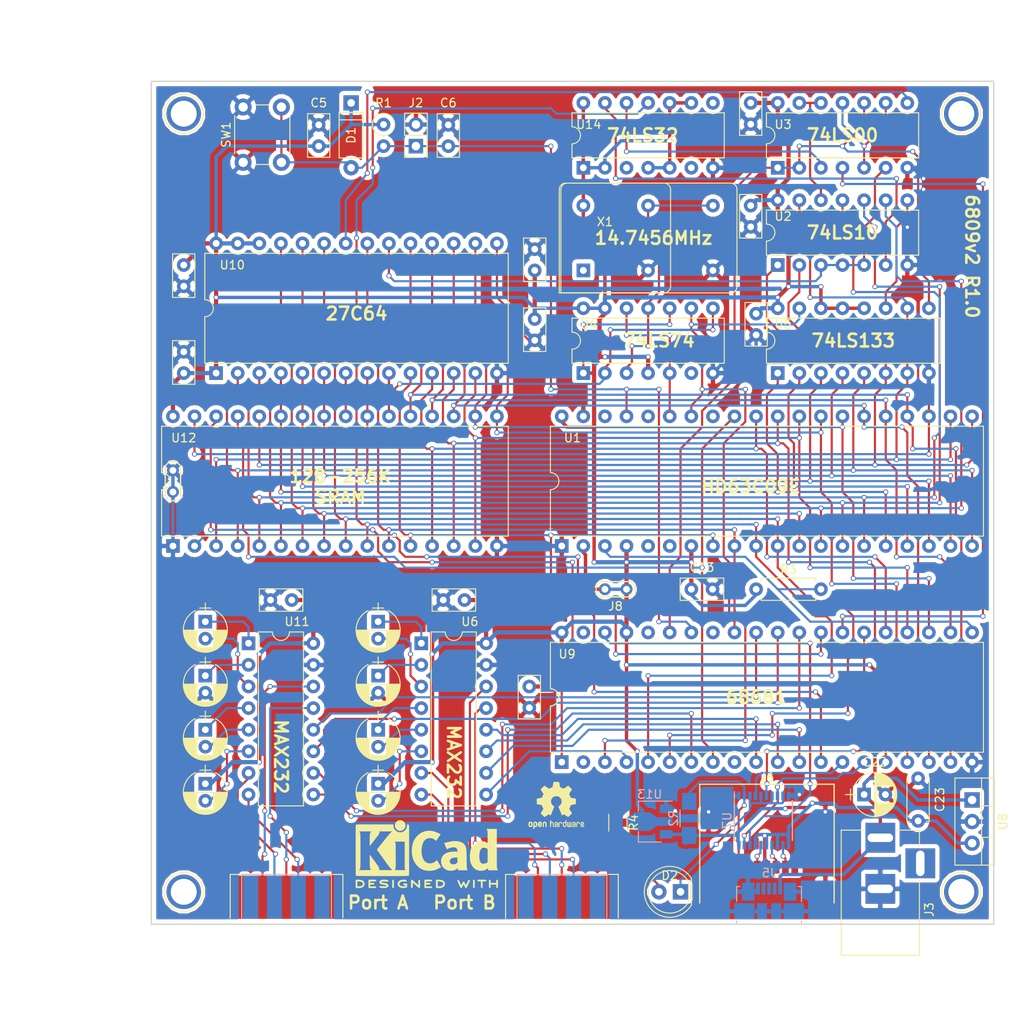
<source format=kicad_pcb>
(kicad_pcb (version 4) (host pcbnew 4.0.7-e2-6376~58~ubuntu16.04.1)
  (layers (0 F.Cu signal) (31 B.Cu signal) (34 B.Paste user) (35 F.Paste user) (36 B.SilkS user) (37 F.SilkS user) (38 B.Mask user) (39 F.Mask user) (44 Edge.Cuts user))
  (net 0 "")
  (net 1 "Net-(C1-Pad1)")
  (net 2 "Net-(C1-Pad2)")
  (net 3 "Net-(C2-Pad1)")
  (net 4 "Net-(C2-Pad2)")
  (net 5 "Net-(C3-Pad2)")
  (net 6 "Net-(C4-Pad1)")
  (net 7 VCC)
  (net 8 GND)
  (net 9 RESET)
  (net 10 "Net-(C18-Pad1)")
  (net 11 "Net-(C18-Pad2)")
  (net 12 "Net-(C19-Pad1)")
  (net 13 "Net-(C19-Pad2)")
  (net 14 "Net-(C21-Pad2)")
  (net 15 "Net-(J1-Pad2)")
  (net 16 "Net-(J1-Pad3)")
  (net 17 "Net-(J1-Pad4)")
  (net 18 "Net-(J1-Pad1)")
  (net 19 "Net-(J1-Pad9)")
  (net 20 "Net-(J1-Pad8)")
  (net 21 "Net-(J1-Pad7)")
  (net 22 "Net-(J1-Pad6)")
  (net 23 "Net-(J3-Pad3)")
  (net 24 "Net-(J4-Pad2)")
  (net 25 "Net-(J4-Pad3)")
  (net 26 "Net-(J4-Pad4)")
  (net 27 "Net-(J4-Pad1)")
  (net 28 "Net-(J4-Pad9)")
  (net 29 "Net-(J4-Pad8)")
  (net 30 "Net-(J4-Pad7)")
  (net 31 "Net-(J4-Pad6)")
  (net 32 A13)
  (net 33 A14)
  (net 34 IRQ)
  (net 35 A15)
  (net 36 D7)
  (net 37 D6)
  (net 38 D5)
  (net 39 D4)
  (net 40 A0)
  (net 41 D3)
  (net 42 A1)
  (net 43 D2)
  (net 44 A2)
  (net 45 D1)
  (net 46 A3)
  (net 47 D0)
  (net 48 A4)
  (net 49 R/W)
  (net 50 A5)
  (net 51 "Net-(U1-Pad33)")
  (net 52 A6)
  (net 53 E)
  (net 54 A7)
  (net 55 Q)
  (net 56 A8)
  (net 57 "Net-(U1-Pad36)")
  (net 58 A9)
  (net 59 A10)
  (net 60 "Net-(U1-Pad38)")
  (net 61 A11)
  (net 62 A12)
  (net 63 RAMOE)
  (net 64 IOPAGE)
  (net 65 ROMCS)
  (net 66 ROMON)
  (net 67 !E)
  (net 68 !Q)
  (net 69 CTSb)
  (net 70 RTSb)
  (net 71 TXb)
  (net 72 RXb)
  (net 73 SDDO)
  (net 74 CTSa)
  (net 75 RTSa)
  (net 76 TXa)
  (net 77 RXa)
  (net 78 "Net-(U9-Pad33)")
  (net 79 SDCS)
  (net 80 SDDI)
  (net 81 "Net-(U9-Pad39)")
  (net 82 "Net-(C20-Pad1)")
  (net 83 ROMOE)
  (net 84 A17)
  (net 85 A16)
  (net 86 SDCK)
  (net 87 14M)
  (net 88 DCDb)
  (net 89 DCDa)
  (net 90 "Net-(J6-Pad1)")
  (net 91 +3V3)
  (net 92 "Net-(J6-Pad7)")
  (net 93 "Net-(J6-Pad8)")
  (net 94 "Net-(J6-Pad2)")
  (net 95 "Net-(J6-Pad3)")
  (net 96 "Net-(J6-Pad5)")
  (net 97 "Net-(X1-Pad1)")
  (net 98 !ROMCS)
  (net 99 "Net-(U9-Pad9)")
  (net 100 "Net-(D2-Pad1)")
  (net 101 "Net-(J5-Pad2)")
  (net 102 "Net-(J5-Pad3)")
  (net 103 "Net-(J5-Pad4)")
  (net 104 TOP8)
  (net 105 !TOP8)
  (net 106 !IOPAGE)
  (net 107 "Net-(U14-Pad8)")
  (net 108 "Net-(U14-Pad3)")
  (net 109 "Net-(U14-Pad6)")
  (net 110 EF)
  (net 111 "Net-(D2-Pad2)")
  (net 112 BS)
  (net 113 BA)
  (module Resistors_SMD:R_1206_HandSoldering (layer F.Cu) (at 161.544 123.952 270)
    (fp_text reference R4 (at 0 -1.85 270) (layer F.SilkS))
    (fp_text value 39 hide)
    (pad 1 smd rect (at -2 0 270) (size 2 1.7) (layers F.Cu F.Paste F.Mask) (net 8 GND))
    (pad 2 smd rect (at 2 0 270) (size 2 1.7) (layers F.Cu F.Paste F.Mask) (net 111 "Net-(D2-Pad2)"))
  )
  (module Housings_DIP:DIP-14_W7.62mm (layer F.Cu) (at 180.34 58.42 90)
    (fp_text reference U2 (at 5.715 0.635 180) (layer F.SilkS))
    (fp_text value 74LS10)
    (pad 1 thru_hole rect (at 0 0 90) (size 1.6 1.6) (drill 0.8) (layers *.Cu *.Mask) (net 32 A13))
    (pad 8 thru_hole oval (at 7.62 15.24 90) (size 1.6 1.6) (drill 0.8) (layers *.Cu *.Mask) (net 110 EF))
    (pad 2 thru_hole oval (at 0 2.54 90) (size 1.6 1.6) (drill 0.8) (layers *.Cu *.Mask) (net 33 A14))
    (pad 9 thru_hole oval (at 7.62 12.7 90) (size 1.6 1.6) (drill 0.8) (layers *.Cu *.Mask) (net 50 A5))
    (pad 3 thru_hole oval (at 0 5.08 90) (size 1.6 1.6) (drill 0.8) (layers *.Cu *.Mask) (net 65 ROMCS))
    (pad 10 thru_hole oval (at 7.62 10.16 90) (size 1.6 1.6) (drill 0.8) (layers *.Cu *.Mask) (net 52 A6))
    (pad 4 thru_hole oval (at 0 7.62 90) (size 1.6 1.6) (drill 0.8) (layers *.Cu *.Mask) (net 65 ROMCS))
    (pad 11 thru_hole oval (at 7.62 7.62 90) (size 1.6 1.6) (drill 0.8) (layers *.Cu *.Mask) (net 54 A7))
    (pad 5 thru_hole oval (at 0 10.16 90) (size 1.6 1.6) (drill 0.8) (layers *.Cu *.Mask) (net 65 ROMCS))
    (pad 12 thru_hole oval (at 7.62 5.08 90) (size 1.6 1.6) (drill 0.8) (layers *.Cu *.Mask) (net 104 TOP8))
    (pad 6 thru_hole oval (at 0 12.7 90) (size 1.6 1.6) (drill 0.8) (layers *.Cu *.Mask) (net 98 !ROMCS))
    (pad 13 thru_hole oval (at 7.62 2.54 90) (size 1.6 1.6) (drill 0.8) (layers *.Cu *.Mask) (net 35 A15))
    (pad 7 thru_hole oval (at 0 15.24 90) (size 1.6 1.6) (drill 0.8) (layers *.Cu *.Mask) (net 8 GND))
    (pad 14 thru_hole oval (at 7.62 0 90) (size 1.6 1.6) (drill 0.8) (layers *.Cu *.Mask) (net 7 VCC))
  )
  (module Housings_DIP:DIP-14_W7.62mm (layer F.Cu) (at 157.48 71.12 90)
    (fp_text reference U4 (at 5.715 0.635 180) (layer F.SilkS))
    (fp_text value 74LS74)
    (pad 1 thru_hole rect (at 0 0 90) (size 1.6 1.6) (drill 0.8) (layers *.Cu *.Mask) (net 7 VCC))
    (pad 8 thru_hole oval (at 7.62 15.24 90) (size 1.6 1.6) (drill 0.8) (layers *.Cu *.Mask) (net 67 !E))
    (pad 2 thru_hole oval (at 0 2.54 90) (size 1.6 1.6) (drill 0.8) (layers *.Cu *.Mask) (net 67 !E))
    (pad 9 thru_hole oval (at 7.62 12.7 90) (size 1.6 1.6) (drill 0.8) (layers *.Cu *.Mask) (net 53 E))
    (pad 3 thru_hole oval (at 0 5.08 90) (size 1.6 1.6) (drill 0.8) (layers *.Cu *.Mask) (net 87 14M))
    (pad 10 thru_hole oval (at 7.62 10.16 90) (size 1.6 1.6) (drill 0.8) (layers *.Cu *.Mask) (net 7 VCC))
    (pad 4 thru_hole oval (at 0 7.62 90) (size 1.6 1.6) (drill 0.8) (layers *.Cu *.Mask) (net 7 VCC))
    (pad 11 thru_hole oval (at 7.62 7.62 90) (size 1.6 1.6) (drill 0.8) (layers *.Cu *.Mask) (net 87 14M))
    (pad 5 thru_hole oval (at 0 10.16 90) (size 1.6 1.6) (drill 0.8) (layers *.Cu *.Mask) (net 55 Q))
    (pad 12 thru_hole oval (at 7.62 5.08 90) (size 1.6 1.6) (drill 0.8) (layers *.Cu *.Mask) (net 55 Q))
    (pad 6 thru_hole oval (at 0 12.7 90) (size 1.6 1.6) (drill 0.8) (layers *.Cu *.Mask) (net 68 !Q))
    (pad 13 thru_hole oval (at 7.62 2.54 90) (size 1.6 1.6) (drill 0.8) (layers *.Cu *.Mask) (net 7 VCC))
    (pad 7 thru_hole oval (at 0 15.24 90) (size 1.6 1.6) (drill 0.8) (layers *.Cu *.Mask) (net 8 GND))
    (pad 14 thru_hole oval (at 7.62 0 90) (size 1.6 1.6) (drill 0.8) (layers *.Cu *.Mask) (net 7 VCC))
  )
  (module Connectors_Card:MicroSd_Wurth_693072010801 (layer F.Cu) (at 179.07 127.635)
    (fp_text reference J6 (at 0 -9) (layer F.SilkS))
    (fp_text value Micro_SD_Card)
    (pad 1 smd rect (at 3.275 1.55) (size 0.8 1.5) (layers F.Cu F.Paste F.Mask) (net 90 "Net-(J6-Pad1)"))
    (pad 2 smd rect (at 2.175 1.55) (size 0.8 1.5) (layers F.Cu F.Paste F.Mask) (net 94 "Net-(J6-Pad2)"))
    (pad 3 smd rect (at 1.075 1.55) (size 0.8 1.5) (layers F.Cu F.Paste F.Mask) (net 95 "Net-(J6-Pad3)"))
    (pad 4 smd rect (at -0.025 1.55) (size 0.8 1.5) (layers F.Cu F.Paste F.Mask) (net 91 +3V3))
    (pad 5 smd rect (at -1.125 1.55) (size 0.8 1.5) (layers F.Cu F.Paste F.Mask) (net 96 "Net-(J6-Pad5)"))
    (pad 6 smd rect (at -2.225 1.55) (size 0.8 1.5) (layers F.Cu F.Paste F.Mask) (net 8 GND))
    (pad 7 smd rect (at -3.325 1.55) (size 0.8 1.5) (layers F.Cu F.Paste F.Mask) (net 92 "Net-(J6-Pad7)"))
    (pad 8 smd rect (at -4.425 1.55) (size 0.8 1.5) (layers F.Cu F.Paste F.Mask) (net 93 "Net-(J6-Pad8)"))
    (pad 9 smd rect (at 6.875 -4.15) (size 1.45 2) (layers F.Cu F.Paste F.Mask) (net 8 GND))
    (pad 9 smd rect (at 6.875 4.15) (size 1.45 2) (layers F.Cu F.Paste F.Mask) (net 8 GND))
    (pad 9 smd rect (at -6.875 -4.15) (size 1.45 2) (layers F.Cu F.Paste F.Mask) (net 8 GND))
    (pad 9 smd rect (at -6.875 4.15) (size 1.45 2) (layers F.Cu F.Paste F.Mask) (net 8 GND))
  )
  (module Housings_DIP:DIP-40_W15.24mm (layer F.Cu) (at 154.94 116.84 90)
    (fp_text reference U9 (at 12.7 0.635 180) (layer F.SilkS))
    (fp_text value 68681)
    (pad 1 thru_hole rect (at 0 0 90) (size 1.6 1.6) (drill 0.8) (layers *.Cu *.Mask) (net 40 A0))
    (pad 21 thru_hole oval (at 15.24 48.26 90) (size 1.6 1.6) (drill 0.8) (layers *.Cu *.Mask) (net 34 IRQ))
    (pad 2 thru_hole oval (at 0 2.54 90) (size 1.6 1.6) (drill 0.8) (layers *.Cu *.Mask) (net 88 DCDb))
    (pad 22 thru_hole oval (at 15.24 45.72 90) (size 1.6 1.6) (drill 0.8) (layers *.Cu *.Mask) (net 37 D6))
    (pad 3 thru_hole oval (at 0 5.08 90) (size 1.6 1.6) (drill 0.8) (layers *.Cu *.Mask) (net 42 A1))
    (pad 23 thru_hole oval (at 15.24 43.18 90) (size 1.6 1.6) (drill 0.8) (layers *.Cu *.Mask) (net 39 D4))
    (pad 4 thru_hole oval (at 0 7.62 90) (size 1.6 1.6) (drill 0.8) (layers *.Cu *.Mask) (net 69 CTSb))
    (pad 24 thru_hole oval (at 15.24 40.64 90) (size 1.6 1.6) (drill 0.8) (layers *.Cu *.Mask) (net 43 D2))
    (pad 5 thru_hole oval (at 0 10.16 90) (size 1.6 1.6) (drill 0.8) (layers *.Cu *.Mask) (net 44 A2))
    (pad 25 thru_hole oval (at 15.24 38.1 90) (size 1.6 1.6) (drill 0.8) (layers *.Cu *.Mask) (net 47 D0))
    (pad 6 thru_hole oval (at 0 12.7 90) (size 1.6 1.6) (drill 0.8) (layers *.Cu *.Mask) (net 46 A3))
    (pad 26 thru_hole oval (at 15.24 35.56 90) (size 1.6 1.6) (drill 0.8) (layers *.Cu *.Mask) (net 73 SDDO))
    (pad 7 thru_hole oval (at 0 15.24 90) (size 1.6 1.6) (drill 0.8) (layers *.Cu *.Mask) (net 74 CTSa))
    (pad 27 thru_hole oval (at 15.24 33.02 90) (size 1.6 1.6) (drill 0.8) (layers *.Cu *.Mask) (net 66 ROMON))
    (pad 8 thru_hole oval (at 0 17.78 90) (size 1.6 1.6) (drill 0.8) (layers *.Cu *.Mask) (net 49 R/W))
    (pad 28 thru_hole oval (at 15.24 30.48 90) (size 1.6 1.6) (drill 0.8) (layers *.Cu *.Mask) (net 85 A16))
    (pad 9 thru_hole oval (at 0 20.32 90) (size 1.6 1.6) (drill 0.8) (layers *.Cu *.Mask) (net 99 "Net-(U9-Pad9)"))
    (pad 29 thru_hole oval (at 15.24 27.94 90) (size 1.6 1.6) (drill 0.8) (layers *.Cu *.Mask) (net 75 RTSa))
    (pad 10 thru_hole oval (at 0 22.86 90) (size 1.6 1.6) (drill 0.8) (layers *.Cu *.Mask) (net 72 RXb))
    (pad 30 thru_hole oval (at 15.24 25.4 90) (size 1.6 1.6) (drill 0.8) (layers *.Cu *.Mask) (net 76 TXa))
    (pad 11 thru_hole oval (at 0 25.4 90) (size 1.6 1.6) (drill 0.8) (layers *.Cu *.Mask) (net 71 TXb))
    (pad 31 thru_hole oval (at 15.24 22.86 90) (size 1.6 1.6) (drill 0.8) (layers *.Cu *.Mask) (net 77 RXa))
    (pad 12 thru_hole oval (at 0 27.94 90) (size 1.6 1.6) (drill 0.8) (layers *.Cu *.Mask) (net 70 RTSb))
    (pad 32 thru_hole oval (at 15.24 20.32 90) (size 1.6 1.6) (drill 0.8) (layers *.Cu *.Mask) (net 53 E))
    (pad 13 thru_hole oval (at 0 30.48 90) (size 1.6 1.6) (drill 0.8) (layers *.Cu *.Mask) (net 84 A17))
    (pad 33 thru_hole oval (at 15.24 17.78 90) (size 1.6 1.6) (drill 0.8) (layers *.Cu *.Mask) (net 78 "Net-(U9-Pad33)"))
    (pad 14 thru_hole oval (at 0 33.02 90) (size 1.6 1.6) (drill 0.8) (layers *.Cu *.Mask) (net 86 SDCK))
    (pad 34 thru_hole oval (at 15.24 15.24 90) (size 1.6 1.6) (drill 0.8) (layers *.Cu *.Mask) (net 9 RESET))
    (pad 15 thru_hole oval (at 0 35.56 90) (size 1.6 1.6) (drill 0.8) (layers *.Cu *.Mask) (net 79 SDCS))
    (pad 35 thru_hole oval (at 15.24 12.7 90) (size 1.6 1.6) (drill 0.8) (layers *.Cu *.Mask) (net 64 IOPAGE))
    (pad 16 thru_hole oval (at 0 38.1 90) (size 1.6 1.6) (drill 0.8) (layers *.Cu *.Mask) (net 45 D1))
    (pad 36 thru_hole oval (at 15.24 10.16 90) (size 1.6 1.6) (drill 0.8) (layers *.Cu *.Mask) (net 89 DCDa))
    (pad 17 thru_hole oval (at 0 40.64 90) (size 1.6 1.6) (drill 0.8) (layers *.Cu *.Mask) (net 41 D3))
    (pad 37 thru_hole oval (at 15.24 7.62 90) (size 1.6 1.6) (drill 0.8) (layers *.Cu *.Mask) (net 7 VCC))
    (pad 18 thru_hole oval (at 0 43.18 90) (size 1.6 1.6) (drill 0.8) (layers *.Cu *.Mask) (net 38 D5))
    (pad 38 thru_hole oval (at 15.24 5.08 90) (size 1.6 1.6) (drill 0.8) (layers *.Cu *.Mask) (net 80 SDDI))
    (pad 19 thru_hole oval (at 0 45.72 90) (size 1.6 1.6) (drill 0.8) (layers *.Cu *.Mask) (net 36 D7))
    (pad 39 thru_hole oval (at 15.24 2.54 90) (size 1.6 1.6) (drill 0.8) (layers *.Cu *.Mask) (net 81 "Net-(U9-Pad39)"))
    (pad 20 thru_hole oval (at 0 48.26 90) (size 1.6 1.6) (drill 0.8) (layers *.Cu *.Mask) (net 8 GND))
    (pad 40 thru_hole oval (at 15.24 0 90) (size 1.6 1.6) (drill 0.8) (layers *.Cu *.Mask) (net 7 VCC))
  )
  (module Connectors-sys:DB9M_CI (layer F.Cu) (at 122.555 132.715 180)
    (fp_text reference J4 hide)
    (fp_text value DB9_Male)
    (pad 2 connect rect (at 2.8 0 180) (size 1.78 5.08) (layers F.Cu F.Mask) (net 24 "Net-(J4-Pad2)"))
    (pad 3 connect rect (at 0 0 180) (size 1.78 5.08) (layers F.Cu F.Mask) (net 25 "Net-(J4-Pad3)"))
    (pad 4 connect rect (at -2.79 0 180) (size 1.78 5.08) (layers F.Cu F.Mask) (net 26 "Net-(J4-Pad4)"))
    (pad 5 connect rect (at -5.59 0 180) (size 1.78 5.08) (layers F.Cu F.Mask) (net 8 GND))
    (pad 1 connect rect (at 5.59 0 180) (size 1.78 5.08) (layers F.Cu F.Mask) (net 27 "Net-(J4-Pad1)"))
    (pad 9 connect rect (at -4.19 0 180) (size 1.78 5.08) (layers B.Cu B.Mask) (net 28 "Net-(J4-Pad9)"))
    (pad 8 connect rect (at -1.4 0 180) (size 1.78 5.08) (layers B.Cu B.Mask) (net 29 "Net-(J4-Pad8)"))
    (pad 7 connect rect (at 1.4 0 180) (size 1.78 5.08) (layers B.Cu B.Mask) (net 30 "Net-(J4-Pad7)"))
    (pad 6 connect rect (at 4.19 0 180) (size 1.78 5.08) (layers B.Cu B.Mask) (net 31 "Net-(J4-Pad6)"))
  )
  (module Capacitors_THT:CP_Radial_D5.0mm_P2.00mm (layer F.Cu) (at 133.35 100.33 270)
    (fp_text reference C1 hide)
    (fp_text value 1uF)
    (pad 1 thru_hole rect (at 0 0 270) (size 1.6 1.6) (drill 0.8) (layers *.Cu *.Mask) (net 1 "Net-(C1-Pad1)"))
    (pad 2 thru_hole circle (at 2 0 270) (size 1.6 1.6) (drill 0.8) (layers *.Cu *.Mask) (net 2 "Net-(C1-Pad2)"))
  )
  (module Capacitors_THT:CP_Radial_D5.0mm_P2.00mm (layer F.Cu) (at 133.35 113.03 270)
    (fp_text reference C2 hide)
    (fp_text value 1uF)
    (pad 1 thru_hole rect (at 0 0 270) (size 1.6 1.6) (drill 0.8) (layers *.Cu *.Mask) (net 3 "Net-(C2-Pad1)"))
    (pad 2 thru_hole circle (at 2 0 270) (size 1.6 1.6) (drill 0.8) (layers *.Cu *.Mask) (net 4 "Net-(C2-Pad2)"))
  )
  (module Capacitors_THT:CP_Radial_D5.0mm_P2.00mm (layer F.Cu) (at 133.35 119.38 270)
    (fp_text reference C3 hide)
    (fp_text value 1uF)
    (pad 1 thru_hole rect (at 0 0 270) (size 1.6 1.6) (drill 0.8) (layers *.Cu *.Mask) (net 7 VCC))
    (pad 2 thru_hole circle (at 2 0 270) (size 1.6 1.6) (drill 0.8) (layers *.Cu *.Mask) (net 5 "Net-(C3-Pad2)"))
  )
  (module Capacitors_THT:CP_Radial_D5.0mm_P2.00mm (layer F.Cu) (at 133.35 106.68 270)
    (fp_text reference C4 hide)
    (fp_text value 1uF)
    (pad 1 thru_hole rect (at 0 0 270) (size 1.6 1.6) (drill 0.8) (layers *.Cu *.Mask) (net 6 "Net-(C4-Pad1)"))
    (pad 2 thru_hole circle (at 2 0 270) (size 1.6 1.6) (drill 0.8) (layers *.Cu *.Mask) (net 8 GND))
  )
  (module Capacitors_THT:C_Disc_D5.0mm_W2.5mm_P2.50mm (layer F.Cu) (at 126.365 44.45 90)
    (fp_text reference C5 (at 5.08 0 180) (layer F.SilkS))
    (fp_text value C)
    (pad 1 thru_hole circle (at 0 0 90) (size 1.6 1.6) (drill 0.8) (layers *.Cu *.Mask) (net 7 VCC))
    (pad 2 thru_hole circle (at 2.5 0 90) (size 1.6 1.6) (drill 0.8) (layers *.Cu *.Mask) (net 8 GND))
  )
  (module Capacitors_THT:C_Disc_D5.0mm_W2.5mm_P2.50mm (layer F.Cu) (at 141.605 44.45 90)
    (fp_text reference C6 (at 5.08 0 180) (layer F.SilkS))
    (fp_text value 1uF)
    (pad 1 thru_hole circle (at 0 0 90) (size 1.6 1.6) (drill 0.8) (layers *.Cu *.Mask) (net 9 RESET))
    (pad 2 thru_hole circle (at 2.5 0 90) (size 1.6 1.6) (drill 0.8) (layers *.Cu *.Mask) (net 8 GND))
  )
  (module Capacitors_THT:C_Disc_D5.0mm_W2.5mm_P2.50mm (layer F.Cu) (at 123.19 97.79 180)
    (fp_text reference C7 hide)
    (fp_text value C hide)
    (pad 1 thru_hole circle (at 0 0 180) (size 1.6 1.6) (drill 0.8) (layers *.Cu *.Mask) (net 7 VCC))
    (pad 2 thru_hole circle (at 2.5 0 180) (size 1.6 1.6) (drill 0.8) (layers *.Cu *.Mask) (net 8 GND))
  )
  (module Capacitors_THT:C_Disc_D5.0mm_W2.5mm_P2.50mm (layer F.Cu) (at 177.8 64.135 270)
    (fp_text reference C8 hide)
    (fp_text value C hide)
    (pad 1 thru_hole circle (at 0 0 270) (size 1.6 1.6) (drill 0.8) (layers *.Cu *.Mask) (net 7 VCC))
    (pad 2 thru_hole circle (at 2.5 0 270) (size 1.6 1.6) (drill 0.8) (layers *.Cu *.Mask) (net 8 GND))
  )
  (module Capacitors_THT:C_Disc_D5.0mm_W2.5mm_P2.50mm (layer F.Cu) (at 177.165 39.37 270)
    (fp_text reference C9 hide)
    (fp_text value C hide)
    (pad 1 thru_hole circle (at 0 0 270) (size 1.6 1.6) (drill 0.8) (layers *.Cu *.Mask) (net 7 VCC))
    (pad 2 thru_hole circle (at 2.5 0 270) (size 1.6 1.6) (drill 0.8) (layers *.Cu *.Mask) (net 8 GND))
  )
  (module Capacitors_THT:C_Disc_D5.0mm_W2.5mm_P2.50mm (layer F.Cu) (at 151.13 107.95 270)
    (fp_text reference C10 hide)
    (fp_text value C hide)
    (pad 1 thru_hole circle (at 0 0 270) (size 1.6 1.6) (drill 0.8) (layers *.Cu *.Mask) (net 7 VCC))
    (pad 2 thru_hole circle (at 2.5 0 270) (size 1.6 1.6) (drill 0.8) (layers *.Cu *.Mask) (net 8 GND))
  )
  (module Capacitors_THT:C_Disc_D5.0mm_W2.5mm_P2.50mm (layer F.Cu) (at 110.49 58.42 270)
    (fp_text reference C11 hide)
    (fp_text value C hide)
    (pad 1 thru_hole circle (at 0 0 270) (size 1.6 1.6) (drill 0.8) (layers *.Cu *.Mask) (net 7 VCC))
    (pad 2 thru_hole circle (at 2.5 0 270) (size 1.6 1.6) (drill 0.8) (layers *.Cu *.Mask) (net 8 GND))
  )
  (module Capacitors_THT:C_Disc_D5.0mm_W2.5mm_P2.50mm (layer F.Cu) (at 177.165 51.435 270)
    (fp_text reference C12 hide)
    (fp_text value C)
    (pad 1 thru_hole circle (at 0 0 270) (size 1.6 1.6) (drill 0.8) (layers *.Cu *.Mask) (net 7 VCC))
    (pad 2 thru_hole circle (at 2.5 0 270) (size 1.6 1.6) (drill 0.8) (layers *.Cu *.Mask) (net 8 GND))
  )
  (module Capacitors_THT:C_Disc_D5.0mm_W2.5mm_P2.50mm (layer F.Cu) (at 170.18 96.52)
    (fp_text reference C13 (at 1.25 -2.56) (layer F.SilkS))
    (fp_text value C hide)
    (pad 1 thru_hole circle (at 0 0) (size 1.6 1.6) (drill 0.8) (layers *.Cu *.Mask) (net 7 VCC))
    (pad 2 thru_hole circle (at 2.5 0) (size 1.6 1.6) (drill 0.8) (layers *.Cu *.Mask) (net 8 GND))
  )
  (module Capacitors_THT:C_Disc_D5.0mm_W2.5mm_P2.50mm (layer F.Cu) (at 151.765 59.055 90)
    (fp_text reference C14 hide)
    (fp_text value C hide)
    (pad 1 thru_hole circle (at 0 0 90) (size 1.6 1.6) (drill 0.8) (layers *.Cu *.Mask) (net 7 VCC))
    (pad 2 thru_hole circle (at 2.5 0 90) (size 1.6 1.6) (drill 0.8) (layers *.Cu *.Mask) (net 8 GND))
  )
  (module Capacitors_THT:C_Disc_D5.0mm_W2.5mm_P2.50mm (layer F.Cu) (at 110.49 71.12 90)
    (fp_text reference C15 hide)
    (fp_text value C hide)
    (pad 1 thru_hole circle (at 0 0 90) (size 1.6 1.6) (drill 0.8) (layers *.Cu *.Mask) (net 7 VCC))
    (pad 2 thru_hole circle (at 2.5 0 90) (size 1.6 1.6) (drill 0.8) (layers *.Cu *.Mask) (net 8 GND))
  )
  (module Capacitors_THT:C_Disc_D5.0mm_W2.5mm_P2.50mm (layer F.Cu) (at 143.51 97.79 180)
    (fp_text reference C16 hide)
    (fp_text value C hide)
    (pad 1 thru_hole circle (at 0 0 180) (size 1.6 1.6) (drill 0.8) (layers *.Cu *.Mask) (net 7 VCC))
    (pad 2 thru_hole circle (at 2.5 0 180) (size 1.6 1.6) (drill 0.8) (layers *.Cu *.Mask) (net 8 GND))
  )
  (module Capacitors_THT:C_Disc_D5.0mm_W2.5mm_P2.50mm (layer F.Cu) (at 151.765 64.77 270)
    (fp_text reference C17 hide)
    (fp_text value C hide)
    (pad 1 thru_hole circle (at 0 0 270) (size 1.6 1.6) (drill 0.8) (layers *.Cu *.Mask) (net 7 VCC))
    (pad 2 thru_hole circle (at 2.5 0 270) (size 1.6 1.6) (drill 0.8) (layers *.Cu *.Mask) (net 8 GND))
  )
  (module Capacitors_THT:CP_Radial_D5.0mm_P2.00mm (layer F.Cu) (at 113.03 100.33 270)
    (fp_text reference C18 hide)
    (fp_text value 1uF)
    (pad 1 thru_hole rect (at 0 0 270) (size 1.6 1.6) (drill 0.8) (layers *.Cu *.Mask) (net 10 "Net-(C18-Pad1)"))
    (pad 2 thru_hole circle (at 2 0 270) (size 1.6 1.6) (drill 0.8) (layers *.Cu *.Mask) (net 11 "Net-(C18-Pad2)"))
  )
  (module Capacitors_THT:CP_Radial_D5.0mm_P2.00mm (layer F.Cu) (at 113.03 113.03 270)
    (fp_text reference C19 hide)
    (fp_text value 1uF)
    (pad 1 thru_hole rect (at 0 0 270) (size 1.6 1.6) (drill 0.8) (layers *.Cu *.Mask) (net 12 "Net-(C19-Pad1)"))
    (pad 2 thru_hole circle (at 2 0 270) (size 1.6 1.6) (drill 0.8) (layers *.Cu *.Mask) (net 13 "Net-(C19-Pad2)"))
  )
  (module Capacitors_THT:CP_Radial_D5.0mm_P2.00mm (layer F.Cu) (at 113.03 106.68 270)
    (fp_text reference C20 hide)
    (fp_text value 1uF)
    (pad 1 thru_hole rect (at 0 0 270) (size 1.6 1.6) (drill 0.8) (layers *.Cu *.Mask) (net 82 "Net-(C20-Pad1)"))
    (pad 2 thru_hole circle (at 2 0 270) (size 1.6 1.6) (drill 0.8) (layers *.Cu *.Mask) (net 8 GND))
  )
  (module Capacitors_THT:CP_Radial_D5.0mm_P2.00mm (layer F.Cu) (at 113.03 119.38 270)
    (fp_text reference C21 hide)
    (fp_text value 1uF)
    (pad 1 thru_hole rect (at 0 0 270) (size 1.6 1.6) (drill 0.8) (layers *.Cu *.Mask) (net 7 VCC))
    (pad 2 thru_hole circle (at 2 0 270) (size 1.6 1.6) (drill 0.8) (layers *.Cu *.Mask) (net 14 "Net-(C21-Pad2)"))
  )
  (module Connectors-sys:DB9M_CI (layer F.Cu) (at 154.94 132.715 180)
    (fp_text reference J1 hide)
    (fp_text value DB9_Male)
    (pad 2 connect rect (at 2.8 0 180) (size 1.78 5.08) (layers F.Cu F.Mask) (net 15 "Net-(J1-Pad2)"))
    (pad 3 connect rect (at 0 0 180) (size 1.78 5.08) (layers F.Cu F.Mask) (net 16 "Net-(J1-Pad3)"))
    (pad 4 connect rect (at -2.79 0 180) (size 1.78 5.08) (layers F.Cu F.Mask) (net 17 "Net-(J1-Pad4)"))
    (pad 5 connect rect (at -5.59 0 180) (size 1.78 5.08) (layers F.Cu F.Mask) (net 8 GND))
    (pad 1 connect rect (at 5.59 0 180) (size 1.78 5.08) (layers F.Cu F.Mask) (net 18 "Net-(J1-Pad1)"))
    (pad 9 connect rect (at -4.19 0 180) (size 1.78 5.08) (layers B.Cu B.Mask) (net 19 "Net-(J1-Pad9)"))
    (pad 8 connect rect (at -1.4 0 180) (size 1.78 5.08) (layers B.Cu B.Mask) (net 20 "Net-(J1-Pad8)"))
    (pad 7 connect rect (at 1.4 0 180) (size 1.78 5.08) (layers B.Cu B.Mask) (net 21 "Net-(J1-Pad7)"))
    (pad 6 connect rect (at 4.19 0 180) (size 1.78 5.08) (layers B.Cu B.Mask) (net 22 "Net-(J1-Pad6)"))
  )
  (module Connectors:BARREL_JACK (layer F.Cu) (at 192.405 125.73 90)
    (fp_text reference J3 (at -8.45 5.75 270) (layer F.SilkS))
    (fp_text value Barrel_Jack)
    (pad 1 thru_hole rect (at 0 0 90) (size 3.5 3.5) (drill oval 1 3) (layers *.Cu *.Mask) (net 7 VCC))
    (pad 2 thru_hole rect (at -6 0 90) (size 3.5 3.5) (drill oval 1 3) (layers *.Cu *.Mask) (net 8 GND))
    (pad 3 thru_hole rect (at -3 4.7 90) (size 3.5 3.5) (drill oval 3 1) (layers *.Cu *.Mask) (net 23 "Net-(J3-Pad3)"))
  )
  (module Resistors_THT:R_Axial_DIN0207_L6.3mm_D2.5mm_P2.54mm_Vertical (layer F.Cu) (at 133.985 41.91 270)
    (fp_text reference R1 (at -2.54 0 360) (layer F.SilkS))
    (fp_text value 100k)
    (pad 1 thru_hole circle (at 0 0 270) (size 1.6 1.6) (drill 0.8) (layers *.Cu *.Mask) (net 7 VCC))
    (pad 2 thru_hole oval (at 2.54 0 270) (size 1.6 1.6) (drill 0.8) (layers *.Cu *.Mask) (net 9 RESET))
  )
  (module Buttons_Switches_THT:SW_PUSH_6mm (layer F.Cu) (at 117.475 46.355 90)
    (fp_text reference SW1 (at 3.25 -2 90) (layer F.SilkS))
    (fp_text value SW_Push)
    (pad 2 thru_hole circle (at 0 4.5 180) (size 2 2) (drill 1.1) (layers *.Cu *.Mask) (net 9 RESET))
    (pad 1 thru_hole circle (at 0 0 180) (size 2 2) (drill 1.1) (layers *.Cu *.Mask) (net 8 GND))
    (pad 2 thru_hole circle (at 6.5 4.5 180) (size 2 2) (drill 1.1) (layers *.Cu *.Mask) (net 9 RESET))
    (pad 1 thru_hole circle (at 6.5 0 180) (size 2 2) (drill 1.1) (layers *.Cu *.Mask) (net 8 GND))
  )
  (module Housings_DIP:DIP-40_W15.24mm (layer F.Cu) (at 154.94 91.44 90)
    (fp_text reference U1 (at 12.7 1.27 180) (layer F.SilkS))
    (fp_text value MC6809E)
    (pad 1 thru_hole rect (at 0 0 90) (size 1.6 1.6) (drill 0.8) (layers *.Cu *.Mask) (net 8 GND))
    (pad 21 thru_hole oval (at 15.24 48.26 90) (size 1.6 1.6) (drill 0.8) (layers *.Cu *.Mask) (net 32 A13))
    (pad 2 thru_hole oval (at 0 2.54 90) (size 1.6 1.6) (drill 0.8) (layers *.Cu *.Mask) (net 7 VCC))
    (pad 22 thru_hole oval (at 15.24 45.72 90) (size 1.6 1.6) (drill 0.8) (layers *.Cu *.Mask) (net 33 A14))
    (pad 3 thru_hole oval (at 0 5.08 90) (size 1.6 1.6) (drill 0.8) (layers *.Cu *.Mask) (net 34 IRQ))
    (pad 23 thru_hole oval (at 15.24 43.18 90) (size 1.6 1.6) (drill 0.8) (layers *.Cu *.Mask) (net 35 A15))
    (pad 4 thru_hole oval (at 0 7.62 90) (size 1.6 1.6) (drill 0.8) (layers *.Cu *.Mask) (net 7 VCC))
    (pad 24 thru_hole oval (at 15.24 40.64 90) (size 1.6 1.6) (drill 0.8) (layers *.Cu *.Mask) (net 36 D7))
    (pad 5 thru_hole oval (at 0 10.16 90) (size 1.6 1.6) (drill 0.8) (layers *.Cu *.Mask) (net 112 BS))
    (pad 25 thru_hole oval (at 15.24 38.1 90) (size 1.6 1.6) (drill 0.8) (layers *.Cu *.Mask) (net 37 D6))
    (pad 6 thru_hole oval (at 0 12.7 90) (size 1.6 1.6) (drill 0.8) (layers *.Cu *.Mask) (net 113 BA))
    (pad 26 thru_hole oval (at 15.24 35.56 90) (size 1.6 1.6) (drill 0.8) (layers *.Cu *.Mask) (net 38 D5))
    (pad 7 thru_hole oval (at 0 15.24 90) (size 1.6 1.6) (drill 0.8) (layers *.Cu *.Mask) (net 7 VCC))
    (pad 27 thru_hole oval (at 15.24 33.02 90) (size 1.6 1.6) (drill 0.8) (layers *.Cu *.Mask) (net 39 D4))
    (pad 8 thru_hole oval (at 0 17.78 90) (size 1.6 1.6) (drill 0.8) (layers *.Cu *.Mask) (net 40 A0))
    (pad 28 thru_hole oval (at 15.24 30.48 90) (size 1.6 1.6) (drill 0.8) (layers *.Cu *.Mask) (net 41 D3))
    (pad 9 thru_hole oval (at 0 20.32 90) (size 1.6 1.6) (drill 0.8) (layers *.Cu *.Mask) (net 42 A1))
    (pad 29 thru_hole oval (at 15.24 27.94 90) (size 1.6 1.6) (drill 0.8) (layers *.Cu *.Mask) (net 43 D2))
    (pad 10 thru_hole oval (at 0 22.86 90) (size 1.6 1.6) (drill 0.8) (layers *.Cu *.Mask) (net 44 A2))
    (pad 30 thru_hole oval (at 15.24 25.4 90) (size 1.6 1.6) (drill 0.8) (layers *.Cu *.Mask) (net 45 D1))
    (pad 11 thru_hole oval (at 0 25.4 90) (size 1.6 1.6) (drill 0.8) (layers *.Cu *.Mask) (net 46 A3))
    (pad 31 thru_hole oval (at 15.24 22.86 90) (size 1.6 1.6) (drill 0.8) (layers *.Cu *.Mask) (net 47 D0))
    (pad 12 thru_hole oval (at 0 27.94 90) (size 1.6 1.6) (drill 0.8) (layers *.Cu *.Mask) (net 48 A4))
    (pad 32 thru_hole oval (at 15.24 20.32 90) (size 1.6 1.6) (drill 0.8) (layers *.Cu *.Mask) (net 49 R/W))
    (pad 13 thru_hole oval (at 0 30.48 90) (size 1.6 1.6) (drill 0.8) (layers *.Cu *.Mask) (net 50 A5))
    (pad 33 thru_hole oval (at 15.24 17.78 90) (size 1.6 1.6) (drill 0.8) (layers *.Cu *.Mask) (net 51 "Net-(U1-Pad33)"))
    (pad 14 thru_hole oval (at 0 33.02 90) (size 1.6 1.6) (drill 0.8) (layers *.Cu *.Mask) (net 52 A6))
    (pad 34 thru_hole oval (at 15.24 15.24 90) (size 1.6 1.6) (drill 0.8) (layers *.Cu *.Mask) (net 53 E))
    (pad 15 thru_hole oval (at 0 35.56 90) (size 1.6 1.6) (drill 0.8) (layers *.Cu *.Mask) (net 54 A7))
    (pad 35 thru_hole oval (at 15.24 12.7 90) (size 1.6 1.6) (drill 0.8) (layers *.Cu *.Mask) (net 55 Q))
    (pad 16 thru_hole oval (at 0 38.1 90) (size 1.6 1.6) (drill 0.8) (layers *.Cu *.Mask) (net 56 A8))
    (pad 36 thru_hole oval (at 15.24 10.16 90) (size 1.6 1.6) (drill 0.8) (layers *.Cu *.Mask) (net 57 "Net-(U1-Pad36)"))
    (pad 17 thru_hole oval (at 0 40.64 90) (size 1.6 1.6) (drill 0.8) (layers *.Cu *.Mask) (net 58 A9))
    (pad 37 thru_hole oval (at 15.24 7.62 90) (size 1.6 1.6) (drill 0.8) (layers *.Cu *.Mask) (net 9 RESET))
    (pad 18 thru_hole oval (at 0 43.18 90) (size 1.6 1.6) (drill 0.8) (layers *.Cu *.Mask) (net 59 A10))
    (pad 38 thru_hole oval (at 15.24 5.08 90) (size 1.6 1.6) (drill 0.8) (layers *.Cu *.Mask) (net 60 "Net-(U1-Pad38)"))
    (pad 19 thru_hole oval (at 0 45.72 90) (size 1.6 1.6) (drill 0.8) (layers *.Cu *.Mask) (net 61 A11))
    (pad 39 thru_hole oval (at 15.24 2.54 90) (size 1.6 1.6) (drill 0.8) (layers *.Cu *.Mask) (net 8 GND))
    (pad 20 thru_hole oval (at 0 48.26 90) (size 1.6 1.6) (drill 0.8) (layers *.Cu *.Mask) (net 62 A12))
    (pad 40 thru_hole oval (at 15.24 0 90) (size 1.6 1.6) (drill 0.8) (layers *.Cu *.Mask) (net 7 VCC))
  )
  (module Housings_DIP:DIP-14_W7.62mm (layer F.Cu) (at 180.34 46.99 90)
    (fp_text reference U3 (at 5.08 0.635 180) (layer F.SilkS))
    (fp_text value 74LS00)
    (pad 1 thru_hole rect (at 0 0 90) (size 1.6 1.6) (drill 0.8) (layers *.Cu *.Mask) (net 64 IOPAGE))
    (pad 8 thru_hole oval (at 7.62 15.24 90) (size 1.6 1.6) (drill 0.8) (layers *.Cu *.Mask) (net 83 ROMOE))
    (pad 2 thru_hole oval (at 0 2.54 90) (size 1.6 1.6) (drill 0.8) (layers *.Cu *.Mask) (net 64 IOPAGE))
    (pad 9 thru_hole oval (at 7.62 12.7 90) (size 1.6 1.6) (drill 0.8) (layers *.Cu *.Mask) (net 105 !TOP8))
    (pad 3 thru_hole oval (at 0 5.08 90) (size 1.6 1.6) (drill 0.8) (layers *.Cu *.Mask) (net 106 !IOPAGE))
    (pad 10 thru_hole oval (at 7.62 10.16 90) (size 1.6 1.6) (drill 0.8) (layers *.Cu *.Mask) (net 64 IOPAGE))
    (pad 4 thru_hole oval (at 0 7.62 90) (size 1.6 1.6) (drill 0.8) (layers *.Cu *.Mask) (net 66 ROMON))
    (pad 11 thru_hole oval (at 7.62 7.62 90) (size 1.6 1.6) (drill 0.8) (layers *.Cu *.Mask) (net 105 !TOP8))
    (pad 5 thru_hole oval (at 0 10.16 90) (size 1.6 1.6) (drill 0.8) (layers *.Cu *.Mask) (net 105 !TOP8))
    (pad 12 thru_hole oval (at 7.62 5.08 90) (size 1.6 1.6) (drill 0.8) (layers *.Cu *.Mask) (net 104 TOP8))
    (pad 6 thru_hole oval (at 0 12.7 90) (size 1.6 1.6) (drill 0.8) (layers *.Cu *.Mask) (net 65 ROMCS))
    (pad 13 thru_hole oval (at 7.62 2.54 90) (size 1.6 1.6) (drill 0.8) (layers *.Cu *.Mask) (net 104 TOP8))
    (pad 7 thru_hole oval (at 0 15.24 90) (size 1.6 1.6) (drill 0.8) (layers *.Cu *.Mask) (net 8 GND))
    (pad 14 thru_hole oval (at 7.62 0 90) (size 1.6 1.6) (drill 0.8) (layers *.Cu *.Mask) (net 7 VCC))
  )
  (module Housings_DIP:DIP-16_W7.62mm (layer F.Cu) (at 138.43 102.87)
    (fp_text reference U6 (at 5.715 -2.54 180) (layer F.SilkS))
    (fp_text value MAX232)
    (pad 1 thru_hole rect (at 0 0) (size 1.6 1.6) (drill 0.8) (layers *.Cu *.Mask) (net 1 "Net-(C1-Pad1)"))
    (pad 9 thru_hole oval (at 7.62 17.78) (size 1.6 1.6) (drill 0.8) (layers *.Cu *.Mask) (net 69 CTSb))
    (pad 2 thru_hole oval (at 0 2.54) (size 1.6 1.6) (drill 0.8) (layers *.Cu *.Mask) (net 6 "Net-(C4-Pad1)"))
    (pad 10 thru_hole oval (at 7.62 15.24) (size 1.6 1.6) (drill 0.8) (layers *.Cu *.Mask) (net 70 RTSb))
    (pad 3 thru_hole oval (at 0 5.08) (size 1.6 1.6) (drill 0.8) (layers *.Cu *.Mask) (net 2 "Net-(C1-Pad2)"))
    (pad 11 thru_hole oval (at 7.62 12.7) (size 1.6 1.6) (drill 0.8) (layers *.Cu *.Mask) (net 71 TXb))
    (pad 4 thru_hole oval (at 0 7.62) (size 1.6 1.6) (drill 0.8) (layers *.Cu *.Mask) (net 3 "Net-(C2-Pad1)"))
    (pad 12 thru_hole oval (at 7.62 10.16) (size 1.6 1.6) (drill 0.8) (layers *.Cu *.Mask) (net 72 RXb))
    (pad 5 thru_hole oval (at 0 10.16) (size 1.6 1.6) (drill 0.8) (layers *.Cu *.Mask) (net 4 "Net-(C2-Pad2)"))
    (pad 13 thru_hole oval (at 7.62 7.62) (size 1.6 1.6) (drill 0.8) (layers *.Cu *.Mask) (net 15 "Net-(J1-Pad2)"))
    (pad 6 thru_hole oval (at 0 12.7) (size 1.6 1.6) (drill 0.8) (layers *.Cu *.Mask) (net 5 "Net-(C3-Pad2)"))
    (pad 14 thru_hole oval (at 7.62 5.08) (size 1.6 1.6) (drill 0.8) (layers *.Cu *.Mask) (net 16 "Net-(J1-Pad3)"))
    (pad 7 thru_hole oval (at 0 15.24) (size 1.6 1.6) (drill 0.8) (layers *.Cu *.Mask) (net 21 "Net-(J1-Pad7)"))
    (pad 15 thru_hole oval (at 7.62 2.54) (size 1.6 1.6) (drill 0.8) (layers *.Cu *.Mask) (net 8 GND))
    (pad 8 thru_hole oval (at 0 17.78) (size 1.6 1.6) (drill 0.8) (layers *.Cu *.Mask) (net 20 "Net-(J1-Pad8)"))
    (pad 16 thru_hole oval (at 7.62 0) (size 1.6 1.6) (drill 0.8) (layers *.Cu *.Mask) (net 7 VCC))
  )
  (module Housings_DIP:DIP-28_W15.24mm (layer F.Cu) (at 114.3 71.12 90)
    (fp_text reference U10 (at 12.7 1.905 180) (layer F.SilkS))
    (fp_text value 27C64)
    (pad 1 thru_hole rect (at 0 0 90) (size 1.6 1.6) (drill 0.8) (layers *.Cu *.Mask) (net 7 VCC))
    (pad 15 thru_hole oval (at 15.24 33.02 90) (size 1.6 1.6) (drill 0.8) (layers *.Cu *.Mask) (net 41 D3))
    (pad 2 thru_hole oval (at 0 2.54 90) (size 1.6 1.6) (drill 0.8) (layers *.Cu *.Mask) (net 62 A12))
    (pad 16 thru_hole oval (at 15.24 30.48 90) (size 1.6 1.6) (drill 0.8) (layers *.Cu *.Mask) (net 39 D4))
    (pad 3 thru_hole oval (at 0 5.08 90) (size 1.6 1.6) (drill 0.8) (layers *.Cu *.Mask) (net 54 A7))
    (pad 17 thru_hole oval (at 15.24 27.94 90) (size 1.6 1.6) (drill 0.8) (layers *.Cu *.Mask) (net 38 D5))
    (pad 4 thru_hole oval (at 0 7.62 90) (size 1.6 1.6) (drill 0.8) (layers *.Cu *.Mask) (net 52 A6))
    (pad 18 thru_hole oval (at 15.24 25.4 90) (size 1.6 1.6) (drill 0.8) (layers *.Cu *.Mask) (net 37 D6))
    (pad 5 thru_hole oval (at 0 10.16 90) (size 1.6 1.6) (drill 0.8) (layers *.Cu *.Mask) (net 50 A5))
    (pad 19 thru_hole oval (at 15.24 22.86 90) (size 1.6 1.6) (drill 0.8) (layers *.Cu *.Mask) (net 36 D7))
    (pad 6 thru_hole oval (at 0 12.7 90) (size 1.6 1.6) (drill 0.8) (layers *.Cu *.Mask) (net 48 A4))
    (pad 20 thru_hole oval (at 15.24 20.32 90) (size 1.6 1.6) (drill 0.8) (layers *.Cu *.Mask) (net 65 ROMCS))
    (pad 7 thru_hole oval (at 0 15.24 90) (size 1.6 1.6) (drill 0.8) (layers *.Cu *.Mask) (net 46 A3))
    (pad 21 thru_hole oval (at 15.24 17.78 90) (size 1.6 1.6) (drill 0.8) (layers *.Cu *.Mask) (net 59 A10))
    (pad 8 thru_hole oval (at 0 17.78 90) (size 1.6 1.6) (drill 0.8) (layers *.Cu *.Mask) (net 44 A2))
    (pad 22 thru_hole oval (at 15.24 15.24 90) (size 1.6 1.6) (drill 0.8) (layers *.Cu *.Mask) (net 83 ROMOE))
    (pad 9 thru_hole oval (at 0 20.32 90) (size 1.6 1.6) (drill 0.8) (layers *.Cu *.Mask) (net 42 A1))
    (pad 23 thru_hole oval (at 15.24 12.7 90) (size 1.6 1.6) (drill 0.8) (layers *.Cu *.Mask) (net 61 A11))
    (pad 10 thru_hole oval (at 0 22.86 90) (size 1.6 1.6) (drill 0.8) (layers *.Cu *.Mask) (net 40 A0))
    (pad 24 thru_hole oval (at 15.24 10.16 90) (size 1.6 1.6) (drill 0.8) (layers *.Cu *.Mask) (net 58 A9))
    (pad 11 thru_hole oval (at 0 25.4 90) (size 1.6 1.6) (drill 0.8) (layers *.Cu *.Mask) (net 47 D0))
    (pad 25 thru_hole oval (at 15.24 7.62 90) (size 1.6 1.6) (drill 0.8) (layers *.Cu *.Mask) (net 56 A8))
    (pad 12 thru_hole oval (at 0 27.94 90) (size 1.6 1.6) (drill 0.8) (layers *.Cu *.Mask) (net 45 D1))
    (pad 26 thru_hole oval (at 15.24 5.08 90) (size 1.6 1.6) (drill 0.8) (layers *.Cu *.Mask) (net 7 VCC))
    (pad 13 thru_hole oval (at 0 30.48 90) (size 1.6 1.6) (drill 0.8) (layers *.Cu *.Mask) (net 43 D2))
    (pad 27 thru_hole oval (at 15.24 2.54 90) (size 1.6 1.6) (drill 0.8) (layers *.Cu *.Mask) (net 7 VCC))
    (pad 14 thru_hole oval (at 0 33.02 90) (size 1.6 1.6) (drill 0.8) (layers *.Cu *.Mask) (net 8 GND))
    (pad 28 thru_hole oval (at 15.24 0 90) (size 1.6 1.6) (drill 0.8) (layers *.Cu *.Mask) (net 7 VCC))
  )
  (module Housings_DIP:DIP-16_W7.62mm (layer F.Cu) (at 118.11 102.87)
    (fp_text reference U11 (at 5.715 -2.54) (layer F.SilkS))
    (fp_text value MAX232)
    (pad 1 thru_hole rect (at 0 0) (size 1.6 1.6) (drill 0.8) (layers *.Cu *.Mask) (net 10 "Net-(C18-Pad1)"))
    (pad 9 thru_hole oval (at 7.62 17.78) (size 1.6 1.6) (drill 0.8) (layers *.Cu *.Mask) (net 74 CTSa))
    (pad 2 thru_hole oval (at 0 2.54) (size 1.6 1.6) (drill 0.8) (layers *.Cu *.Mask) (net 82 "Net-(C20-Pad1)"))
    (pad 10 thru_hole oval (at 7.62 15.24) (size 1.6 1.6) (drill 0.8) (layers *.Cu *.Mask) (net 75 RTSa))
    (pad 3 thru_hole oval (at 0 5.08) (size 1.6 1.6) (drill 0.8) (layers *.Cu *.Mask) (net 11 "Net-(C18-Pad2)"))
    (pad 11 thru_hole oval (at 7.62 12.7) (size 1.6 1.6) (drill 0.8) (layers *.Cu *.Mask) (net 76 TXa))
    (pad 4 thru_hole oval (at 0 7.62) (size 1.6 1.6) (drill 0.8) (layers *.Cu *.Mask) (net 12 "Net-(C19-Pad1)"))
    (pad 12 thru_hole oval (at 7.62 10.16) (size 1.6 1.6) (drill 0.8) (layers *.Cu *.Mask) (net 77 RXa))
    (pad 5 thru_hole oval (at 0 10.16) (size 1.6 1.6) (drill 0.8) (layers *.Cu *.Mask) (net 13 "Net-(C19-Pad2)"))
    (pad 13 thru_hole oval (at 7.62 7.62) (size 1.6 1.6) (drill 0.8) (layers *.Cu *.Mask) (net 25 "Net-(J4-Pad3)"))
    (pad 6 thru_hole oval (at 0 12.7) (size 1.6 1.6) (drill 0.8) (layers *.Cu *.Mask) (net 14 "Net-(C21-Pad2)"))
    (pad 14 thru_hole oval (at 7.62 5.08) (size 1.6 1.6) (drill 0.8) (layers *.Cu *.Mask) (net 24 "Net-(J4-Pad2)"))
    (pad 7 thru_hole oval (at 0 15.24) (size 1.6 1.6) (drill 0.8) (layers *.Cu *.Mask) (net 30 "Net-(J4-Pad7)"))
    (pad 15 thru_hole oval (at 7.62 2.54) (size 1.6 1.6) (drill 0.8) (layers *.Cu *.Mask) (net 8 GND))
    (pad 8 thru_hole oval (at 0 17.78) (size 1.6 1.6) (drill 0.8) (layers *.Cu *.Mask) (net 29 "Net-(J4-Pad8)"))
    (pad 16 thru_hole oval (at 7.62 0) (size 1.6 1.6) (drill 0.8) (layers *.Cu *.Mask) (net 7 VCC))
  )
  (module TO_SOT_Packages_THT:TO-220-3_Vertical (layer F.Cu) (at 203.2 121.285 270)
    (fp_text reference U8 (at 2.54 -3.62 270) (layer F.SilkS))
    (fp_text value SPX2920U-3.3_TO220)
    (pad 1 thru_hole rect (at 0 0 270) (size 1.8 1.8) (drill 1) (layers *.Cu *.Mask) (net 7 VCC))
    (pad 2 thru_hole oval (at 2.54 0 270) (size 1.8 1.8) (drill 1) (layers *.Cu *.Mask) (net 8 GND))
    (pad 3 thru_hole oval (at 5.08 0 270) (size 1.8 1.8) (drill 1) (layers *.Cu *.Mask) (net 91 +3V3))
  )
  (module Connectors:1pin (layer F.Cu) (at 110.49 132.08)
    (fp_text reference REF** hide)
    (fp_text value 1pin)
    (pad 1 thru_hole circle (at 0 0) (size 4.064 4.064) (drill 3.048) (layers *.Cu *.Mask))
  )
  (module Connectors:1pin (layer F.Cu) (at 201.93 40.64)
    (fp_text reference REF** hide)
    (fp_text value 1pin)
    (pad 1 thru_hole circle (at 0 0) (size 4.064 4.064) (drill 3.048) (layers *.Cu *.Mask))
  )
  (module Connectors:1pin (layer F.Cu) (at 110.49 40.64)
    (fp_text reference REF** hide)
    (fp_text value 1pin)
    (pad 1 thru_hole circle (at 0 0) (size 4.064 4.064) (drill 3.048) (layers *.Cu *.Mask))
  )
  (module Connectors:1pin (layer F.Cu) (at 201.93 132.08)
    (fp_text reference REF** hide)
    (fp_text value 1pin)
    (pad 1 thru_hole circle (at 0 0) (size 4.064 4.064) (drill 3.048) (layers *.Cu *.Mask))
  )
  (module Oscillators:Oscillator_DIP-14 (layer F.Cu) (at 157.48 59.055)
    (fp_text reference X1 (at 2.54 -5.715) (layer F.SilkS))
    (fp_text value 14.756M)
    (pad 1 thru_hole rect (at 0 0) (size 1.6 1.6) (drill 0.8) (layers *.Cu *.Mask) (net 97 "Net-(X1-Pad1)"))
    (pad 14 thru_hole circle (at 0 -7.62) (size 1.6 1.6) (drill 0.8) (layers *.Cu *.Mask) (net 7 VCC))
    (pad 8 thru_hole circle (at 15.24 -7.62) (size 1.6 1.6) (drill 0.8) (layers *.Cu *.Mask) (net 87 14M))
    (pad 7 thru_hole circle (at 15.24 0) (size 1.6 1.6) (drill 0.8) (layers *.Cu *.Mask) (net 8 GND))
  )
  (module Oscillators:Oscillator_DIP-8 (layer F.Cu) (at 157.48 59.055)
    (fp_text reference X2 hide)
    (fp_text value 14.756M)
    (pad 1 thru_hole rect (at 0 0) (size 1.6 1.6) (drill 0.8) (layers *.Cu *.Mask) (net 97 "Net-(X1-Pad1)"))
    (pad 8 thru_hole circle (at 0 -7.62) (size 1.6 1.6) (drill 0.8) (layers *.Cu *.Mask) (net 7 VCC))
    (pad 5 thru_hole circle (at 7.62 -7.62) (size 1.6 1.6) (drill 0.8) (layers *.Cu *.Mask) (net 87 14M))
    (pad 4 thru_hole circle (at 7.62 0) (size 1.6 1.6) (drill 0.8) (layers *.Cu *.Mask) (net 8 GND))
  )
  (module Capacitors_THT:C_Disc_D5.0mm_W2.5mm_P5.00mm (layer F.Cu) (at 196.85 118.745 270)
    (fp_text reference C23 (at 2.5 -2.56 270) (layer F.SilkS))
    (fp_text value C)
    (pad 1 thru_hole circle (at 0 0 270) (size 1.6 1.6) (drill 0.8) (layers *.Cu *.Mask) (net 8 GND))
    (pad 2 thru_hole circle (at 5 0 270) (size 1.6 1.6) (drill 0.8) (layers *.Cu *.Mask) (net 91 +3V3))
  )
  (module Capacitors_THT:CP_Radial_D5.0mm_P2.50mm (layer F.Cu) (at 190.5 120.65)
    (fp_text reference C22 (at 1.25 -3.81) (layer F.SilkS))
    (fp_text value 10uF)
    (pad 1 thru_hole rect (at 0 0) (size 1.6 1.6) (drill 0.8) (layers *.Cu *.Mask) (net 7 VCC))
    (pad 2 thru_hole circle (at 2.5 0) (size 1.6 1.6) (drill 0.8) (layers *.Cu *.Mask) (net 8 GND))
  )
  (module Diodes_THT:D_A-405_P7.62mm_Horizontal (layer F.Cu) (at 130.175 39.37 270)
    (fp_text reference D1 (at 3.81 0 270) (layer F.SilkS))
    (fp_text value 1n4148)
    (pad 1 thru_hole rect (at 0 0 270) (size 1.8 1.8) (drill 0.9) (layers *.Cu *.Mask) (net 7 VCC))
    (pad 2 thru_hole oval (at 7.62 0 270) (size 1.8 1.8) (drill 0.9) (layers *.Cu *.Mask) (net 9 RESET))
  )
  (module Pin_Headers:Pin_Header_Straight_2x01_Pitch2.54mm (layer F.Cu) (at 137.795 44.45 90)
    (fp_text reference J2 (at 5.08 0 180) (layer F.SilkS))
    (fp_text value Conn_02x01 hide)
    (pad 1 thru_hole rect (at 0 0 90) (size 1.7 1.7) (drill 1) (layers *.Cu *.Mask) (net 9 RESET))
    (pad 2 thru_hole oval (at 2.54 0 90) (size 1.7 1.7) (drill 1) (layers *.Cu *.Mask) (net 8 GND))
  )
  (module Housings_DIP:DIP-32_W15.24mm (layer F.Cu) (at 109.22 91.44 90)
    (fp_text reference U12 (at 12.7 1.27 180) (layer F.SilkS))
    (fp_text value SRAM_512Ko)
    (pad 1 thru_hole rect (at 0 0 90) (size 1.6 1.6) (drill 0.8) (layers *.Cu *.Mask) (net 8 GND))
    (pad 17 thru_hole oval (at 15.24 38.1 90) (size 1.6 1.6) (drill 0.8) (layers *.Cu *.Mask) (net 41 D3))
    (pad 2 thru_hole oval (at 0 2.54 90) (size 1.6 1.6) (drill 0.8) (layers *.Cu *.Mask) (net 85 A16))
    (pad 18 thru_hole oval (at 15.24 35.56 90) (size 1.6 1.6) (drill 0.8) (layers *.Cu *.Mask) (net 39 D4))
    (pad 3 thru_hole oval (at 0 5.08 90) (size 1.6 1.6) (drill 0.8) (layers *.Cu *.Mask) (net 33 A14))
    (pad 19 thru_hole oval (at 15.24 33.02 90) (size 1.6 1.6) (drill 0.8) (layers *.Cu *.Mask) (net 38 D5))
    (pad 4 thru_hole oval (at 0 7.62 90) (size 1.6 1.6) (drill 0.8) (layers *.Cu *.Mask) (net 62 A12))
    (pad 20 thru_hole oval (at 15.24 30.48 90) (size 1.6 1.6) (drill 0.8) (layers *.Cu *.Mask) (net 37 D6))
    (pad 5 thru_hole oval (at 0 10.16 90) (size 1.6 1.6) (drill 0.8) (layers *.Cu *.Mask) (net 54 A7))
    (pad 21 thru_hole oval (at 15.24 27.94 90) (size 1.6 1.6) (drill 0.8) (layers *.Cu *.Mask) (net 36 D7))
    (pad 6 thru_hole oval (at 0 12.7 90) (size 1.6 1.6) (drill 0.8) (layers *.Cu *.Mask) (net 52 A6))
    (pad 22 thru_hole oval (at 15.24 25.4 90) (size 1.6 1.6) (drill 0.8) (layers *.Cu *.Mask) (net 67 !E))
    (pad 7 thru_hole oval (at 0 15.24 90) (size 1.6 1.6) (drill 0.8) (layers *.Cu *.Mask) (net 50 A5))
    (pad 23 thru_hole oval (at 15.24 22.86 90) (size 1.6 1.6) (drill 0.8) (layers *.Cu *.Mask) (net 59 A10))
    (pad 8 thru_hole oval (at 0 17.78 90) (size 1.6 1.6) (drill 0.8) (layers *.Cu *.Mask) (net 48 A4))
    (pad 24 thru_hole oval (at 15.24 20.32 90) (size 1.6 1.6) (drill 0.8) (layers *.Cu *.Mask) (net 63 RAMOE))
    (pad 9 thru_hole oval (at 0 20.32 90) (size 1.6 1.6) (drill 0.8) (layers *.Cu *.Mask) (net 46 A3))
    (pad 25 thru_hole oval (at 15.24 17.78 90) (size 1.6 1.6) (drill 0.8) (layers *.Cu *.Mask) (net 61 A11))
    (pad 10 thru_hole oval (at 0 22.86 90) (size 1.6 1.6) (drill 0.8) (layers *.Cu *.Mask) (net 44 A2))
    (pad 26 thru_hole oval (at 15.24 15.24 90) (size 1.6 1.6) (drill 0.8) (layers *.Cu *.Mask) (net 58 A9))
    (pad 11 thru_hole oval (at 0 25.4 90) (size 1.6 1.6) (drill 0.8) (layers *.Cu *.Mask) (net 42 A1))
    (pad 27 thru_hole oval (at 15.24 12.7 90) (size 1.6 1.6) (drill 0.8) (layers *.Cu *.Mask) (net 56 A8))
    (pad 12 thru_hole oval (at 0 27.94 90) (size 1.6 1.6) (drill 0.8) (layers *.Cu *.Mask) (net 40 A0))
    (pad 28 thru_hole oval (at 15.24 10.16 90) (size 1.6 1.6) (drill 0.8) (layers *.Cu *.Mask) (net 32 A13))
    (pad 13 thru_hole oval (at 0 30.48 90) (size 1.6 1.6) (drill 0.8) (layers *.Cu *.Mask) (net 47 D0))
    (pad 29 thru_hole oval (at 15.24 7.62 90) (size 1.6 1.6) (drill 0.8) (layers *.Cu *.Mask) (net 49 R/W))
    (pad 14 thru_hole oval (at 0 33.02 90) (size 1.6 1.6) (drill 0.8) (layers *.Cu *.Mask) (net 45 D1))
    (pad 30 thru_hole oval (at 15.24 5.08 90) (size 1.6 1.6) (drill 0.8) (layers *.Cu *.Mask) (net 84 A17))
    (pad 15 thru_hole oval (at 0 35.56 90) (size 1.6 1.6) (drill 0.8) (layers *.Cu *.Mask) (net 43 D2))
    (pad 31 thru_hole oval (at 15.24 2.54 90) (size 1.6 1.6) (drill 0.8) (layers *.Cu *.Mask) (net 35 A15))
    (pad 16 thru_hole oval (at 0 38.1 90) (size 1.6 1.6) (drill 0.8) (layers *.Cu *.Mask) (net 8 GND))
    (pad 32 thru_hole oval (at 15.24 0 90) (size 1.6 1.6) (drill 0.8) (layers *.Cu *.Mask) (net 7 VCC))
  )
  (module Connectors_TestPoints:Test_Point_2Pads_Pitch2.54mm_Drill0.8mm (layer F.Cu) (at 109.22 85.09 90)
    (fp_text reference J7 hide)
    (fp_text value Conn_01x02 hide)
    (pad 1 thru_hole circle (at 0 0 90) (size 1.4 1.4) (drill 0.8) (layers *.Cu *.Mask) (net 8 GND))
    (pad 2 thru_hole circle (at 2.54 0 90) (size 1.4 1.4) (drill 0.8) (layers *.Cu *.Mask) (net 8 GND))
  )
  (module LEDs:LED_D5.0mm (layer F.Cu) (at 168.91 132.08 180)
    (fp_text reference D2 (at 1.27 1.905 180) (layer F.SilkS))
    (fp_text value LED hide)
    (pad 1 thru_hole rect (at 0 0 180) (size 1.8 1.8) (drill 0.9) (layers *.Cu *.Mask) (net 100 "Net-(D2-Pad1)"))
    (pad 2 thru_hole circle (at 2.54 0 180) (size 1.8 1.8) (drill 0.9) (layers *.Cu *.Mask) (net 111 "Net-(D2-Pad2)"))
  )
  (module Housings_SSOP:SSOP-20_4.4x6.5mm_Pitch0.65mm (layer B.Cu) (at 178.689 123.698 270)
    (fp_text reference U7 (at 0 4.3 270) (layer B.SilkS) (effects (justify mirror)))
    (fp_text value 74HC244)
    (pad 1 smd rect (at -2.9 2.925 270) (size 1 0.4) (layers B.Cu B.Paste B.Mask) (net 8 GND))
    (pad 2 smd rect (at -2.9 2.275 270) (size 1 0.4) (layers B.Cu B.Paste B.Mask) (net 92 "Net-(J6-Pad7)"))
    (pad 3 smd rect (at -2.9 1.625 270) (size 1 0.4) (layers B.Cu B.Paste B.Mask) (net 100 "Net-(D2-Pad1)"))
    (pad 4 smd rect (at -2.9 0.975 270) (size 1 0.4) (layers B.Cu B.Paste B.Mask) (net 86 SDCK))
    (pad 5 smd rect (at -2.9 0.325 270) (size 1 0.4) (layers B.Cu B.Paste B.Mask) (net 100 "Net-(D2-Pad1)"))
    (pad 6 smd rect (at -2.9 -0.325 270) (size 1 0.4) (layers B.Cu B.Paste B.Mask) (net 73 SDDO))
    (pad 7 smd rect (at -2.9 -0.975 270) (size 1 0.4) (layers B.Cu B.Paste B.Mask) (net 100 "Net-(D2-Pad1)"))
    (pad 8 smd rect (at -2.9 -1.625 270) (size 1 0.4) (layers B.Cu B.Paste B.Mask) (net 79 SDCS))
    (pad 9 smd rect (at -2.9 -2.275 270) (size 1 0.4) (layers B.Cu B.Paste B.Mask) (net 100 "Net-(D2-Pad1)"))
    (pad 10 smd rect (at -2.9 -2.925 270) (size 1 0.4) (layers B.Cu B.Paste B.Mask) (net 8 GND))
    (pad 11 smd rect (at 2.9 -2.925 270) (size 1 0.4) (layers B.Cu B.Paste B.Mask) (net 91 +3V3))
    (pad 12 smd rect (at 2.9 -2.275 270) (size 1 0.4) (layers B.Cu B.Paste B.Mask) (net 94 "Net-(J6-Pad2)"))
    (pad 13 smd rect (at 2.9 -1.625 270) (size 1 0.4) (layers B.Cu B.Paste B.Mask) (net 91 +3V3))
    (pad 14 smd rect (at 2.9 -0.975 270) (size 1 0.4) (layers B.Cu B.Paste B.Mask) (net 95 "Net-(J6-Pad3)"))
    (pad 15 smd rect (at 2.9 -0.325 270) (size 1 0.4) (layers B.Cu B.Paste B.Mask) (net 91 +3V3))
    (pad 16 smd rect (at 2.9 0.325 270) (size 1 0.4) (layers B.Cu B.Paste B.Mask) (net 96 "Net-(J6-Pad5)"))
    (pad 17 smd rect (at 2.9 0.975 270) (size 1 0.4) (layers B.Cu B.Paste B.Mask) (net 91 +3V3))
    (pad 18 smd rect (at 2.9 1.625 270) (size 1 0.4) (layers B.Cu B.Paste B.Mask) (net 80 SDDI))
    (pad 19 smd rect (at 2.9 2.275 270) (size 1 0.4) (layers B.Cu B.Paste B.Mask) (net 79 SDCS))
    (pad 20 smd rect (at 2.9 2.925 270) (size 1 0.4) (layers B.Cu B.Paste B.Mask) (net 91 +3V3))
  )
  (module Resistors_SMD:R_1206_HandSoldering (layer B.Cu) (at 169.926 123.444 270)
    (fp_text reference R2 (at 0 1.85 270) (layer B.SilkS) (effects (justify mirror)))
    (fp_text value 50k)
    (pad 1 smd rect (at -2 0 270) (size 2 1.7) (layers B.Cu B.Paste B.Mask) (net 92 "Net-(J6-Pad7)"))
    (pad 2 smd rect (at 2 0 270) (size 2 1.7) (layers B.Cu B.Paste B.Mask) (net 91 +3V3))
  )
  (module Connectors_USB:USB_Micro-B_Molex_47346-0001 (layer B.Cu) (at 179.324 134.366 180)
    (fp_text reference J5 (at 0 4.5 360) (layer B.SilkS) (effects (justify mirror)))
    (fp_text value USB_OTG)
    (pad 1 smd rect (at -1.3 2.66 180) (size 0.45 1.38) (layers B.Cu B.Paste B.Mask) (net 7 VCC))
    (pad 2 smd rect (at -0.65 2.66 180) (size 0.45 1.38) (layers B.Cu B.Paste B.Mask) (net 101 "Net-(J5-Pad2)"))
    (pad 3 smd rect (at 0 2.66 180) (size 0.45 1.38) (layers B.Cu B.Paste B.Mask) (net 102 "Net-(J5-Pad3)"))
    (pad 4 smd rect (at 0.65 2.66 180) (size 0.45 1.38) (layers B.Cu B.Paste B.Mask) (net 103 "Net-(J5-Pad4)"))
    (pad 5 smd rect (at 1.3 2.66 180) (size 0.45 1.38) (layers B.Cu B.Paste B.Mask) (net 8 GND))
    (pad 6 smd rect (at -2.4625 2.3 180) (size 1.475 2.1) (layers B.Cu B.Paste B.Mask) (net 8 GND))
    (pad 6 smd rect (at 2.4625 2.3 180) (size 1.475 2.1) (layers B.Cu B.Paste B.Mask) (net 8 GND))
    (pad 6 smd rect (at -2.91 0 180) (size 2.375 1.9) (layers B.Cu B.Paste B.Mask) (net 8 GND))
    (pad 6 smd rect (at 2.91 0 180) (size 2.375 1.9) (layers B.Cu B.Paste B.Mask) (net 8 GND))
    (pad 6 smd rect (at -0.84 0 180) (size 1.175 1.9) (layers B.Cu B.Paste B.Mask) (net 8 GND))
    (pad 6 smd rect (at 0.84 0 180) (size 1.175 1.9) (layers B.Cu B.Paste B.Mask) (net 8 GND))
  )
  (module TO_SOT_Packages_SMD:SOT-89-3 (layer B.Cu) (at 165.735 123.825 180)
    (fp_text reference U13 (at 0.45 3.2 180) (layer B.SilkS) (effects (justify mirror)))
    (fp_text value MCP1700-3302E_SOT89)
    (pad 2 smd trapezoid (at 2.667 0 270) (size 1.6 0.85) (rect_delta 0 -0.6) (layers B.Cu B.Paste B.Mask) (net 7 VCC))
    (pad 1 smd rect (at -1.48 1.5 270) (size 1 1.5) (layers B.Cu B.Paste B.Mask) (net 8 GND))
    (pad 2 smd rect (at -1.3335 0 270) (size 1 1.8) (layers B.Cu B.Paste B.Mask) (net 7 VCC))
    (pad 3 smd rect (at -1.48 -1.5 270) (size 1 1.5) (layers B.Cu B.Paste B.Mask) (net 91 +3V3))
    (pad 2 smd rect (at 1.3335 0 270) (size 2.2 1.84) (layers B.Cu B.Paste B.Mask) (net 7 VCC))
    (pad 2 smd trapezoid (at -0.0762 0 90) (size 1.5 1) (rect_delta 0 -0.7) (layers B.Cu B.Paste B.Mask) (net 7 VCC))
  )
  (module Housings_DIP:DIP-14_W7.62mm (layer F.Cu) (at 157.48 46.99 90)
    (fp_text reference U14 (at 5.08 0.635 180) (layer F.SilkS))
    (fp_text value 74LS32)
    (pad 1 thru_hole rect (at 0 0 90) (size 1.6 1.6) (drill 0.8) (layers *.Cu *.Mask) (net 7 VCC))
    (pad 8 thru_hole oval (at 7.62 15.24 90) (size 1.6 1.6) (drill 0.8) (layers *.Cu *.Mask) (net 107 "Net-(U14-Pad8)"))
    (pad 2 thru_hole oval (at 0 2.54 90) (size 1.6 1.6) (drill 0.8) (layers *.Cu *.Mask) (net 7 VCC))
    (pad 9 thru_hole oval (at 7.62 12.7 90) (size 1.6 1.6) (drill 0.8) (layers *.Cu *.Mask) (net 7 VCC))
    (pad 3 thru_hole oval (at 0 5.08 90) (size 1.6 1.6) (drill 0.8) (layers *.Cu *.Mask) (net 108 "Net-(U14-Pad3)"))
    (pad 10 thru_hole oval (at 7.62 10.16 90) (size 1.6 1.6) (drill 0.8) (layers *.Cu *.Mask) (net 7 VCC))
    (pad 4 thru_hole oval (at 0 7.62 90) (size 1.6 1.6) (drill 0.8) (layers *.Cu *.Mask) (net 7 VCC))
    (pad 11 thru_hole oval (at 7.62 7.62 90) (size 1.6 1.6) (drill 0.8) (layers *.Cu *.Mask) (net 63 RAMOE))
    (pad 5 thru_hole oval (at 0 10.16 90) (size 1.6 1.6) (drill 0.8) (layers *.Cu *.Mask) (net 7 VCC))
    (pad 12 thru_hole oval (at 7.62 5.08 90) (size 1.6 1.6) (drill 0.8) (layers *.Cu *.Mask) (net 106 !IOPAGE))
    (pad 6 thru_hole oval (at 0 12.7 90) (size 1.6 1.6) (drill 0.8) (layers *.Cu *.Mask) (net 109 "Net-(U14-Pad6)"))
    (pad 13 thru_hole oval (at 7.62 2.54 90) (size 1.6 1.6) (drill 0.8) (layers *.Cu *.Mask) (net 98 !ROMCS))
    (pad 7 thru_hole oval (at 0 15.24 90) (size 1.6 1.6) (drill 0.8) (layers *.Cu *.Mask) (net 8 GND))
    (pad 14 thru_hole oval (at 7.62 0 90) (size 1.6 1.6) (drill 0.8) (layers *.Cu *.Mask) (net 7 VCC))
  )
  (module Housings_DIP:DIP-16_W7.62mm (layer F.Cu) (at 180.34 71.12 90)
    (fp_text reference U5 (at 5.715 0.635 180) (layer F.SilkS))
    (fp_text value 74LS133)
    (pad 1 thru_hole rect (at 0 0 90) (size 1.6 1.6) (drill 0.8) (layers *.Cu *.Mask) (net 56 A8))
    (pad 9 thru_hole oval (at 7.62 17.78 90) (size 1.6 1.6) (drill 0.8) (layers *.Cu *.Mask) (net 64 IOPAGE))
    (pad 2 thru_hole oval (at 0 2.54 90) (size 1.6 1.6) (drill 0.8) (layers *.Cu *.Mask) (net 58 A9))
    (pad 10 thru_hole oval (at 7.62 15.24 90) (size 1.6 1.6) (drill 0.8) (layers *.Cu *.Mask) (net 35 A15))
    (pad 3 thru_hole oval (at 0 5.08 90) (size 1.6 1.6) (drill 0.8) (layers *.Cu *.Mask) (net 59 A10))
    (pad 11 thru_hole oval (at 7.62 12.7 90) (size 1.6 1.6) (drill 0.8) (layers *.Cu *.Mask) (net 110 EF))
    (pad 4 thru_hole oval (at 0 7.62 90) (size 1.6 1.6) (drill 0.8) (layers *.Cu *.Mask) (net 61 A11))
    (pad 12 thru_hole oval (at 7.62 10.16 90) (size 1.6 1.6) (drill 0.8) (layers *.Cu *.Mask) (net 7 VCC))
    (pad 5 thru_hole oval (at 0 10.16 90) (size 1.6 1.6) (drill 0.8) (layers *.Cu *.Mask) (net 62 A12))
    (pad 13 thru_hole oval (at 7.62 7.62 90) (size 1.6 1.6) (drill 0.8) (layers *.Cu *.Mask) (net 7 VCC))
    (pad 6 thru_hole oval (at 0 12.7 90) (size 1.6 1.6) (drill 0.8) (layers *.Cu *.Mask) (net 32 A13))
    (pad 14 thru_hole oval (at 7.62 5.08 90) (size 1.6 1.6) (drill 0.8) (layers *.Cu *.Mask) (net 7 VCC))
    (pad 7 thru_hole oval (at 0 15.24 90) (size 1.6 1.6) (drill 0.8) (layers *.Cu *.Mask) (net 33 A14))
    (pad 15 thru_hole oval (at 7.62 2.54 90) (size 1.6 1.6) (drill 0.8) (layers *.Cu *.Mask) (net 53 E))
    (pad 8 thru_hole oval (at 0 17.78 90) (size 1.6 1.6) (drill 0.8) (layers *.Cu *.Mask) (net 8 GND))
    (pad 16 thru_hole oval (at 7.62 0 90) (size 1.6 1.6) (drill 0.8) (layers *.Cu *.Mask) (net 7 VCC))
  )
  (module Symbols:KiCad-Logo2_8mm_SilkScreen (layer F.Cu) (at 139.065 127.635)
    (fp_text reference REF*** hide)
    (fp_text value KiCad-Logo2_8mm_SilkScreen hide)
  )
  (module Symbols:OSHW-Logo2_7.3x6mm_SilkScreen (layer F.Cu) (at 154.305 121.92)
    (fp_text reference REF*** hide)
    (fp_text value OSHW-Logo2_7.3x6mm_SilkScreen hide)
  )
  (module Resistors_THT:R_Axial_DIN0207_L6.3mm_D2.5mm_P7.62mm_Horizontal (layer F.Cu) (at 177.8 96.52)
    (fp_text reference R3 (at 3.81 -2.31) (layer F.SilkS))
    (fp_text value 10K)
    (pad 1 thru_hole circle (at 0 0) (size 1.6 1.6) (drill 0.8) (layers *.Cu *.Mask) (net 7 VCC))
    (pad 2 thru_hole oval (at 7.62 0) (size 1.6 1.6) (drill 0.8) (layers *.Cu *.Mask) (net 34 IRQ))
  )
  (module Connectors_TestPoints:Test_Point_2Pads_Pitch2.54mm_Drill0.8mm (layer F.Cu) (at 162.56 96.52 180)
    (fp_text reference J8 (at 1.3 -2 180) (layer F.SilkS))
    (fp_text value Conn_01x02)
    (pad 1 thru_hole circle (at 0 0 180) (size 1.4 1.4) (drill 0.8) (layers *.Cu *.Mask) (net 7 VCC))
    (pad 2 thru_hole circle (at 2.54 0 180) (size 1.4 1.4) (drill 0.8) (layers *.Cu *.Mask) (net 7 VCC))
  )
  (gr_text "6809v2 R1.0\n" (at 203.2 57.404 270) (layer F.SilkS) (effects (font (size 1.5 1.5) (thickness 0.3))))
  (gr_text 74LS32 (at 164.465 43.18) (layer F.SilkS) (effects (font (size 1.5 1.5) (thickness 0.3))))
  (gr_text 68681 (at 177.8 109.22) (layer F.SilkS) (effects (font (size 1.5 1.5) (thickness 0.3))))
  (gr_text "MAX232\n" (at 142.24 116.84 270) (layer F.SilkS) (effects (font (size 1.5 1.5) (thickness 0.3))))
  (gr_text MAX232 (at 121.92 116.205 270) (layer F.SilkS) (effects (font (size 1.5 1.5) (thickness 0.3))))
  (gr_text 74LS00 (at 187.96 43.18) (layer F.SilkS) (effects (font (size 1.5 1.5) (thickness 0.3))))
  (gr_text 74LS10 (at 187.96 54.61) (layer F.SilkS) (effects (font (size 1.5 1.5) (thickness 0.3))))
  (gr_text 74LS133 (at 189.23 67.31) (layer F.SilkS) (effects (font (size 1.5 1.5) (thickness 0.3))))
  (gr_text 74LS74 (at 166.37 67.31) (layer F.SilkS) (effects (font (size 1.5 1.5) (thickness 0.3))))
  (gr_text 27C64 (at 130.81 64.135) (layer F.SilkS) (effects (font (size 1.5 1.5) (thickness 0.3))))
  (gr_text HD63C09E (at 177.165 84.455) (layer F.SilkS) (effects (font (size 1.5 1.5) (thickness 0.3))))
  (gr_text "128-256K\nSRAM" (at 128.905 84.455) (layer F.SilkS) (effects (font (size 1.5 1.5) (thickness 0.3))))
  (gr_text 14.7456MHz (at 165.735 55.245) (layer F.SilkS) (effects (font (size 1.5 1.5) (thickness 0.3))))
  (gr_text "Port B" (at 143.51 133.35) (layer F.SilkS) (effects (font (size 1.5 1.5) (thickness 0.3))))
  (gr_text "Port A" (at 133.35 133.35) (layer F.SilkS) (effects (font (size 1.5 1.5) (thickness 0.3))))
  (gr_line (start 106.68 135.89) (end 106.68 36.83) (angle 90) (layer Edge.Cuts) (width 0.15))
  (gr_line (start 205.74 135.89) (end 106.68 135.89) (angle 90) (layer Edge.Cuts) (width 0.15))
  (gr_line (start 205.74 36.83) (end 205.74 135.89) (angle 90) (layer Edge.Cuts) (width 0.15))
  (gr_line (start 106.68 36.83) (end 205.74 36.83) (angle 90) (layer Edge.Cuts) (width 0.15))
  (segment (start 133.35 100.33) (end 137.795 100.33) (width 0.25) (layer B.Cu) (net 1))
  (segment (start 138.43 100.965) (end 138.43 102.87) (width 0.25) (layer B.Cu) (net 1))
  (segment (start 137.795 100.33) (end 138.43 100.965) (width 0.25) (layer B.Cu) (net 1))
  (segment (start 133.35 102.33) (end 136.62 102.33) (width 0.25) (layer B.Cu) (net 2))
  (segment (start 137.16 106.68) (end 138.43 107.95) (width 0.25) (layer F.Cu) (net 2))
  (segment (start 137.16 104.14) (end 137.16 106.68) (width 0.25) (layer F.Cu) (net 2))
  (via (at 137.16 104.14) (size 0.6) (drill 0.4) (layers F.Cu B.Cu) (net 2))
  (segment (start 137.16 102.87) (end 137.16 104.14) (width 0.25) (layer B.Cu) (net 2))
  (segment (start 136.62 102.33) (end 137.16 102.87) (width 0.25) (layer B.Cu) (net 2))
  (segment (start 133.35 113.03) (end 133.35 112.395) (width 0.25) (layer B.Cu) (net 3))
  (segment (start 133.35 112.395) (end 135.255 110.49) (width 0.25) (layer B.Cu) (net 3))
  (segment (start 135.255 110.49) (end 138.43 110.49) (width 0.25) (layer B.Cu) (net 3))
  (segment (start 133.35 115.03) (end 133.89 115.03) (width 0.25) (layer B.Cu) (net 4))
  (segment (start 133.89 115.03) (end 135.89 113.03) (width 0.25) (layer B.Cu) (net 4))
  (segment (start 135.89 113.03) (end 138.43 113.03) (width 0.25) (layer B.Cu) (net 4))
  (segment (start 133.35 121.38) (end 133.89 121.38) (width 0.25) (layer B.Cu) (net 5))
  (segment (start 133.89 121.38) (end 135.89 119.38) (width 0.25) (layer B.Cu) (net 5))
  (via (at 135.89 119.38) (size 0.6) (drill 0.4) (layers F.Cu B.Cu) (net 5))
  (segment (start 135.89 119.38) (end 135.89 115.57) (width 0.25) (layer F.Cu) (net 5))
  (via (at 135.89 115.57) (size 0.6) (drill 0.4) (layers F.Cu B.Cu) (net 5))
  (segment (start 135.89 115.57) (end 138.43 115.57) (width 0.25) (layer B.Cu) (net 5))
  (via (at 133.35 106.68) (size 0.6) (drill 0.4) (layers F.Cu B.Cu) (net 6))
  (segment (start 133.35 106.68) (end 134.62 105.41) (width 0.25) (layer B.Cu) (net 6))
  (segment (start 134.62 105.41) (end 138.43 105.41) (width 0.25) (layer B.Cu) (net 6))
  (segment (start 162.56 91.44) (end 162.56 96.52) (width 0.4) (layer F.Cu) (net 7))
  (segment (start 157.48 91.44) (end 157.48 92.202) (width 0.4) (layer F.Cu) (net 7))
  (segment (start 157.48 92.202) (end 157.734 92.456) (width 0.4) (layer F.Cu) (net 7))
  (segment (start 157.734 92.456) (end 157.734 95.758) (width 0.4) (layer F.Cu) (net 7))
  (segment (start 157.734 95.758) (end 158.496 96.52) (width 0.4) (layer F.Cu) (net 7))
  (segment (start 158.496 96.52) (end 160.02 96.52) (width 0.4) (layer F.Cu) (net 7))
  (segment (start 162.56 96.52) (end 160.02 96.52) (width 0.4) (layer B.Cu) (net 7))
  (segment (start 158.75 90.17) (end 158.75 93.345) (width 0.4) (layer F.Cu) (net 7))
  (via (at 158.75 93.345) (size 0.6) (drill 0.4) (layers F.Cu B.Cu) (net 7))
  (segment (start 170.18 96.52) (end 170.18 97.155) (width 0.4) (layer B.Cu) (net 7))
  (segment (start 170.18 97.155) (end 171.45 98.425) (width 0.4) (layer B.Cu) (net 7))
  (segment (start 176.53 98.425) (end 177.8 97.155) (width 0.4) (layer B.Cu) (net 7))
  (segment (start 171.45 98.425) (end 176.53 98.425) (width 0.4) (layer B.Cu) (net 7))
  (segment (start 177.8 97.155) (end 177.8 96.52) (width 0.4) (layer B.Cu) (net 7))
  (segment (start 154.94 76.2) (end 154.94 76.835) (width 0.4) (layer F.Cu) (net 7))
  (segment (start 154.94 76.835) (end 155.575 77.47) (width 0.4) (layer F.Cu) (net 7))
  (segment (start 155.575 77.47) (end 158.75 77.47) (width 0.4) (layer F.Cu) (net 7))
  (via (at 181.61 60.96) (size 0.6) (drill 0.4) (layers F.Cu B.Cu) (net 7))
  (segment (start 185.42 63.5) (end 185.42 60.96) (width 0.4) (layer F.Cu) (net 7))
  (via (at 185.42 60.96) (size 0.6) (drill 0.4) (layers F.Cu B.Cu) (net 7))
  (segment (start 185.42 60.96) (end 181.61 60.96) (width 0.4) (layer B.Cu) (net 7))
  (segment (start 187.96 63.5) (end 185.42 63.5) (width 0.4) (layer F.Cu) (net 7))
  (segment (start 190.5 63.5) (end 187.96 63.5) (width 0.4) (layer F.Cu) (net 7))
  (segment (start 157.48 46.99) (end 157.48 39.37) (width 0.4) (layer F.Cu) (net 7))
  (segment (start 130.175 41.91) (end 133.985 41.91) (width 0.4) (layer B.Cu) (net 7))
  (segment (start 126.365 44.45) (end 127.635 44.45) (width 0.4) (layer B.Cu) (net 7))
  (segment (start 130.175 41.91) (end 130.175 39.37) (width 0.4) (layer B.Cu) (net 7))
  (segment (start 127.635 44.45) (end 130.175 41.91) (width 0.4) (layer B.Cu) (net 7))
  (segment (start 114.3 55.88) (end 114.3 45.72) (width 0.4) (layer B.Cu) (net 7))
  (segment (start 115.57 44.45) (end 126.365 44.45) (width 0.4) (layer B.Cu) (net 7))
  (segment (start 114.3 45.72) (end 115.57 44.45) (width 0.4) (layer B.Cu) (net 7))
  (segment (start 163.068 123.825) (end 164.4015 123.825) (width 0.4) (layer B.Cu) (net 7))
  (segment (start 164.4015 123.825) (end 165.8112 123.825) (width 0.4) (layer B.Cu) (net 7))
  (segment (start 165.8112 123.825) (end 167.0685 123.825) (width 0.4) (layer B.Cu) (net 7))
  (segment (start 167.0685 123.825) (end 164.4015 123.825) (width 0.4) (layer B.Cu) (net 7))
  (segment (start 180.624 131.706) (end 180.624 130.272) (width 0.4) (layer B.Cu) (net 7))
  (segment (start 180.624 130.272) (end 180.848 130.048) (width 0.4) (layer B.Cu) (net 7))
  (segment (start 180.848 130.048) (end 188.087 130.048) (width 0.4) (layer B.Cu) (net 7))
  (segment (start 188.087 130.048) (end 188.595 129.54) (width 0.4) (layer B.Cu) (net 7))
  (segment (start 188.595 129.54) (end 192.405 125.73) (width 0.4) (layer B.Cu) (net 7))
  (segment (start 162.56 105.41) (end 162.56 114.3) (width 0.4) (layer F.Cu) (net 7))
  (segment (start 162.56 114.3) (end 163.83 115.57) (width 0.4) (layer F.Cu) (net 7))
  (via (at 163.83 115.57) (size 0.6) (drill 0.4) (layers F.Cu B.Cu) (net 7))
  (segment (start 163.83 115.57) (end 163.83 121.92) (width 0.4) (layer B.Cu) (net 7))
  (segment (start 163.83 121.92) (end 164.4015 122.4915) (width 0.4) (layer B.Cu) (net 7))
  (segment (start 164.4015 122.4915) (end 164.4015 123.825) (width 0.4) (layer B.Cu) (net 7))
  (segment (start 157.48 71.12) (end 158.75 71.12) (width 0.4) (layer F.Cu) (net 7))
  (segment (start 157.48 71.12) (end 157.48 65.405) (width 0.25) (layer F.Cu) (net 7))
  (segment (start 167.64 65.405) (end 167.64 63.5) (width 0.25) (layer F.Cu) (net 7))
  (via (at 167.64 65.405) (size 0.6) (drill 0.4) (layers F.Cu B.Cu) (net 7))
  (segment (start 157.48 65.405) (end 167.64 65.405) (width 0.25) (layer B.Cu) (net 7))
  (via (at 157.48 65.405) (size 0.6) (drill 0.4) (layers F.Cu B.Cu) (net 7))
  (segment (start 157.48 51.435) (end 157.48 56.388) (width 0.4) (layer F.Cu) (net 7))
  (segment (start 160.02 58.928) (end 160.02 63.5) (width 0.4) (layer F.Cu) (net 7))
  (segment (start 157.48 56.388) (end 160.02 58.928) (width 0.4) (layer F.Cu) (net 7))
  (segment (start 203.2 121.285) (end 196.85 121.285) (width 0.4) (layer B.Cu) (net 7))
  (segment (start 190.5 119.38) (end 190.5 120.65) (width 0.4) (layer B.Cu) (net 7))
  (segment (start 191.135 118.745) (end 190.5 119.38) (width 0.4) (layer B.Cu) (net 7))
  (segment (start 194.31 118.745) (end 191.135 118.745) (width 0.4) (layer B.Cu) (net 7))
  (segment (start 196.85 121.285) (end 194.31 118.745) (width 0.4) (layer B.Cu) (net 7))
  (segment (start 190.5 120.65) (end 190.5 119.38) (width 0.4) (layer F.Cu) (net 7))
  (segment (start 162.56 105.41) (end 162.56 101.6) (width 0.4) (layer F.Cu) (net 7))
  (via (at 162.56 105.41) (size 0.6) (drill 0.4) (layers F.Cu B.Cu) (net 7))
  (segment (start 184.785 105.41) (end 162.56 105.41) (width 0.4) (layer B.Cu) (net 7))
  (segment (start 191.135 105.41) (end 184.785 105.41) (width 0.4) (layer B.Cu) (net 7))
  (via (at 191.135 105.41) (size 0.6) (drill 0.4) (layers F.Cu B.Cu) (net 7))
  (segment (start 191.77 106.045) (end 191.135 105.41) (width 0.4) (layer F.Cu) (net 7))
  (segment (start 191.77 118.11) (end 191.77 107.95) (width 0.4) (layer F.Cu) (net 7))
  (segment (start 191.77 107.95) (end 191.77 106.045) (width 0.4) (layer F.Cu) (net 7))
  (segment (start 190.5 119.38) (end 191.77 118.11) (width 0.4) (layer F.Cu) (net 7))
  (segment (start 192.405 125.73) (end 192.405 122.555) (width 0.4) (layer F.Cu) (net 7))
  (segment (start 192.405 122.555) (end 190.5 120.65) (width 0.4) (layer F.Cu) (net 7))
  (segment (start 157.48 63.5) (end 151.765 63.5) (width 0.4) (layer B.Cu) (net 7))
  (segment (start 151.765 64.77) (end 151.765 63.5) (width 0.4) (layer B.Cu) (net 7))
  (via (at 114.3 62.23) (size 0.6) (drill 0.4) (layers F.Cu B.Cu) (net 7))
  (segment (start 151.765 63.5) (end 150.495 62.23) (width 0.4) (layer B.Cu) (net 7))
  (segment (start 150.495 62.23) (end 114.3 62.23) (width 0.4) (layer B.Cu) (net 7))
  (segment (start 114.3 55.88) (end 114.3 62.23) (width 0.5) (layer F.Cu) (net 7))
  (segment (start 114.3 62.23) (end 114.3 71.12) (width 0.5) (layer F.Cu) (net 7))
  (segment (start 116.84 55.88) (end 114.3 55.88) (width 0.5) (layer B.Cu) (net 7))
  (segment (start 160.02 63.5) (end 157.48 63.5) (width 0.4) (layer B.Cu) (net 7))
  (segment (start 119.38 116.84) (end 116.205 116.84) (width 0.5) (layer B.Cu) (net 7))
  (segment (start 116.205 116.84) (end 113.665 119.38) (width 0.5) (layer B.Cu) (net 7))
  (segment (start 113.665 119.38) (end 113.03 119.38) (width 0.5) (layer B.Cu) (net 7))
  (segment (start 119.38 104.14) (end 119.38 116.84) (width 0.5) (layer F.Cu) (net 7))
  (segment (start 125.73 102.87) (end 120.65 102.87) (width 0.5) (layer B.Cu) (net 7))
  (segment (start 120.65 102.87) (end 119.38 104.14) (width 0.5) (layer B.Cu) (net 7))
  (segment (start 180.34 39.37) (end 177.165 39.37) (width 0.5) (layer F.Cu) (net 7))
  (segment (start 180.34 50.8) (end 180.34 49.53) (width 0.5) (layer F.Cu) (net 7))
  (segment (start 180.34 49.53) (end 181.61 48.26) (width 0.5) (layer F.Cu) (net 7))
  (segment (start 181.61 48.26) (end 181.61 43.18) (width 0.5) (layer F.Cu) (net 7))
  (segment (start 181.61 43.18) (end 180.34 41.91) (width 0.5) (layer F.Cu) (net 7))
  (segment (start 180.34 41.91) (end 180.34 39.37) (width 0.5) (layer F.Cu) (net 7))
  (segment (start 180.34 62.23) (end 181.61 60.96) (width 0.5) (layer F.Cu) (net 7))
  (via (at 180.34 62.23) (size 0.6) (drill 0.4) (layers F.Cu B.Cu) (net 7))
  (segment (start 181.61 60.96) (end 181.61 54.61) (width 0.5) (layer F.Cu) (net 7))
  (segment (start 181.61 54.61) (end 180.34 53.34) (width 0.5) (layer F.Cu) (net 7))
  (segment (start 180.34 53.34) (end 180.34 50.8) (width 0.5) (layer F.Cu) (net 7))
  (segment (start 177.165 51.435) (end 177.8 50.8) (width 0.5) (layer B.Cu) (net 7))
  (segment (start 177.8 50.8) (end 180.34 50.8) (width 0.5) (layer B.Cu) (net 7))
  (segment (start 165.1 69.215) (end 165.1 71.12) (width 0.5) (layer F.Cu) (net 7))
  (segment (start 160.02 69.215) (end 165.1 69.215) (width 0.5) (layer B.Cu) (net 7))
  (segment (start 159.385 69.215) (end 159.385 64.77) (width 0.5) (layer F.Cu) (net 7))
  (segment (start 159.385 64.77) (end 160.02 64.135) (width 0.5) (layer F.Cu) (net 7))
  (segment (start 160.02 64.135) (end 160.02 63.5) (width 0.5) (layer F.Cu) (net 7))
  (segment (start 158.75 90.17) (end 158.75 77.47) (width 0.5) (layer F.Cu) (net 7))
  (segment (start 158.75 77.47) (end 158.75 71.12) (width 0.5) (layer F.Cu) (net 7))
  (segment (start 158.75 71.12) (end 158.75 69.85) (width 0.5) (layer F.Cu) (net 7))
  (segment (start 158.75 69.85) (end 159.385 69.215) (width 0.5) (layer F.Cu) (net 7))
  (segment (start 159.385 69.215) (end 160.02 69.215) (width 0.5) (layer F.Cu) (net 7))
  (segment (start 162.56 93.345) (end 158.75 93.345) (width 0.5) (layer B.Cu) (net 7))
  (segment (start 170.18 91.44) (end 170.18 95.25) (width 0.5) (layer F.Cu) (net 7))
  (segment (start 170.18 95.25) (end 170.18 96.52) (width 0.5) (layer F.Cu) (net 7))
  (segment (start 162.56 93.345) (end 170.18 93.345) (width 0.5) (layer B.Cu) (net 7))
  (segment (start 162.56 101.6) (end 162.56 91.44) (width 0.5) (layer F.Cu) (net 7))
  (segment (start 154.94 101.6) (end 156.21 100.33) (width 0.5) (layer B.Cu) (net 7))
  (segment (start 156.21 100.33) (end 161.925 100.33) (width 0.5) (layer B.Cu) (net 7))
  (segment (start 161.925 100.33) (end 162.56 100.965) (width 0.5) (layer B.Cu) (net 7))
  (segment (start 162.56 100.965) (end 162.56 101.6) (width 0.5) (layer B.Cu) (net 7))
  (segment (start 154.94 106.68) (end 153.67 107.95) (width 0.5) (layer F.Cu) (net 7))
  (segment (start 153.67 107.95) (end 151.13 107.95) (width 0.5) (layer F.Cu) (net 7))
  (segment (start 154.94 101.6) (end 154.94 106.68) (width 0.5) (layer F.Cu) (net 7))
  (segment (start 143.51 97.79) (end 144.78 97.79) (width 0.5) (layer F.Cu) (net 7))
  (segment (start 144.78 97.79) (end 146.05 99.06) (width 0.5) (layer F.Cu) (net 7))
  (segment (start 146.05 99.06) (end 146.05 102.87) (width 0.5) (layer F.Cu) (net 7))
  (segment (start 139.7 104.14) (end 140.97 102.87) (width 0.5) (layer B.Cu) (net 7))
  (segment (start 140.97 102.87) (end 146.05 102.87) (width 0.5) (layer B.Cu) (net 7))
  (segment (start 146.05 102.87) (end 147.32 101.6) (width 0.5) (layer B.Cu) (net 7))
  (segment (start 147.32 101.6) (end 154.94 101.6) (width 0.5) (layer B.Cu) (net 7))
  (segment (start 139.7 116.84) (end 136.525 116.84) (width 0.5) (layer B.Cu) (net 7))
  (segment (start 136.525 116.84) (end 133.985 119.38) (width 0.5) (layer B.Cu) (net 7))
  (segment (start 133.985 119.38) (end 133.35 119.38) (width 0.5) (layer B.Cu) (net 7))
  (segment (start 123.19 97.79) (end 138.43 97.79) (width 0.5) (layer F.Cu) (net 7))
  (segment (start 138.43 97.79) (end 139.7 99.06) (width 0.5) (layer F.Cu) (net 7))
  (segment (start 139.7 99.06) (end 139.7 104.14) (width 0.5) (layer F.Cu) (net 7))
  (segment (start 139.7 104.14) (end 139.7 116.84) (width 0.5) (layer F.Cu) (net 7))
  (segment (start 125.73 102.87) (end 125.73 97.79) (width 0.5) (layer F.Cu) (net 7))
  (segment (start 160.02 63.5) (end 160.02 62.23) (width 0.5) (layer B.Cu) (net 7))
  (segment (start 180.34 62.23) (end 160.02 62.23) (width 0.5) (layer B.Cu) (net 7))
  (segment (start 151.765 59.055) (end 151.765 64.77) (width 0.5) (layer F.Cu) (net 7))
  (segment (start 110.49 71.12) (end 114.3 71.12) (width 0.5) (layer B.Cu) (net 7))
  (segment (start 109.22 72.39) (end 110.49 71.12) (width 0.5) (layer F.Cu) (net 7))
  (segment (start 110.49 58.42) (end 113.03 55.88) (width 0.5) (layer F.Cu) (net 7))
  (segment (start 113.03 55.88) (end 114.3 55.88) (width 0.5) (layer F.Cu) (net 7))
  (segment (start 119.38 55.88) (end 116.84 55.88) (width 0.5) (layer B.Cu) (net 7))
  (segment (start 180.34 63.5) (end 180.34 62.23) (width 0.5) (layer B.Cu) (net 7))
  (segment (start 177.8 64.135) (end 178.435 63.5) (width 0.5) (layer B.Cu) (net 7))
  (segment (start 178.435 63.5) (end 180.34 63.5) (width 0.5) (layer B.Cu) (net 7))
  (segment (start 113.03 55.88) (end 114.3 55.88) (width 0.25) (layer F.Cu) (net 7))
  (segment (start 123.19 97.79) (end 125.73 97.79) (width 0.25) (layer F.Cu) (net 7))
  (segment (start 125.73 97.79) (end 138.43 97.79) (width 0.25) (layer F.Cu) (net 7))
  (segment (start 138.43 97.79) (end 139.7 99.06) (width 0.25) (layer F.Cu) (net 7))
  (segment (start 139.7 104.14) (end 139.7 99.06) (width 0.25) (layer F.Cu) (net 7))
  (segment (start 139.7 99.06) (end 138.43 97.79) (width 0.25) (layer F.Cu) (net 7))
  (segment (start 178.435 63.5) (end 180.34 63.5) (width 0.25) (layer B.Cu) (net 7))
  (segment (start 180.34 50.8) (end 177.8 50.8) (width 0.25) (layer B.Cu) (net 7))
  (segment (start 136.525 116.84) (end 133.985 119.38) (width 0.25) (layer B.Cu) (net 7))
  (via (at 139.7 116.84) (size 0.6) (drill 0.4) (layers F.Cu B.Cu) (net 7))
  (segment (start 139.7 104.14) (end 139.7 116.84) (width 0.25) (layer F.Cu) (net 7))
  (via (at 139.7 104.14) (size 0.6) (drill 0.4) (layers F.Cu B.Cu) (net 7))
  (segment (start 133.985 119.38) (end 133.35 119.38) (width 0.25) (layer B.Cu) (net 7))
  (segment (start 116.205 116.84) (end 113.665 119.38) (width 0.25) (layer B.Cu) (net 7))
  (via (at 119.38 116.84) (size 0.6) (drill 0.4) (layers F.Cu B.Cu) (net 7))
  (via (at 119.38 104.14) (size 0.6) (drill 0.4) (layers F.Cu B.Cu) (net 7))
  (segment (start 120.65 102.87) (end 119.38 104.14) (width 0.25) (layer B.Cu) (net 7))
  (segment (start 113.665 119.38) (end 113.03 119.38) (width 0.25) (layer B.Cu) (net 7))
  (segment (start 147.32 101.6) (end 146.05 102.87) (width 0.25) (layer B.Cu) (net 7))
  (segment (start 146.05 99.06) (end 146.05 102.87) (width 0.25) (layer F.Cu) (net 7))
  (segment (start 144.78 97.79) (end 146.05 99.06) (width 0.25) (layer F.Cu) (net 7))
  (segment (start 123.19 97.79) (end 123.825 97.79) (width 0.25) (layer F.Cu) (net 7))
  (segment (start 162.56 101.6) (end 162.56 100.965) (width 0.25) (layer B.Cu) (net 7))
  (segment (start 162.56 100.965) (end 161.925 100.33) (width 0.25) (layer B.Cu) (net 7))
  (segment (start 170.18 93.345) (end 170.18 95.25) (width 0.25) (layer F.Cu) (net 7))
  (segment (start 170.18 95.25) (end 170.18 96.52) (width 0.25) (layer F.Cu) (net 7))
  (segment (start 151.13 107.95) (end 153.035 107.95) (width 0.25) (layer F.Cu) (net 7))
  (segment (start 153.035 107.95) (end 153.67 107.95) (width 0.25) (layer F.Cu) (net 7))
  (segment (start 160.02 69.215) (end 159.385 69.215) (width 0.25) (layer F.Cu) (net 7))
  (segment (start 158.75 69.85) (end 158.75 90.17) (width 0.25) (layer F.Cu) (net 7))
  (segment (start 159.385 69.215) (end 158.75 69.85) (width 0.25) (layer F.Cu) (net 7))
  (segment (start 170.18 93.345) (end 170.18 91.44) (width 0.25) (layer F.Cu) (net 7))
  (via (at 170.18 93.345) (size 0.6) (drill 0.4) (layers F.Cu B.Cu) (net 7))
  (via (at 162.56 93.345) (size 0.6) (drill 0.4) (layers F.Cu B.Cu) (net 7))
  (segment (start 180.34 50.8) (end 180.34 53.34) (width 0.25) (layer F.Cu) (net 7))
  (segment (start 181.61 54.61) (end 181.61 60.96) (width 0.25) (layer F.Cu) (net 7))
  (segment (start 180.34 53.34) (end 181.61 54.61) (width 0.25) (layer F.Cu) (net 7))
  (segment (start 180.34 39.37) (end 180.34 41.91) (width 0.25) (layer F.Cu) (net 7))
  (segment (start 181.61 48.26) (end 180.34 49.53) (width 0.25) (layer F.Cu) (net 7))
  (segment (start 181.61 43.18) (end 181.61 48.26) (width 0.25) (layer F.Cu) (net 7))
  (segment (start 180.34 41.91) (end 181.61 43.18) (width 0.25) (layer F.Cu) (net 7))
  (segment (start 110.49 71.12) (end 109.22 72.39) (width 0.25) (layer F.Cu) (net 7))
  (via (at 165.1 69.215) (size 0.6) (drill 0.4) (layers F.Cu B.Cu) (net 7))
  (via (at 160.02 69.215) (size 0.6) (drill 0.4) (layers F.Cu B.Cu) (net 7))
  (segment (start 180.34 63.5) (end 180.34 62.23) (width 0.25) (layer B.Cu) (net 7))
  (segment (start 162.56 93.345) (end 162.56 91.44) (width 0.25) (layer F.Cu) (net 7))
  (segment (start 109.22 76.2) (end 109.22 72.39) (width 0.5) (layer F.Cu) (net 7))
  (segment (start 160.02 46.99) (end 160.02 45.72) (width 0.4) (layer B.Cu) (net 7))
  (via (at 167.64 43.815) (size 0.6) (drill 0.4) (layers F.Cu B.Cu) (net 7))
  (segment (start 161.925 43.815) (end 167.64 43.815) (width 0.4) (layer B.Cu) (net 7))
  (segment (start 160.02 45.72) (end 161.925 43.815) (width 0.4) (layer B.Cu) (net 7))
  (segment (start 160.02 46.99) (end 157.48 46.99) (width 0.4) (layer B.Cu) (net 7))
  (segment (start 167.64 46.99) (end 165.1 46.99) (width 0.4) (layer B.Cu) (net 7))
  (segment (start 157.48 51.435) (end 157.48 46.99) (width 0.4) (layer F.Cu) (net 7))
  (segment (start 167.64 39.37) (end 170.18 39.37) (width 0.4) (layer F.Cu) (net 7))
  (segment (start 167.64 46.99) (end 167.64 43.815) (width 0.4) (layer F.Cu) (net 7))
  (segment (start 167.64 43.815) (end 167.64 39.37) (width 0.4) (layer F.Cu) (net 7))
  (segment (start 195.58 58.42) (end 195.58 53.975) (width 0.4) (layer F.Cu) (net 8))
  (via (at 195.58 53.975) (size 0.6) (drill 0.4) (layers F.Cu B.Cu) (net 8))
  (segment (start 195.58 53.975) (end 197.485 52.07) (width 0.4) (layer B.Cu) (net 8))
  (segment (start 197.485 52.07) (end 197.485 49.53) (width 0.4) (layer B.Cu) (net 8))
  (via (at 197.485 49.53) (size 0.6) (drill 0.4) (layers F.Cu B.Cu) (net 8))
  (segment (start 197.485 49.53) (end 197.485 48.26) (width 0.4) (layer F.Cu) (net 8))
  (via (at 197.485 48.26) (size 0.6) (drill 0.4) (layers F.Cu B.Cu) (net 8))
  (segment (start 197.485 48.26) (end 196.215 46.99) (width 0.4) (layer B.Cu) (net 8))
  (segment (start 196.215 46.99) (end 195.58 46.99) (width 0.4) (layer B.Cu) (net 8))
  (segment (start 198.12 71.12) (end 198.12 66.04) (width 0.4) (layer F.Cu) (net 8))
  (segment (start 195.58 59.69) (end 195.58 58.42) (width 0.4) (layer F.Cu) (net 8))
  (segment (start 196.85 60.96) (end 195.58 59.69) (width 0.4) (layer F.Cu) (net 8))
  (segment (start 196.85 64.77) (end 196.85 60.96) (width 0.4) (layer F.Cu) (net 8))
  (segment (start 198.12 66.04) (end 196.85 64.77) (width 0.4) (layer F.Cu) (net 8))
  (segment (start 177.8 69.85) (end 177.8 66.635) (width 0.4) (layer B.Cu) (net 8))
  (segment (start 198.12 71.12) (end 198.12 70.485) (width 0.4) (layer B.Cu) (net 8))
  (segment (start 198.12 70.485) (end 197.485 69.85) (width 0.4) (layer B.Cu) (net 8))
  (segment (start 173.99 69.85) (end 172.72 71.12) (width 0.4) (layer B.Cu) (net 8))
  (segment (start 197.485 69.85) (end 177.8 69.85) (width 0.4) (layer B.Cu) (net 8))
  (segment (start 177.8 69.85) (end 173.99 69.85) (width 0.4) (layer B.Cu) (net 8))
  (segment (start 172.195 123.485) (end 169.205 123.485) (width 0.4) (layer F.Cu) (net 8))
  (segment (start 168.045 122.325) (end 167.215 122.325) (width 0.4) (layer B.Cu) (net 8))
  (segment (start 168.275 122.555) (end 168.045 122.325) (width 0.4) (layer B.Cu) (net 8))
  (via (at 168.275 122.555) (size 0.6) (drill 0.4) (layers F.Cu B.Cu) (net 8))
  (segment (start 169.205 123.485) (end 168.275 122.555) (width 0.4) (layer F.Cu) (net 8))
  (segment (start 176.8615 132.066) (end 177.664 132.066) (width 0.4) (layer B.Cu) (net 8))
  (segment (start 177.664 132.066) (end 178.024 131.706) (width 0.4) (layer B.Cu) (net 8))
  (segment (start 172.195 131.785) (end 185.945 131.785) (width 0.4) (layer F.Cu) (net 8))
  (segment (start 175.764 120.798) (end 173.207 120.798) (width 0.4) (layer B.Cu) (net 8))
  (segment (start 172.212 122.682) (end 172.195 122.699) (width 0.25) (layer F.Cu) (net 8))
  (via (at 172.212 122.682) (size 0.6) (drill 0.4) (layers F.Cu B.Cu) (net 8))
  (segment (start 172.212 121.793) (end 172.212 122.682) (width 0.4) (layer B.Cu) (net 8))
  (segment (start 173.207 120.798) (end 172.212 121.793) (width 0.4) (layer B.Cu) (net 8))
  (segment (start 181.614 120.798) (end 181.614 120.654) (width 0.4) (layer B.Cu) (net 8))
  (segment (start 181.614 120.654) (end 181.618 120.65) (width 0.4) (layer B.Cu) (net 8))
  (segment (start 181.618 120.65) (end 182.88 120.65) (width 0.4) (layer B.Cu) (net 8))
  (via (at 182.88 120.65) (size 0.6) (drill 0.4) (layers F.Cu B.Cu) (net 8))
  (segment (start 182.88 120.65) (end 185.42 120.65) (width 0.4) (layer F.Cu) (net 8))
  (segment (start 185.42 120.65) (end 185.945 121.175) (width 0.4) (layer F.Cu) (net 8))
  (segment (start 185.945 121.175) (end 185.945 123.485) (width 0.4) (layer F.Cu) (net 8))
  (segment (start 109.22 85.09) (end 109.22 82.55) (width 0.4) (layer B.Cu) (net 8))
  (segment (start 109.22 85.09) (end 109.22 91.44) (width 0.4) (layer B.Cu) (net 8))
  (segment (start 151.765 67.27) (end 151.09 67.27) (width 0.25) (layer F.Cu) (net 8))
  (segment (start 151.09 67.27) (end 149.86 66.04) (width 0.25) (layer F.Cu) (net 8))
  (segment (start 149.86 58.46) (end 151.765 56.555) (width 0.25) (layer F.Cu) (net 8))
  (segment (start 149.86 66.04) (end 149.86 58.46) (width 0.25) (layer F.Cu) (net 8))
  (segment (start 141.01 97.79) (end 141.01 97.83) (width 0.25) (layer F.Cu) (net 8))
  (segment (start 146.05 105.41) (end 146.685 105.41) (width 0.25) (layer F.Cu) (net 8))
  (segment (start 147.32 91.44) (end 154.94 91.44) (width 0.25) (layer B.Cu) (net 8))
  (segment (start 171.855 131.445) (end 172.195 131.785) (width 0.25) (layer F.Cu) (net 8))
  (segment (start 185.928 123.698) (end 185.928 122.682) (width 0.25) (layer B.Cu) (net 8))
  (segment (start 185.928 122.682) (end 185.945 122.699) (width 0.25) (layer F.Cu) (net 8))
  (via (at 185.928 122.682) (size 0.6) (drill 0.4) (layers F.Cu B.Cu) (net 8))
  (segment (start 185.945 122.699) (end 185.945 123.485) (width 0.25) (layer F.Cu) (net 8))
  (segment (start 172.195 122.699) (end 172.195 123.485) (width 0.25) (layer F.Cu) (net 8))
  (segment (start 172.195 131.785) (end 172.195 123.485) (width 0.25) (layer F.Cu) (net 8))
  (segment (start 185.945 123.485) (end 185.945 131.785) (width 0.25) (layer F.Cu) (net 8))
  (segment (start 198.12 71.12) (end 198.12 71.755) (width 0.25) (layer F.Cu) (net 8))
  (segment (start 121.975 39.855) (end 121.975 46.355) (width 0.25) (layer F.Cu) (net 9))
  (via (at 153.67 73.025) (size 0.6) (drill 0.4) (layers F.Cu B.Cu) (net 9))
  (segment (start 141.605 44.45) (end 153.67 44.45) (width 0.25) (layer B.Cu) (net 9))
  (segment (start 153.67 44.45) (end 153.67 47.625) (width 0.25) (layer F.Cu) (net 9))
  (via (at 153.67 44.45) (size 0.6) (drill 0.4) (layers F.Cu B.Cu) (net 9))
  (segment (start 137.795 44.45) (end 141.605 44.45) (width 0.25) (layer B.Cu) (net 9))
  (segment (start 133.985 44.45) (end 137.795 44.45) (width 0.25) (layer B.Cu) (net 9))
  (segment (start 130.175 46.99) (end 131.445 46.99) (width 0.25) (layer B.Cu) (net 9))
  (segment (start 131.445 46.99) (end 133.985 44.45) (width 0.25) (layer B.Cu) (net 9))
  (segment (start 121.975 46.355) (end 129.54 46.355) (width 0.25) (layer B.Cu) (net 9))
  (segment (start 129.54 46.355) (end 130.175 46.99) (width 0.25) (layer B.Cu) (net 9))
  (segment (start 153.67 50.8) (end 153.67 47.625) (width 0.25) (layer F.Cu) (net 9))
  (segment (start 153.67 73.025) (end 153.67 71.755) (width 0.25) (layer F.Cu) (net 9))
  (segment (start 153.67 71.755) (end 153.67 62.23) (width 0.25) (layer F.Cu) (net 9))
  (segment (start 153.67 62.23) (end 153.67 52.07) (width 0.25) (layer F.Cu) (net 9))
  (segment (start 153.67 52.07) (end 153.67 50.8) (width 0.25) (layer F.Cu) (net 9))
  (segment (start 161.29 73.025) (end 153.67 73.025) (width 0.25) (layer B.Cu) (net 9))
  (segment (start 162.56 73.025) (end 161.29 73.025) (width 0.25) (layer B.Cu) (net 9))
  (segment (start 166.37 92.71) (end 166.37 100.33) (width 0.25) (layer F.Cu) (net 9))
  (segment (start 169.545 100.33) (end 170.18 100.965) (width 0.25) (layer B.Cu) (net 9))
  (segment (start 166.37 100.33) (end 169.545 100.33) (width 0.25) (layer B.Cu) (net 9))
  (via (at 166.37 100.33) (size 0.6) (drill 0.4) (layers F.Cu B.Cu) (net 9))
  (segment (start 170.18 100.965) (end 170.18 101.6) (width 0.25) (layer B.Cu) (net 9))
  (segment (start 162.56 76.2) (end 162.56 73.025) (width 0.25) (layer F.Cu) (net 9))
  (segment (start 166.37 92.71) (end 166.37 92.075) (width 0.25) (layer F.Cu) (net 9))
  (segment (start 166.37 77.47) (end 166.37 92.71) (width 0.25) (layer F.Cu) (net 9))
  (segment (start 166.37 73.025) (end 166.37 77.47) (width 0.25) (layer F.Cu) (net 9))
  (via (at 166.37 73.025) (size 0.6) (drill 0.4) (layers F.Cu B.Cu) (net 9))
  (segment (start 162.56 73.025) (end 166.37 73.025) (width 0.25) (layer B.Cu) (net 9))
  (via (at 162.56 73.025) (size 0.6) (drill 0.4) (layers F.Cu B.Cu) (net 9))
  (segment (start 113.03 100.33) (end 117.475 100.33) (width 0.25) (layer B.Cu) (net 10))
  (segment (start 118.11 100.965) (end 118.11 102.87) (width 0.25) (layer B.Cu) (net 10))
  (segment (start 117.475 100.33) (end 118.11 100.965) (width 0.25) (layer B.Cu) (net 10))
  (segment (start 113.03 102.33) (end 116.3 102.33) (width 0.25) (layer B.Cu) (net 11))
  (segment (start 116.84 106.68) (end 118.11 107.95) (width 0.25) (layer F.Cu) (net 11))
  (segment (start 116.84 104.14) (end 116.84 106.68) (width 0.25) (layer F.Cu) (net 11))
  (via (at 116.84 104.14) (size 0.6) (drill 0.4) (layers F.Cu B.Cu) (net 11))
  (segment (start 116.84 102.87) (end 116.84 104.14) (width 0.25) (layer B.Cu) (net 11))
  (segment (start 116.3 102.33) (end 116.84 102.87) (width 0.25) (layer B.Cu) (net 11))
  (segment (start 113.03 113.03) (end 114.935 111.125) (width 0.25) (layer B.Cu) (net 12))
  (segment (start 115.57 110.49) (end 118.11 110.49) (width 0.25) (layer B.Cu) (net 12))
  (segment (start 114.935 111.125) (end 115.57 110.49) (width 0.25) (layer B.Cu) (net 12))
  (segment (start 113.03 115.03) (end 113.57 115.03) (width 0.25) (layer B.Cu) (net 13))
  (segment (start 113.57 115.03) (end 115.57 113.03) (width 0.25) (layer B.Cu) (net 13))
  (segment (start 115.57 113.03) (end 118.11 113.03) (width 0.25) (layer B.Cu) (net 13))
  (segment (start 113.03 121.38) (end 113.57 121.38) (width 0.25) (layer B.Cu) (net 14))
  (segment (start 113.57 121.38) (end 115.57 119.38) (width 0.25) (layer B.Cu) (net 14))
  (via (at 115.57 119.38) (size 0.6) (drill 0.4) (layers F.Cu B.Cu) (net 14))
  (segment (start 115.57 119.38) (end 115.57 115.57) (width 0.25) (layer F.Cu) (net 14))
  (via (at 115.57 115.57) (size 0.6) (drill 0.4) (layers F.Cu B.Cu) (net 14))
  (segment (start 115.57 115.57) (end 118.11 115.57) (width 0.25) (layer B.Cu) (net 14))
  (segment (start 146.05 110.49) (end 145.415 110.49) (width 0.25) (layer F.Cu) (net 15))
  (segment (start 145.415 110.49) (end 144.78 111.125) (width 0.25) (layer F.Cu) (net 15))
  (segment (start 144.78 111.125) (end 144.78 125.73) (width 0.25) (layer F.Cu) (net 15))
  (segment (start 144.78 125.73) (end 144.78 126.365) (width 0.25) (layer F.Cu) (net 15))
  (via (at 144.78 126.365) (size 0.6) (drill 0.4) (layers F.Cu B.Cu) (net 15))
  (segment (start 144.78 126.365) (end 151.13 126.365) (width 0.25) (layer B.Cu) (net 15))
  (segment (start 151.13 126.365) (end 151.765 127) (width 0.25) (layer B.Cu) (net 15))
  (segment (start 151.765 127) (end 151.765 128.905) (width 0.25) (layer B.Cu) (net 15))
  (via (at 151.765 128.905) (size 0.6) (drill 0.4) (layers F.Cu B.Cu) (net 15))
  (segment (start 151.765 128.905) (end 152.14 129.28) (width 0.25) (layer F.Cu) (net 15))
  (segment (start 152.14 129.28) (end 152.14 132.715) (width 0.25) (layer F.Cu) (net 15))
  (segment (start 146.05 107.95) (end 144.145 109.855) (width 0.25) (layer F.Cu) (net 16))
  (segment (start 154.94 128.905) (end 154.94 132.715) (width 0.25) (layer F.Cu) (net 16))
  (via (at 154.94 128.905) (size 0.6) (drill 0.4) (layers F.Cu B.Cu) (net 16))
  (segment (start 154.94 127) (end 154.94 128.905) (width 0.25) (layer B.Cu) (net 16))
  (via (at 154.94 127) (size 0.6) (drill 0.4) (layers F.Cu B.Cu) (net 16))
  (segment (start 144.145 127) (end 154.94 127) (width 0.25) (layer F.Cu) (net 16))
  (segment (start 144.145 109.855) (end 144.145 127) (width 0.25) (layer F.Cu) (net 16))
  (segment (start 138.43 120.65) (end 139.7 120.65) (width 0.25) (layer F.Cu) (net 20))
  (segment (start 156.34 128.4) (end 156.34 132.715) (width 0.25) (layer B.Cu) (net 20))
  (segment (start 156.21 128.27) (end 156.34 128.4) (width 0.25) (layer B.Cu) (net 20))
  (via (at 156.21 128.27) (size 0.6) (drill 0.4) (layers F.Cu B.Cu) (net 20))
  (segment (start 142.24 128.27) (end 156.21 128.27) (width 0.25) (layer F.Cu) (net 20))
  (segment (start 140.97 127) (end 142.24 128.27) (width 0.25) (layer F.Cu) (net 20))
  (segment (start 140.97 121.92) (end 140.97 127) (width 0.25) (layer F.Cu) (net 20))
  (segment (start 139.7 120.65) (end 140.97 121.92) (width 0.25) (layer F.Cu) (net 20))
  (segment (start 138.43 118.11) (end 139.7 118.11) (width 0.25) (layer F.Cu) (net 21))
  (segment (start 153.54 128.14) (end 153.54 132.715) (width 0.25) (layer B.Cu) (net 21))
  (segment (start 153.035 127.635) (end 153.54 128.14) (width 0.25) (layer B.Cu) (net 21))
  (via (at 153.035 127.635) (size 0.6) (drill 0.4) (layers F.Cu B.Cu) (net 21))
  (segment (start 142.875 127.635) (end 153.035 127.635) (width 0.25) (layer F.Cu) (net 21))
  (segment (start 141.605 126.365) (end 142.875 127.635) (width 0.25) (layer F.Cu) (net 21))
  (segment (start 141.605 120.015) (end 141.605 126.365) (width 0.25) (layer F.Cu) (net 21))
  (segment (start 139.7 118.11) (end 141.605 120.015) (width 0.25) (layer F.Cu) (net 21))
  (segment (start 125.73 107.95) (end 120.65 107.95) (width 0.25) (layer B.Cu) (net 24))
  (segment (start 119.755 127.895) (end 119.755 132.715) (width 0.25) (layer F.Cu) (net 24))
  (segment (start 120.015 127.635) (end 119.755 127.895) (width 0.25) (layer F.Cu) (net 24))
  (via (at 120.015 127.635) (size 0.6) (drill 0.4) (layers F.Cu B.Cu) (net 24))
  (segment (start 120.015 122.555) (end 120.015 127.635) (width 0.25) (layer B.Cu) (net 24))
  (via (at 120.015 122.555) (size 0.6) (drill 0.4) (layers F.Cu B.Cu) (net 24))
  (segment (start 120.015 119.38) (end 120.015 122.555) (width 0.25) (layer F.Cu) (net 24))
  (segment (start 120.65 107.95) (end 120.015 108.585) (width 0.25) (layer F.Cu) (net 24))
  (segment (start 120.015 108.585) (end 120.015 119.38) (width 0.25) (layer F.Cu) (net 24))
  (via (at 120.65 107.95) (size 0.6) (drill 0.4) (layers F.Cu B.Cu) (net 24))
  (segment (start 120.65 107.95) (end 120.65 107.95) (width 0.25) (layer B.Cu) (net 24))
  (segment (start 122.555 127.635) (end 122.555 128.27) (width 0.25) (layer B.Cu) (net 25))
  (segment (start 122.555 128.27) (end 122.555 132.715) (width 0.25) (layer F.Cu) (net 25))
  (via (at 122.555 128.27) (size 0.6) (drill 0.4) (layers F.Cu B.Cu) (net 25))
  (segment (start 125.73 110.49) (end 120.65 110.49) (width 0.25) (layer B.Cu) (net 25))
  (segment (start 122.555 125.095) (end 122.555 127.635) (width 0.25) (layer B.Cu) (net 25))
  (via (at 122.555 125.095) (size 0.6) (drill 0.4) (layers F.Cu B.Cu) (net 25))
  (segment (start 120.65 123.19) (end 122.555 125.095) (width 0.25) (layer F.Cu) (net 25))
  (via (at 120.65 123.19) (size 0.6) (drill 0.4) (layers F.Cu B.Cu) (net 25))
  (segment (start 120.65 110.49) (end 120.65 123.19) (width 0.25) (layer B.Cu) (net 25))
  (segment (start 118.11 120.65) (end 118.11 122.555) (width 0.25) (layer F.Cu) (net 29))
  (segment (start 123.955 128.4) (end 123.955 132.715) (width 0.25) (layer B.Cu) (net 29))
  (segment (start 123.825 128.27) (end 123.955 128.4) (width 0.25) (layer B.Cu) (net 29))
  (via (at 123.825 128.27) (size 0.6) (drill 0.4) (layers F.Cu B.Cu) (net 29))
  (segment (start 118.11 122.555) (end 123.825 128.27) (width 0.25) (layer F.Cu) (net 29))
  (segment (start 118.11 118.11) (end 118.11 118.745) (width 0.25) (layer F.Cu) (net 30))
  (segment (start 118.11 118.745) (end 116.84 120.015) (width 0.25) (layer F.Cu) (net 30))
  (segment (start 116.84 120.015) (end 116.84 123.19) (width 0.25) (layer F.Cu) (net 30))
  (segment (start 116.84 123.19) (end 121.285 127.635) (width 0.25) (layer F.Cu) (net 30))
  (via (at 121.285 127.635) (size 0.6) (drill 0.4) (layers F.Cu B.Cu) (net 30))
  (segment (start 121.285 127.635) (end 121.155 127.765) (width 0.25) (layer B.Cu) (net 30))
  (segment (start 121.155 127.765) (end 121.155 132.715) (width 0.25) (layer B.Cu) (net 30))
  (segment (start 193.04 71.12) (end 193.04 67.945) (width 0.25) (layer F.Cu) (net 32))
  (segment (start 179.07 59.69) (end 180.34 58.42) (width 0.25) (layer F.Cu) (net 32))
  (segment (start 179.07 64.77) (end 179.07 59.69) (width 0.25) (layer F.Cu) (net 32))
  (segment (start 180.975 66.675) (end 179.07 64.77) (width 0.25) (layer F.Cu) (net 32))
  (segment (start 191.77 66.675) (end 180.975 66.675) (width 0.25) (layer F.Cu) (net 32))
  (segment (start 193.04 67.945) (end 191.77 66.675) (width 0.25) (layer F.Cu) (net 32))
  (segment (start 193.04 71.12) (end 193.04 72.39) (width 0.25) (layer F.Cu) (net 32))
  (via (at 191.77 81.915) (size 0.6) (drill 0.4) (layers F.Cu B.Cu) (net 32))
  (segment (start 191.77 73.66) (end 191.77 81.915) (width 0.25) (layer F.Cu) (net 32))
  (segment (start 193.04 72.39) (end 191.77 73.66) (width 0.25) (layer F.Cu) (net 32))
  (segment (start 203.2 81.28) (end 203.2 76.2) (width 0.25) (layer F.Cu) (net 32))
  (segment (start 199.39 81.915) (end 202.565 81.915) (width 0.25) (layer B.Cu) (net 32))
  (segment (start 191.77 81.915) (end 199.39 81.915) (width 0.25) (layer B.Cu) (net 32))
  (via (at 202.565 81.915) (size 0.6) (drill 0.4) (layers F.Cu B.Cu) (net 32))
  (segment (start 202.565 81.915) (end 203.2 81.28) (width 0.25) (layer F.Cu) (net 32))
  (segment (start 125.73 81.915) (end 191.77 81.915) (width 0.25) (layer B.Cu) (net 32))
  (segment (start 119.38 76.2) (end 119.38 81.915) (width 0.25) (layer F.Cu) (net 32))
  (via (at 119.38 81.915) (size 0.6) (drill 0.4) (layers F.Cu B.Cu) (net 32))
  (segment (start 119.38 81.915) (end 125.73 81.915) (width 0.25) (layer B.Cu) (net 32))
  (segment (start 193.04 71.12) (end 193.04 71.755) (width 0.25) (layer F.Cu) (net 32))
  (segment (start 195.58 71.12) (end 195.58 69.215) (width 0.25) (layer F.Cu) (net 33))
  (segment (start 182.88 61.595) (end 182.88 58.42) (width 0.25) (layer F.Cu) (net 33))
  (segment (start 181.61 62.865) (end 182.88 61.595) (width 0.25) (layer F.Cu) (net 33))
  (segment (start 181.61 64.77) (end 181.61 62.865) (width 0.25) (layer F.Cu) (net 33))
  (segment (start 182.88 66.04) (end 181.61 64.77) (width 0.25) (layer F.Cu) (net 33))
  (segment (start 192.405 66.04) (end 182.88 66.04) (width 0.25) (layer F.Cu) (net 33))
  (segment (start 195.58 69.215) (end 192.405 66.04) (width 0.25) (layer F.Cu) (net 33))
  (segment (start 195.58 71.12) (end 195.58 72.39) (width 0.25) (layer F.Cu) (net 33))
  (via (at 194.31 81.28) (size 0.6) (drill 0.4) (layers F.Cu B.Cu) (net 33))
  (segment (start 194.31 73.66) (end 194.31 81.28) (width 0.25) (layer F.Cu) (net 33))
  (segment (start 195.58 72.39) (end 194.31 73.66) (width 0.25) (layer F.Cu) (net 33))
  (segment (start 200.66 76.2) (end 200.66 81.28) (width 0.25) (layer F.Cu) (net 33))
  (segment (start 114.3 81.28) (end 114.3 91.44) (width 0.25) (layer F.Cu) (net 33))
  (via (at 114.3 81.28) (size 0.6) (drill 0.4) (layers F.Cu B.Cu) (net 33))
  (via (at 200.66 81.28) (size 0.6) (drill 0.4) (layers F.Cu B.Cu) (net 33))
  (segment (start 196.85 81.28) (end 194.31 81.28) (width 0.25) (layer B.Cu) (net 33))
  (segment (start 200.66 81.28) (end 196.85 81.28) (width 0.25) (layer B.Cu) (net 33))
  (segment (start 194.31 81.28) (end 114.3 81.28) (width 0.25) (layer B.Cu) (net 33))
  (segment (start 180.34 96.52) (end 185.42 96.52) (width 0.25) (layer B.Cu) (net 34))
  (segment (start 160.02 91.44) (end 160.02 92.075) (width 0.25) (layer B.Cu) (net 34))
  (segment (start 160.02 92.075) (end 160.655 92.71) (width 0.25) (layer B.Cu) (net 34))
  (segment (start 160.655 92.71) (end 176.53 92.71) (width 0.25) (layer B.Cu) (net 34))
  (segment (start 176.53 92.71) (end 180.34 96.52) (width 0.25) (layer B.Cu) (net 34))
  (segment (start 180.34 96.52) (end 184.15 100.33) (width 0.25) (layer B.Cu) (net 34))
  (segment (start 184.15 100.33) (end 202.565 100.33) (width 0.25) (layer B.Cu) (net 34))
  (segment (start 202.565 100.33) (end 203.2 100.965) (width 0.25) (layer B.Cu) (net 34))
  (segment (start 203.2 100.965) (end 203.2 101.6) (width 0.25) (layer B.Cu) (net 34))
  (segment (start 195.58 63.5) (end 195.58 62.865) (width 0.25) (layer B.Cu) (net 35))
  (segment (start 195.58 62.865) (end 194.945 62.23) (width 0.25) (layer B.Cu) (net 35))
  (segment (start 182.88 52.07) (end 182.88 50.8) (width 0.25) (layer F.Cu) (net 35))
  (segment (start 184.15 53.34) (end 182.88 52.07) (width 0.25) (layer F.Cu) (net 35))
  (segment (start 184.15 62.23) (end 184.15 53.34) (width 0.25) (layer F.Cu) (net 35))
  (via (at 184.15 62.23) (size 0.6) (drill 0.4) (layers F.Cu B.Cu) (net 35))
  (segment (start 194.945 62.23) (end 184.15 62.23) (width 0.25) (layer B.Cu) (net 35))
  (segment (start 198.12 76.2) (end 198.12 73.66) (width 0.25) (layer F.Cu) (net 35))
  (segment (start 195.58 64.77) (end 195.58 63.5) (width 0.25) (layer F.Cu) (net 35))
  (segment (start 196.85 66.04) (end 195.58 64.77) (width 0.25) (layer F.Cu) (net 35))
  (segment (start 196.85 72.39) (end 196.85 66.04) (width 0.25) (layer F.Cu) (net 35))
  (segment (start 198.12 73.66) (end 196.85 72.39) (width 0.25) (layer F.Cu) (net 35))
  (segment (start 198.12 80.645) (end 198.12 76.2) (width 0.25) (layer F.Cu) (net 35))
  (via (at 198.12 80.645) (size 0.6) (drill 0.4) (layers F.Cu B.Cu) (net 35))
  (segment (start 189.23 80.645) (end 198.12 80.645) (width 0.25) (layer B.Cu) (net 35))
  (segment (start 111.76 76.2) (end 111.76 80.645) (width 0.25) (layer F.Cu) (net 35))
  (segment (start 115.57 80.645) (end 189.23 80.645) (width 0.25) (layer B.Cu) (net 35))
  (segment (start 111.76 80.645) (end 115.57 80.645) (width 0.25) (layer B.Cu) (net 35))
  (via (at 111.76 80.645) (size 0.6) (drill 0.4) (layers F.Cu B.Cu) (net 35))
  (segment (start 195.58 76.2) (end 195.58 76.835) (width 0.25) (layer F.Cu) (net 36))
  (segment (start 195.58 76.835) (end 196.215 77.47) (width 0.25) (layer F.Cu) (net 36))
  (segment (start 200.66 115.57) (end 200.66 116.84) (width 0.25) (layer F.Cu) (net 36))
  (segment (start 198.755 113.665) (end 200.66 115.57) (width 0.25) (layer F.Cu) (net 36))
  (segment (start 198.755 106.045) (end 198.755 113.665) (width 0.25) (layer F.Cu) (net 36))
  (segment (start 201.93 102.87) (end 198.755 106.045) (width 0.25) (layer F.Cu) (net 36))
  (segment (start 201.93 90.17) (end 201.93 102.87) (width 0.25) (layer F.Cu) (net 36))
  (segment (start 201.295 89.535) (end 201.93 90.17) (width 0.25) (layer F.Cu) (net 36))
  (segment (start 201.295 80.01) (end 201.295 89.535) (width 0.25) (layer F.Cu) (net 36))
  (via (at 201.295 80.01) (size 0.6) (drill 0.4) (layers F.Cu B.Cu) (net 36))
  (segment (start 196.215 80.01) (end 201.295 80.01) (width 0.25) (layer B.Cu) (net 36))
  (via (at 196.215 80.01) (size 0.6) (drill 0.4) (layers F.Cu B.Cu) (net 36))
  (segment (start 196.215 77.47) (end 196.215 80.01) (width 0.25) (layer F.Cu) (net 36))
  (segment (start 137.16 63.5) (end 137.16 55.88) (width 0.25) (layer F.Cu) (net 36))
  (segment (start 138.43 64.77) (end 137.16 63.5) (width 0.25) (layer F.Cu) (net 36))
  (segment (start 195.58 76.2) (end 195.58 73.66) (width 0.25) (layer F.Cu) (net 36))
  (via (at 195.58 73.66) (size 0.6) (drill 0.4) (layers F.Cu B.Cu) (net 36))
  (segment (start 138.43 72.39) (end 138.43 64.77) (width 0.25) (layer F.Cu) (net 36))
  (segment (start 195.58 73.66) (end 191.135 73.66) (width 0.25) (layer B.Cu) (net 36))
  (segment (start 137.16 73.66) (end 138.43 72.39) (width 0.25) (layer F.Cu) (net 36))
  (segment (start 137.16 73.66) (end 137.16 76.2) (width 0.25) (layer F.Cu) (net 36))
  (via (at 137.16 73.66) (size 0.6) (drill 0.4) (layers F.Cu B.Cu) (net 36))
  (segment (start 191.135 73.66) (end 137.16 73.66) (width 0.25) (layer B.Cu) (net 36))
  (segment (start 140.97 73.025) (end 139.7 74.295) (width 0.25) (layer F.Cu) (net 37))
  (segment (start 140.97 64.77) (end 140.97 73.025) (width 0.25) (layer F.Cu) (net 37))
  (segment (start 139.7 76.2) (end 139.7 74.295) (width 0.25) (layer F.Cu) (net 37))
  (via (at 139.7 74.295) (size 0.6) (drill 0.4) (layers F.Cu B.Cu) (net 37))
  (segment (start 139.7 63.5) (end 140.97 64.77) (width 0.25) (layer F.Cu) (net 37))
  (segment (start 139.7 74.295) (end 143.51 74.295) (width 0.25) (layer B.Cu) (net 37))
  (segment (start 139.7 55.88) (end 139.7 63.5) (width 0.25) (layer F.Cu) (net 37))
  (segment (start 200.66 101.6) (end 200.66 93.98) (width 0.25) (layer F.Cu) (net 37))
  (segment (start 193.04 81.28) (end 193.04 76.2) (width 0.25) (layer F.Cu) (net 37))
  (segment (start 194.31 82.55) (end 193.04 81.28) (width 0.25) (layer F.Cu) (net 37))
  (segment (start 194.31 89.535) (end 194.31 82.55) (width 0.25) (layer F.Cu) (net 37))
  (segment (start 194.31 92.71) (end 194.31 89.535) (width 0.25) (layer F.Cu) (net 37))
  (via (at 194.31 92.71) (size 0.6) (drill 0.4) (layers F.Cu B.Cu) (net 37))
  (segment (start 199.39 92.71) (end 194.31 92.71) (width 0.25) (layer B.Cu) (net 37))
  (via (at 199.39 92.71) (size 0.6) (drill 0.4) (layers F.Cu B.Cu) (net 37))
  (segment (start 200.66 93.98) (end 199.39 92.71) (width 0.25) (layer F.Cu) (net 37))
  (segment (start 193.04 74.295) (end 193.04 76.2) (width 0.25) (layer F.Cu) (net 37))
  (via (at 193.04 74.295) (size 0.6) (drill 0.4) (layers F.Cu B.Cu) (net 37))
  (segment (start 143.51 74.295) (end 193.04 74.295) (width 0.25) (layer B.Cu) (net 37))
  (segment (start 143.51 73.66) (end 142.24 74.93) (width 0.25) (layer F.Cu) (net 38))
  (segment (start 143.51 64.77) (end 143.51 73.66) (width 0.25) (layer F.Cu) (net 38))
  (segment (start 142.24 74.93) (end 142.24 76.2) (width 0.25) (layer F.Cu) (net 38))
  (via (at 142.24 74.93) (size 0.6) (drill 0.4) (layers F.Cu B.Cu) (net 38))
  (segment (start 177.165 74.93) (end 142.24 74.93) (width 0.25) (layer B.Cu) (net 38))
  (segment (start 190.5 74.93) (end 177.165 74.93) (width 0.25) (layer B.Cu) (net 38))
  (segment (start 142.24 63.5) (end 143.51 64.77) (width 0.25) (layer F.Cu) (net 38))
  (via (at 190.5 74.93) (size 0.6) (drill 0.4) (layers F.Cu B.Cu) (net 38))
  (segment (start 142.24 55.88) (end 142.24 63.5) (width 0.25) (layer F.Cu) (net 38))
  (segment (start 198.12 116.84) (end 198.12 106.045) (width 0.25) (layer F.Cu) (net 38))
  (segment (start 190.5 77.47) (end 190.5 76.2) (width 0.25) (layer F.Cu) (net 38))
  (via (at 190.5 77.47) (size 0.6) (drill 0.4) (layers F.Cu B.Cu) (net 38))
  (segment (start 194.945 77.47) (end 190.5 77.47) (width 0.25) (layer B.Cu) (net 38))
  (via (at 194.945 77.47) (size 0.6) (drill 0.4) (layers F.Cu B.Cu) (net 38))
  (segment (start 195.58 78.105) (end 194.945 77.47) (width 0.25) (layer F.Cu) (net 38))
  (segment (start 195.58 83.185) (end 195.58 78.105) (width 0.25) (layer F.Cu) (net 38))
  (segment (start 196.85 84.455) (end 195.58 83.185) (width 0.25) (layer F.Cu) (net 38))
  (segment (start 196.85 104.775) (end 196.85 84.455) (width 0.25) (layer F.Cu) (net 38))
  (segment (start 198.12 106.045) (end 196.85 104.775) (width 0.25) (layer F.Cu) (net 38))
  (segment (start 190.5 76.2) (end 190.5 74.93) (width 0.25) (layer F.Cu) (net 38))
  (segment (start 144.78 74.93) (end 144.78 76.2) (width 0.25) (layer F.Cu) (net 39))
  (segment (start 146.05 73.66) (end 144.78 74.93) (width 0.25) (layer F.Cu) (net 39))
  (segment (start 146.05 64.77) (end 146.05 73.66) (width 0.25) (layer F.Cu) (net 39))
  (segment (start 144.78 77.47) (end 144.78 76.2) (width 0.25) (layer F.Cu) (net 39))
  (via (at 144.78 77.47) (size 0.6) (drill 0.4) (layers F.Cu B.Cu) (net 39))
  (segment (start 176.53 77.47) (end 144.78 77.47) (width 0.25) (layer B.Cu) (net 39))
  (segment (start 187.96 77.47) (end 176.53 77.47) (width 0.25) (layer B.Cu) (net 39))
  (segment (start 144.78 63.5) (end 146.05 64.77) (width 0.25) (layer F.Cu) (net 39))
  (via (at 187.96 77.47) (size 0.6) (drill 0.4) (layers F.Cu B.Cu) (net 39))
  (segment (start 144.78 55.88) (end 144.78 63.5) (width 0.25) (layer F.Cu) (net 39))
  (segment (start 198.12 101.6) (end 198.12 95.25) (width 0.25) (layer F.Cu) (net 39))
  (segment (start 187.96 85.09) (end 187.96 77.47) (width 0.25) (layer F.Cu) (net 39))
  (segment (start 189.23 86.36) (end 187.96 85.09) (width 0.25) (layer F.Cu) (net 39))
  (segment (start 189.23 95.25) (end 189.23 86.36) (width 0.25) (layer F.Cu) (net 39))
  (via (at 189.23 95.25) (size 0.6) (drill 0.4) (layers F.Cu B.Cu) (net 39))
  (segment (start 198.12 95.25) (end 189.23 95.25) (width 0.25) (layer B.Cu) (net 39))
  (via (at 198.12 95.25) (size 0.6) (drill 0.4) (layers F.Cu B.Cu) (net 39))
  (segment (start 187.96 76.2) (end 187.96 77.47) (width 0.25) (layer F.Cu) (net 39))
  (segment (start 154.94 116.84) (end 154.94 107.95) (width 0.25) (layer F.Cu) (net 40))
  (via (at 153.67 90.17) (size 0.6) (drill 0.4) (layers F.Cu B.Cu) (net 40))
  (segment (start 153.67 95.885) (end 153.67 90.17) (width 0.25) (layer F.Cu) (net 40))
  (segment (start 156.21 98.425) (end 153.67 95.885) (width 0.25) (layer F.Cu) (net 40))
  (segment (start 156.21 106.68) (end 156.21 98.425) (width 0.25) (layer F.Cu) (net 40))
  (segment (start 154.94 107.95) (end 156.21 106.68) (width 0.25) (layer F.Cu) (net 40))
  (segment (start 137.16 71.12) (end 137.16 72.39) (width 0.25) (layer F.Cu) (net 40))
  (segment (start 137.16 72.39) (end 135.89 73.66) (width 0.25) (layer F.Cu) (net 40))
  (segment (start 172.72 92.075) (end 172.72 90.17) (width 0.25) (layer F.Cu) (net 40))
  (via (at 172.72 90.17) (size 0.6) (drill 0.4) (layers F.Cu B.Cu) (net 40))
  (segment (start 135.89 73.66) (end 135.89 89.535) (width 0.25) (layer F.Cu) (net 40))
  (segment (start 172.72 90.17) (end 153.67 90.17) (width 0.25) (layer B.Cu) (net 40))
  (segment (start 136.525 90.17) (end 137.16 90.17) (width 0.25) (layer F.Cu) (net 40))
  (segment (start 135.89 89.535) (end 136.525 90.17) (width 0.25) (layer F.Cu) (net 40))
  (segment (start 137.16 90.17) (end 137.16 91.44) (width 0.25) (layer F.Cu) (net 40))
  (via (at 137.16 90.17) (size 0.6) (drill 0.4) (layers F.Cu B.Cu) (net 40))
  (segment (start 153.67 90.17) (end 137.16 90.17) (width 0.25) (layer B.Cu) (net 40))
  (segment (start 147.32 74.93) (end 147.32 76.2) (width 0.25) (layer F.Cu) (net 41))
  (segment (start 148.59 73.66) (end 147.32 74.93) (width 0.25) (layer F.Cu) (net 41))
  (segment (start 148.59 63.5) (end 148.59 73.66) (width 0.25) (layer F.Cu) (net 41))
  (segment (start 147.32 76.2) (end 147.32 78.105) (width 0.25) (layer F.Cu) (net 41))
  (via (at 147.32 78.105) (size 0.6) (drill 0.4) (layers F.Cu B.Cu) (net 41))
  (segment (start 147.32 62.23) (end 148.59 63.5) (width 0.25) (layer F.Cu) (net 41))
  (segment (start 147.32 78.105) (end 185.42 78.105) (width 0.25) (layer B.Cu) (net 41))
  (segment (start 195.58 116.84) (end 195.58 115.57) (width 0.25) (layer F.Cu) (net 41))
  (segment (start 185.42 85.09) (end 185.42 78.105) (width 0.25) (layer F.Cu) (net 41))
  (segment (start 186.69 86.36) (end 185.42 85.09) (width 0.25) (layer F.Cu) (net 41))
  (segment (start 186.69 93.345) (end 186.69 86.36) (width 0.25) (layer F.Cu) (net 41))
  (segment (start 186.69 95.885) (end 186.69 93.345) (width 0.25) (layer F.Cu) (net 41))
  (via (at 186.69 95.885) (size 0.6) (drill 0.4) (layers F.Cu B.Cu) (net 41))
  (segment (start 194.31 95.885) (end 186.69 95.885) (width 0.25) (layer B.Cu) (net 41))
  (via (at 194.31 95.885) (size 0.6) (drill 0.4) (layers F.Cu B.Cu) (net 41))
  (segment (start 194.31 114.3) (end 194.31 95.885) (width 0.25) (layer F.Cu) (net 41))
  (segment (start 195.58 115.57) (end 194.31 114.3) (width 0.25) (layer F.Cu) (net 41))
  (segment (start 147.32 55.88) (end 147.32 62.23) (width 0.25) (layer F.Cu) (net 41))
  (segment (start 185.42 78.105) (end 185.42 76.2) (width 0.25) (layer F.Cu) (net 41))
  (via (at 185.42 78.105) (size 0.6) (drill 0.4) (layers F.Cu B.Cu) (net 41))
  (segment (start 175.26 91.44) (end 175.26 99.06) (width 0.25) (layer F.Cu) (net 42))
  (segment (start 160.02 114.3) (end 160.02 116.84) (width 0.25) (layer F.Cu) (net 42))
  (via (at 160.02 114.3) (size 0.6) (drill 0.4) (layers F.Cu B.Cu) (net 42))
  (segment (start 176.53 114.3) (end 160.02 114.3) (width 0.25) (layer B.Cu) (net 42))
  (via (at 176.53 114.3) (size 0.6) (drill 0.4) (layers F.Cu B.Cu) (net 42))
  (segment (start 176.53 100.33) (end 176.53 114.3) (width 0.25) (layer F.Cu) (net 42))
  (segment (start 175.26 99.06) (end 176.53 100.33) (width 0.25) (layer F.Cu) (net 42))
  (segment (start 134.62 72.39) (end 134.62 71.12) (width 0.25) (layer F.Cu) (net 42))
  (segment (start 133.35 73.66) (end 134.62 72.39) (width 0.25) (layer F.Cu) (net 42))
  (segment (start 133.35 88.9) (end 133.35 73.66) (width 0.25) (layer F.Cu) (net 42))
  (segment (start 175.26 91.44) (end 175.26 89.535) (width 0.25) (layer F.Cu) (net 42))
  (via (at 175.26 89.535) (size 0.6) (drill 0.4) (layers F.Cu B.Cu) (net 42))
  (segment (start 133.985 89.535) (end 133.35 88.9) (width 0.25) (layer F.Cu) (net 42))
  (segment (start 175.26 89.535) (end 173.355 89.535) (width 0.25) (layer B.Cu) (net 42))
  (segment (start 134.62 89.535) (end 133.985 89.535) (width 0.25) (layer F.Cu) (net 42))
  (segment (start 134.62 89.535) (end 134.62 91.44) (width 0.25) (layer F.Cu) (net 42))
  (via (at 134.62 89.535) (size 0.6) (drill 0.4) (layers F.Cu B.Cu) (net 42))
  (segment (start 173.355 89.535) (end 134.62 89.535) (width 0.25) (layer B.Cu) (net 42))
  (segment (start 144.78 73.66) (end 144.78 71.12) (width 0.25) (layer F.Cu) (net 43))
  (segment (start 143.51 74.93) (end 144.78 73.66) (width 0.25) (layer F.Cu) (net 43))
  (segment (start 195.58 101.6) (end 195.58 93.98) (width 0.25) (layer F.Cu) (net 43))
  (segment (start 182.88 85.725) (end 182.88 78.74) (width 0.25) (layer F.Cu) (net 43))
  (segment (start 184.15 86.995) (end 182.88 85.725) (width 0.25) (layer F.Cu) (net 43))
  (segment (start 184.15 93.98) (end 184.15 86.995) (width 0.25) (layer F.Cu) (net 43))
  (via (at 184.15 93.98) (size 0.6) (drill 0.4) (layers F.Cu B.Cu) (net 43))
  (segment (start 195.58 93.98) (end 184.15 93.98) (width 0.25) (layer B.Cu) (net 43))
  (via (at 195.58 93.98) (size 0.6) (drill 0.4) (layers F.Cu B.Cu) (net 43))
  (segment (start 182.88 76.2) (end 182.88 78.74) (width 0.25) (layer F.Cu) (net 43))
  (via (at 182.88 78.74) (size 0.6) (drill 0.4) (layers F.Cu B.Cu) (net 43))
  (segment (start 143.51 77.47) (end 143.51 74.93) (width 0.25) (layer F.Cu) (net 43))
  (segment (start 182.88 78.74) (end 176.53 78.74) (width 0.25) (layer B.Cu) (net 43))
  (segment (start 144.78 78.74) (end 143.51 77.47) (width 0.25) (layer F.Cu) (net 43))
  (segment (start 144.78 78.74) (end 144.78 91.44) (width 0.25) (layer F.Cu) (net 43))
  (via (at 144.78 78.74) (size 0.6) (drill 0.4) (layers F.Cu B.Cu) (net 43))
  (segment (start 176.53 78.74) (end 144.78 78.74) (width 0.25) (layer B.Cu) (net 43))
  (segment (start 177.8 91.44) (end 177.8 92.71) (width 0.25) (layer F.Cu) (net 44))
  (segment (start 165.1 106.68) (end 165.1 116.84) (width 0.25) (layer F.Cu) (net 44))
  (via (at 165.1 106.68) (size 0.6) (drill 0.4) (layers F.Cu B.Cu) (net 44))
  (segment (start 186.69 106.68) (end 165.1 106.68) (width 0.25) (layer B.Cu) (net 44))
  (via (at 186.69 106.68) (size 0.6) (drill 0.4) (layers F.Cu B.Cu) (net 44))
  (segment (start 186.69 100.33) (end 186.69 106.68) (width 0.25) (layer F.Cu) (net 44))
  (segment (start 186.055 99.695) (end 186.69 100.33) (width 0.25) (layer F.Cu) (net 44))
  (segment (start 184.785 99.695) (end 186.055 99.695) (width 0.25) (layer F.Cu) (net 44))
  (segment (start 177.8 92.71) (end 184.785 99.695) (width 0.25) (layer F.Cu) (net 44))
  (segment (start 132.08 71.12) (end 132.08 72.39) (width 0.25) (layer F.Cu) (net 44))
  (segment (start 132.08 72.39) (end 130.81 73.66) (width 0.25) (layer F.Cu) (net 44))
  (segment (start 177.8 91.44) (end 177.8 88.9) (width 0.25) (layer F.Cu) (net 44))
  (via (at 177.8 88.9) (size 0.6) (drill 0.4) (layers F.Cu B.Cu) (net 44))
  (segment (start 130.81 73.66) (end 130.81 88.265) (width 0.25) (layer F.Cu) (net 44))
  (segment (start 177.8 88.9) (end 177.165 88.9) (width 0.25) (layer B.Cu) (net 44))
  (segment (start 131.445 88.9) (end 132.08 88.9) (width 0.25) (layer F.Cu) (net 44))
  (segment (start 130.81 88.265) (end 131.445 88.9) (width 0.25) (layer F.Cu) (net 44))
  (segment (start 132.08 88.9) (end 132.08 91.44) (width 0.25) (layer F.Cu) (net 44))
  (via (at 132.08 88.9) (size 0.6) (drill 0.4) (layers F.Cu B.Cu) (net 44))
  (segment (start 177.165 88.9) (end 132.08 88.9) (width 0.25) (layer B.Cu) (net 44))
  (segment (start 142.24 73.025) (end 142.24 71.12) (width 0.25) (layer F.Cu) (net 45))
  (segment (start 140.97 74.295) (end 142.24 73.025) (width 0.25) (layer F.Cu) (net 45))
  (segment (start 140.97 78.74) (end 140.97 74.295) (width 0.25) (layer F.Cu) (net 45))
  (segment (start 193.04 116.84) (end 193.04 106.045) (width 0.25) (layer F.Cu) (net 45))
  (segment (start 180.975 79.375) (end 180.34 79.375) (width 0.25) (layer F.Cu) (net 45))
  (segment (start 181.61 80.01) (end 180.975 79.375) (width 0.25) (layer F.Cu) (net 45))
  (segment (start 181.61 89.535) (end 181.61 80.01) (width 0.25) (layer F.Cu) (net 45))
  (segment (start 181.61 93.345) (end 181.61 89.535) (width 0.25) (layer F.Cu) (net 45))
  (via (at 181.61 93.345) (size 0.6) (drill 0.4) (layers F.Cu B.Cu) (net 45))
  (segment (start 191.135 93.345) (end 181.61 93.345) (width 0.25) (layer B.Cu) (net 45))
  (via (at 191.135 93.345) (size 0.6) (drill 0.4) (layers F.Cu B.Cu) (net 45))
  (segment (start 191.77 93.98) (end 191.135 93.345) (width 0.25) (layer F.Cu) (net 45))
  (segment (start 191.77 104.775) (end 191.77 93.98) (width 0.25) (layer F.Cu) (net 45))
  (segment (start 193.04 106.045) (end 191.77 104.775) (width 0.25) (layer F.Cu) (net 45))
  (segment (start 180.34 79.375) (end 180.34 76.2) (width 0.25) (layer F.Cu) (net 45))
  (via (at 180.34 79.375) (size 0.6) (drill 0.4) (layers F.Cu B.Cu) (net 45))
  (segment (start 142.24 79.375) (end 180.34 79.375) (width 0.25) (layer B.Cu) (net 45))
  (segment (start 141.605 79.375) (end 140.97 78.74) (width 0.25) (layer F.Cu) (net 45))
  (via (at 142.24 79.375) (size 0.6) (drill 0.4) (layers F.Cu B.Cu) (net 45))
  (segment (start 142.24 79.375) (end 141.605 79.375) (width 0.25) (layer F.Cu) (net 45))
  (segment (start 142.24 91.44) (end 142.24 79.375) (width 0.25) (layer F.Cu) (net 45))
  (segment (start 167.64 116.84) (end 167.64 113.665) (width 0.25) (layer F.Cu) (net 46))
  (via (at 167.64 113.665) (size 0.6) (drill 0.4) (layers F.Cu B.Cu) (net 46))
  (segment (start 167.64 113.665) (end 179.705 113.665) (width 0.25) (layer B.Cu) (net 46))
  (via (at 179.705 113.665) (size 0.6) (drill 0.4) (layers F.Cu B.Cu) (net 46))
  (segment (start 179.705 113.665) (end 179.705 111.125) (width 0.25) (layer F.Cu) (net 46))
  (via (at 179.705 111.125) (size 0.6) (drill 0.4) (layers F.Cu B.Cu) (net 46))
  (segment (start 179.705 111.125) (end 188.595 111.125) (width 0.25) (layer B.Cu) (net 46))
  (via (at 188.595 111.125) (size 0.6) (drill 0.4) (layers F.Cu B.Cu) (net 46))
  (segment (start 188.595 111.125) (end 188.595 104.775) (width 0.25) (layer F.Cu) (net 46))
  (segment (start 188.595 104.775) (end 189.23 104.14) (width 0.25) (layer F.Cu) (net 46))
  (segment (start 189.23 104.14) (end 189.23 99.695) (width 0.25) (layer F.Cu) (net 46))
  (segment (start 189.23 99.695) (end 187.96 98.425) (width 0.25) (layer F.Cu) (net 46))
  (segment (start 187.96 98.425) (end 184.785 98.425) (width 0.25) (layer F.Cu) (net 46))
  (segment (start 184.785 98.425) (end 180.34 93.98) (width 0.25) (layer F.Cu) (net 46))
  (segment (start 180.34 93.98) (end 180.34 91.44) (width 0.25) (layer F.Cu) (net 46))
  (segment (start 129.54 72.39) (end 129.54 71.12) (width 0.25) (layer F.Cu) (net 46))
  (segment (start 128.27 73.66) (end 129.54 72.39) (width 0.25) (layer F.Cu) (net 46))
  (segment (start 128.27 87.63) (end 128.27 73.66) (width 0.25) (layer F.Cu) (net 46))
  (segment (start 180.34 88.265) (end 180.34 91.44) (width 0.25) (layer F.Cu) (net 46))
  (via (at 180.34 88.265) (size 0.6) (drill 0.4) (layers F.Cu B.Cu) (net 46))
  (segment (start 136.525 88.265) (end 180.34 88.265) (width 0.25) (layer B.Cu) (net 46))
  (segment (start 129.54 88.265) (end 136.525 88.265) (width 0.25) (layer B.Cu) (net 46))
  (segment (start 129.54 88.265) (end 128.905 88.265) (width 0.25) (layer F.Cu) (net 46))
  (segment (start 128.905 88.265) (end 128.27 87.63) (width 0.25) (layer F.Cu) (net 46))
  (via (at 129.54 88.265) (size 0.6) (drill 0.4) (layers F.Cu B.Cu) (net 46))
  (segment (start 129.54 91.44) (end 129.54 88.265) (width 0.25) (layer F.Cu) (net 46))
  (segment (start 139.065 80.01) (end 139.7 80.01) (width 0.25) (layer F.Cu) (net 47))
  (segment (start 138.43 79.375) (end 139.065 80.01) (width 0.25) (layer F.Cu) (net 47))
  (segment (start 138.43 74.295) (end 138.43 79.375) (width 0.25) (layer F.Cu) (net 47))
  (segment (start 139.7 91.44) (end 139.7 80.01) (width 0.25) (layer F.Cu) (net 47))
  (via (at 139.7 80.01) (size 0.6) (drill 0.4) (layers F.Cu B.Cu) (net 47))
  (segment (start 139.7 73.025) (end 138.43 74.295) (width 0.25) (layer F.Cu) (net 47))
  (segment (start 139.7 80.01) (end 177.8 80.01) (width 0.25) (layer B.Cu) (net 47))
  (segment (start 139.7 71.12) (end 139.7 73.025) (width 0.25) (layer F.Cu) (net 47))
  (segment (start 193.04 101.6) (end 193.04 93.98) (width 0.25) (layer F.Cu) (net 47))
  (segment (start 178.435 80.01) (end 177.8 80.01) (width 0.25) (layer F.Cu) (net 47))
  (segment (start 179.07 80.645) (end 178.435 80.01) (width 0.25) (layer F.Cu) (net 47))
  (segment (start 179.07 88.265) (end 179.07 80.645) (width 0.25) (layer F.Cu) (net 47))
  (segment (start 179.07 92.71) (end 179.07 88.265) (width 0.25) (layer F.Cu) (net 47))
  (via (at 179.07 92.71) (size 0.6) (drill 0.4) (layers F.Cu B.Cu) (net 47))
  (segment (start 186.055 92.71) (end 179.07 92.71) (width 0.25) (layer B.Cu) (net 47))
  (segment (start 191.77 92.71) (end 186.055 92.71) (width 0.25) (layer B.Cu) (net 47))
  (via (at 191.77 92.71) (size 0.6) (drill 0.4) (layers F.Cu B.Cu) (net 47))
  (segment (start 193.04 93.98) (end 191.77 92.71) (width 0.25) (layer F.Cu) (net 47))
  (segment (start 177.8 80.01) (end 177.8 76.2) (width 0.25) (layer F.Cu) (net 47))
  (via (at 177.8 80.01) (size 0.6) (drill 0.4) (layers F.Cu B.Cu) (net 47))
  (segment (start 127 71.12) (end 127 72.39) (width 0.25) (layer F.Cu) (net 48))
  (segment (start 127 72.39) (end 125.73 73.66) (width 0.25) (layer F.Cu) (net 48))
  (segment (start 182.88 91.44) (end 182.88 87.63) (width 0.25) (layer F.Cu) (net 48))
  (via (at 182.88 87.63) (size 0.6) (drill 0.4) (layers F.Cu B.Cu) (net 48))
  (segment (start 125.73 73.66) (end 125.73 86.995) (width 0.25) (layer F.Cu) (net 48))
  (segment (start 182.88 87.63) (end 175.895 87.63) (width 0.25) (layer B.Cu) (net 48))
  (segment (start 126.365 87.63) (end 127 87.63) (width 0.25) (layer F.Cu) (net 48))
  (segment (start 125.73 86.995) (end 126.365 87.63) (width 0.25) (layer F.Cu) (net 48))
  (segment (start 127 87.63) (end 127 91.44) (width 0.25) (layer F.Cu) (net 48))
  (via (at 127 87.63) (size 0.6) (drill 0.4) (layers F.Cu B.Cu) (net 48))
  (segment (start 175.895 87.63) (end 127 87.63) (width 0.25) (layer B.Cu) (net 48))
  (segment (start 116.84 76.2) (end 116.84 77.47) (width 0.25) (layer F.Cu) (net 49))
  (via (at 171.45 93.98) (size 0.6) (drill 0.4) (layers F.Cu B.Cu) (net 49))
  (segment (start 136.525 93.98) (end 171.45 93.98) (width 0.25) (layer B.Cu) (net 49))
  (segment (start 135.255 92.71) (end 136.525 93.98) (width 0.25) (layer B.Cu) (net 49))
  (segment (start 118.11 92.71) (end 135.255 92.71) (width 0.25) (layer B.Cu) (net 49))
  (via (at 118.11 92.71) (size 0.6) (drill 0.4) (layers F.Cu B.Cu) (net 49))
  (segment (start 118.11 90.17) (end 118.11 92.71) (width 0.25) (layer F.Cu) (net 49))
  (segment (start 117.475 89.535) (end 118.11 90.17) (width 0.25) (layer F.Cu) (net 49))
  (segment (start 117.475 78.105) (end 117.475 89.535) (width 0.25) (layer F.Cu) (net 49))
  (segment (start 116.84 77.47) (end 117.475 78.105) (width 0.25) (layer F.Cu) (net 49))
  (segment (start 172.72 116.84) (end 172.72 115.57) (width 0.25) (layer F.Cu) (net 49))
  (segment (start 171.45 80.01) (end 175.26 76.2) (width 0.25) (layer F.Cu) (net 49))
  (segment (start 171.45 114.3) (end 171.45 93.98) (width 0.25) (layer F.Cu) (net 49))
  (segment (start 171.45 93.98) (end 171.45 80.01) (width 0.25) (layer F.Cu) (net 49))
  (segment (start 172.72 115.57) (end 171.45 114.3) (width 0.25) (layer F.Cu) (net 49))
  (segment (start 172.72 116.205) (end 172.72 116.84) (width 0.25) (layer F.Cu) (net 49))
  (segment (start 185.42 86.995) (end 201.93 86.995) (width 0.25) (layer B.Cu) (net 50))
  (segment (start 193.04 52.705) (end 193.04 50.8) (width 0.25) (layer B.Cu) (net 50))
  (segment (start 194.31 53.975) (end 193.04 52.705) (width 0.25) (layer B.Cu) (net 50))
  (segment (start 194.31 59.69) (end 194.31 53.975) (width 0.25) (layer B.Cu) (net 50))
  (segment (start 194.945 60.325) (end 194.31 59.69) (width 0.25) (layer B.Cu) (net 50))
  (segment (start 201.93 60.325) (end 194.945 60.325) (width 0.25) (layer B.Cu) (net 50))
  (via (at 201.93 60.325) (size 0.6) (drill 0.4) (layers F.Cu B.Cu) (net 50))
  (segment (start 201.93 86.995) (end 201.93 60.325) (width 0.25) (layer F.Cu) (net 50))
  (via (at 201.93 86.995) (size 0.6) (drill 0.4) (layers F.Cu B.Cu) (net 50))
  (segment (start 124.46 72.39) (end 124.46 71.12) (width 0.25) (layer F.Cu) (net 50))
  (segment (start 123.19 73.66) (end 124.46 72.39) (width 0.25) (layer F.Cu) (net 50))
  (segment (start 123.19 86.36) (end 123.19 73.66) (width 0.25) (layer F.Cu) (net 50))
  (segment (start 185.42 86.995) (end 185.42 91.44) (width 0.25) (layer F.Cu) (net 50))
  (via (at 185.42 86.995) (size 0.6) (drill 0.4) (layers F.Cu B.Cu) (net 50))
  (segment (start 126.365 86.995) (end 185.42 86.995) (width 0.25) (layer B.Cu) (net 50))
  (segment (start 124.46 86.995) (end 126.365 86.995) (width 0.25) (layer B.Cu) (net 50))
  (segment (start 124.46 86.995) (end 123.825 86.995) (width 0.25) (layer F.Cu) (net 50))
  (segment (start 123.825 86.995) (end 123.19 86.36) (width 0.25) (layer F.Cu) (net 50))
  (via (at 124.46 86.995) (size 0.6) (drill 0.4) (layers F.Cu B.Cu) (net 50))
  (segment (start 124.46 91.44) (end 124.46 86.995) (width 0.25) (layer F.Cu) (net 50))
  (segment (start 187.96 86.36) (end 199.39 86.36) (width 0.25) (layer B.Cu) (net 52))
  (segment (start 190.5 52.705) (end 190.5 50.8) (width 0.25) (layer B.Cu) (net 52))
  (segment (start 191.77 53.975) (end 190.5 52.705) (width 0.25) (layer B.Cu) (net 52))
  (via (at 191.77 53.975) (size 0.6) (drill 0.4) (layers F.Cu B.Cu) (net 52))
  (segment (start 191.77 60.96) (end 191.77 53.975) (width 0.25) (layer F.Cu) (net 52))
  (via (at 191.77 60.96) (size 0.6) (drill 0.4) (layers F.Cu B.Cu) (net 52))
  (segment (start 199.39 60.96) (end 191.77 60.96) (width 0.25) (layer B.Cu) (net 52))
  (via (at 199.39 60.96) (size 0.6) (drill 0.4) (layers F.Cu B.Cu) (net 52))
  (segment (start 199.39 86.36) (end 199.39 60.96) (width 0.25) (layer F.Cu) (net 52))
  (via (at 199.39 86.36) (size 0.6) (drill 0.4) (layers F.Cu B.Cu) (net 52))
  (segment (start 121.92 71.12) (end 121.92 72.39) (width 0.25) (layer F.Cu) (net 52))
  (segment (start 121.92 72.39) (end 120.65 73.66) (width 0.25) (layer F.Cu) (net 52))
  (segment (start 187.96 91.44) (end 187.96 86.36) (width 0.25) (layer F.Cu) (net 52))
  (via (at 187.96 86.36) (size 0.6) (drill 0.4) (layers F.Cu B.Cu) (net 52))
  (segment (start 120.65 73.66) (end 120.65 85.725) (width 0.25) (layer F.Cu) (net 52))
  (segment (start 187.96 86.36) (end 183.515 86.36) (width 0.25) (layer B.Cu) (net 52))
  (segment (start 121.285 86.36) (end 121.92 86.36) (width 0.25) (layer F.Cu) (net 52))
  (segment (start 120.65 85.725) (end 121.285 86.36) (width 0.25) (layer F.Cu) (net 52))
  (segment (start 121.92 86.36) (end 121.92 91.44) (width 0.25) (layer F.Cu) (net 52))
  (via (at 121.92 86.36) (size 0.6) (drill 0.4) (layers F.Cu B.Cu) (net 52))
  (segment (start 183.515 86.36) (end 121.92 86.36) (width 0.25) (layer B.Cu) (net 52))
  (via (at 170.18 65.405) (size 0.6) (drill 0.4) (layers F.Cu B.Cu) (net 53))
  (segment (start 182.88 63.5) (end 182.88 64.77) (width 0.25) (layer B.Cu) (net 53))
  (segment (start 182.245 65.405) (end 182.88 64.77) (width 0.25) (layer B.Cu) (net 53))
  (segment (start 178.435 65.405) (end 182.245 65.405) (width 0.25) (layer B.Cu) (net 53))
  (segment (start 178.435 65.405) (end 170.18 65.405) (width 0.25) (layer B.Cu) (net 53))
  (segment (start 170.18 64.135) (end 170.18 63.5) (width 0.25) (layer B.Cu) (net 53))
  (segment (start 175.26 101.6) (end 175.26 100.33) (width 0.25) (layer F.Cu) (net 53))
  (via (at 171.45 73.025) (size 0.6) (drill 0.4) (layers F.Cu B.Cu) (net 53))
  (segment (start 176.53 73.025) (end 171.45 73.025) (width 0.25) (layer B.Cu) (net 53))
  (via (at 176.53 73.025) (size 0.6) (drill 0.4) (layers F.Cu B.Cu) (net 53))
  (segment (start 176.53 76.835) (end 176.53 73.025) (width 0.25) (layer F.Cu) (net 53))
  (segment (start 173.99 79.375) (end 176.53 76.835) (width 0.25) (layer F.Cu) (net 53))
  (segment (start 173.99 92.71) (end 173.99 79.375) (width 0.25) (layer F.Cu) (net 53))
  (segment (start 174.625 93.345) (end 173.99 92.71) (width 0.25) (layer F.Cu) (net 53))
  (segment (start 174.625 99.695) (end 174.625 93.345) (width 0.25) (layer F.Cu) (net 53))
  (segment (start 175.26 100.33) (end 174.625 99.695) (width 0.25) (layer F.Cu) (net 53))
  (segment (start 170.18 63.5) (end 170.18 62.865) (width 0.25) (layer F.Cu) (net 53))
  (segment (start 170.18 64.77) (end 170.18 65.405) (width 0.25) (layer F.Cu) (net 53))
  (segment (start 170.18 64.77) (end 170.18 63.5) (width 0.25) (layer F.Cu) (net 53))
  (segment (start 170.18 65.405) (end 170.18 66.04) (width 0.25) (layer F.Cu) (net 53))
  (segment (start 170.18 66.04) (end 171.45 67.31) (width 0.25) (layer F.Cu) (net 53))
  (segment (start 171.45 67.31) (end 171.45 73.025) (width 0.25) (layer F.Cu) (net 53))
  (segment (start 170.18 74.93) (end 170.18 76.2) (width 0.25) (layer F.Cu) (net 53))
  (segment (start 171.45 73.66) (end 170.18 74.93) (width 0.25) (layer F.Cu) (net 53))
  (segment (start 171.45 73.025) (end 171.45 73.66) (width 0.25) (layer F.Cu) (net 53))
  (segment (start 182.88 63.5) (end 182.88 64.135) (width 0.25) (layer F.Cu) (net 53))
  (segment (start 190.5 85.725) (end 198.755 85.725) (width 0.25) (layer B.Cu) (net 54))
  (segment (start 187.96 52.705) (end 187.96 50.8) (width 0.25) (layer F.Cu) (net 54))
  (segment (start 189.23 53.975) (end 187.96 52.705) (width 0.25) (layer F.Cu) (net 54))
  (segment (start 189.23 57.785) (end 189.23 53.975) (width 0.25) (layer F.Cu) (net 54))
  (segment (start 189.23 61.595) (end 189.23 57.785) (width 0.25) (layer F.Cu) (net 54))
  (via (at 189.23 61.595) (size 0.6) (drill 0.4) (layers F.Cu B.Cu) (net 54))
  (segment (start 198.755 61.595) (end 189.23 61.595) (width 0.25) (layer B.Cu) (net 54))
  (segment (start 199.39 62.23) (end 198.755 61.595) (width 0.25) (layer B.Cu) (net 54))
  (segment (start 199.39 78.105) (end 199.39 62.23) (width 0.25) (layer B.Cu) (net 54))
  (segment (start 198.755 78.74) (end 199.39 78.105) (width 0.25) (layer B.Cu) (net 54))
  (via (at 198.755 78.74) (size 0.6) (drill 0.4) (layers F.Cu B.Cu) (net 54))
  (segment (start 198.755 85.725) (end 198.755 78.74) (width 0.25) (layer F.Cu) (net 54))
  (via (at 198.755 85.725) (size 0.6) (drill 0.4) (layers F.Cu B.Cu) (net 54))
  (segment (start 119.38 72.39) (end 119.38 71.12) (width 0.25) (layer F.Cu) (net 54))
  (segment (start 118.11 73.66) (end 119.38 72.39) (width 0.25) (layer F.Cu) (net 54))
  (segment (start 118.11 85.09) (end 118.11 73.66) (width 0.25) (layer F.Cu) (net 54))
  (segment (start 190.5 85.725) (end 190.5 91.44) (width 0.25) (layer F.Cu) (net 54))
  (via (at 190.5 85.725) (size 0.6) (drill 0.4) (layers F.Cu B.Cu) (net 54))
  (segment (start 127.635 85.725) (end 190.5 85.725) (width 0.25) (layer B.Cu) (net 54))
  (segment (start 119.38 85.725) (end 127.635 85.725) (width 0.25) (layer B.Cu) (net 54))
  (segment (start 118.745 85.725) (end 118.11 85.09) (width 0.25) (layer F.Cu) (net 54))
  (via (at 119.38 85.725) (size 0.6) (drill 0.4) (layers F.Cu B.Cu) (net 54))
  (segment (start 119.38 85.725) (end 118.745 85.725) (width 0.25) (layer F.Cu) (net 54))
  (segment (start 119.38 91.44) (end 119.38 85.725) (width 0.25) (layer F.Cu) (net 54))
  (via (at 162.56 66.675) (size 0.6) (drill 0.4) (layers F.Cu B.Cu) (net 55))
  (segment (start 167.64 69.215) (end 167.64 66.675) (width 0.25) (layer F.Cu) (net 55))
  (via (at 167.64 66.675) (size 0.6) (drill 0.4) (layers F.Cu B.Cu) (net 55))
  (segment (start 167.64 66.675) (end 162.56 66.675) (width 0.25) (layer B.Cu) (net 55))
  (segment (start 162.56 63.5) (end 162.56 66.675) (width 0.25) (layer F.Cu) (net 55))
  (segment (start 167.64 69.215) (end 167.64 71.12) (width 0.25) (layer F.Cu) (net 55))
  (segment (start 167.64 76.2) (end 167.64 71.12) (width 0.25) (layer F.Cu) (net 55))
  (segment (start 180.34 71.12) (end 180.34 72.39) (width 0.25) (layer F.Cu) (net 56))
  (via (at 180.34 85.09) (size 0.6) (drill 0.4) (layers F.Cu B.Cu) (net 56))
  (segment (start 180.34 80.645) (end 180.34 85.09) (width 0.25) (layer F.Cu) (net 56))
  (segment (start 179.07 79.375) (end 180.34 80.645) (width 0.25) (layer F.Cu) (net 56))
  (segment (start 179.07 73.66) (end 179.07 79.375) (width 0.25) (layer F.Cu) (net 56))
  (segment (start 180.34 72.39) (end 179.07 73.66) (width 0.25) (layer F.Cu) (net 56))
  (segment (start 121.92 73.66) (end 121.92 76.2) (width 0.25) (layer F.Cu) (net 56))
  (segment (start 123.19 72.39) (end 121.92 73.66) (width 0.25) (layer F.Cu) (net 56))
  (segment (start 123.19 64.77) (end 123.19 72.39) (width 0.25) (layer F.Cu) (net 56))
  (segment (start 121.92 76.2) (end 121.92 85.09) (width 0.25) (layer F.Cu) (net 56))
  (segment (start 130.175 85.09) (end 180.34 85.09) (width 0.25) (layer B.Cu) (net 56))
  (segment (start 121.92 85.09) (end 130.175 85.09) (width 0.25) (layer B.Cu) (net 56))
  (via (at 121.92 85.09) (size 0.6) (drill 0.4) (layers F.Cu B.Cu) (net 56))
  (segment (start 121.92 63.5) (end 123.19 64.77) (width 0.25) (layer F.Cu) (net 56))
  (segment (start 121.92 55.88) (end 121.92 63.5) (width 0.25) (layer F.Cu) (net 56))
  (segment (start 193.04 85.09) (end 193.04 91.44) (width 0.25) (layer F.Cu) (net 56))
  (segment (start 184.15 85.09) (end 193.04 85.09) (width 0.25) (layer B.Cu) (net 56))
  (segment (start 180.34 85.09) (end 184.15 85.09) (width 0.25) (layer B.Cu) (net 56))
  (via (at 193.04 85.09) (size 0.6) (drill 0.4) (layers F.Cu B.Cu) (net 56))
  (segment (start 180.34 71.755) (end 180.34 71.12) (width 0.25) (layer B.Cu) (net 56))
  (segment (start 182.88 71.12) (end 182.88 72.39) (width 0.25) (layer F.Cu) (net 58))
  (via (at 182.245 84.455) (size 0.6) (drill 0.4) (layers F.Cu B.Cu) (net 58))
  (segment (start 182.245 79.375) (end 182.245 84.455) (width 0.25) (layer F.Cu) (net 58))
  (segment (start 181.61 78.74) (end 182.245 79.375) (width 0.25) (layer F.Cu) (net 58))
  (segment (start 181.61 73.66) (end 181.61 78.74) (width 0.25) (layer F.Cu) (net 58))
  (segment (start 182.88 72.39) (end 181.61 73.66) (width 0.25) (layer F.Cu) (net 58))
  (segment (start 182.88 71.12) (end 182.88 71.755) (width 0.25) (layer F.Cu) (net 58))
  (segment (start 124.46 73.66) (end 124.46 76.2) (width 0.25) (layer F.Cu) (net 58))
  (segment (start 125.73 72.39) (end 124.46 73.66) (width 0.25) (layer F.Cu) (net 58))
  (segment (start 125.73 64.77) (end 125.73 72.39) (width 0.25) (layer F.Cu) (net 58))
  (segment (start 124.46 76.2) (end 124.46 84.455) (width 0.25) (layer F.Cu) (net 58))
  (segment (start 137.795 84.455) (end 182.245 84.455) (width 0.25) (layer B.Cu) (net 58))
  (segment (start 124.46 84.455) (end 137.795 84.455) (width 0.25) (layer B.Cu) (net 58))
  (via (at 124.46 84.455) (size 0.6) (drill 0.4) (layers F.Cu B.Cu) (net 58))
  (segment (start 124.46 63.5) (end 125.73 64.77) (width 0.25) (layer F.Cu) (net 58))
  (segment (start 124.46 55.88) (end 124.46 63.5) (width 0.25) (layer F.Cu) (net 58))
  (segment (start 195.58 84.455) (end 195.58 91.44) (width 0.25) (layer F.Cu) (net 58))
  (segment (start 186.69 84.455) (end 195.58 84.455) (width 0.25) (layer B.Cu) (net 58))
  (segment (start 182.245 84.455) (end 186.69 84.455) (width 0.25) (layer B.Cu) (net 58))
  (via (at 195.58 84.455) (size 0.6) (drill 0.4) (layers F.Cu B.Cu) (net 58))
  (segment (start 185.42 71.12) (end 185.42 72.39) (width 0.25) (layer F.Cu) (net 59))
  (via (at 184.15 83.82) (size 0.6) (drill 0.4) (layers F.Cu B.Cu) (net 59))
  (segment (start 184.15 73.66) (end 184.15 83.82) (width 0.25) (layer F.Cu) (net 59))
  (segment (start 185.42 72.39) (end 184.15 73.66) (width 0.25) (layer F.Cu) (net 59))
  (segment (start 132.08 63.5) (end 132.08 55.88) (width 0.25) (layer F.Cu) (net 59))
  (segment (start 133.35 64.77) (end 132.08 63.5) (width 0.25) (layer F.Cu) (net 59))
  (segment (start 133.35 72.39) (end 133.35 64.77) (width 0.25) (layer F.Cu) (net 59))
  (segment (start 198.12 91.44) (end 198.12 83.82) (width 0.25) (layer F.Cu) (net 59))
  (segment (start 198.12 83.82) (end 191.77 83.82) (width 0.25) (layer B.Cu) (net 59))
  (via (at 198.12 83.82) (size 0.6) (drill 0.4) (layers F.Cu B.Cu) (net 59))
  (segment (start 191.77 83.82) (end 189.23 83.82) (width 0.25) (layer B.Cu) (net 59))
  (segment (start 132.08 73.66) (end 133.35 72.39) (width 0.25) (layer F.Cu) (net 59))
  (segment (start 189.23 83.82) (end 184.15 83.82) (width 0.25) (layer B.Cu) (net 59))
  (segment (start 184.15 83.82) (end 132.08 83.82) (width 0.25) (layer B.Cu) (net 59))
  (segment (start 132.08 76.2) (end 132.08 73.66) (width 0.25) (layer F.Cu) (net 59))
  (segment (start 132.08 83.82) (end 132.08 76.2) (width 0.25) (layer F.Cu) (net 59))
  (via (at 132.08 83.82) (size 0.6) (drill 0.4) (layers F.Cu B.Cu) (net 59))
  (segment (start 187.96 71.12) (end 187.96 72.39) (width 0.25) (layer F.Cu) (net 61))
  (via (at 186.69 83.185) (size 0.6) (drill 0.4) (layers F.Cu B.Cu) (net 61))
  (segment (start 186.69 73.66) (end 186.69 83.185) (width 0.25) (layer F.Cu) (net 61))
  (segment (start 187.96 72.39) (end 186.69 73.66) (width 0.25) (layer F.Cu) (net 61))
  (segment (start 196.85 83.185) (end 200.66 83.185) (width 0.25) (layer B.Cu) (net 61))
  (segment (start 200.66 83.185) (end 200.66 91.44) (width 0.25) (layer F.Cu) (net 61))
  (segment (start 186.69 83.185) (end 196.85 83.185) (width 0.25) (layer B.Cu) (net 61))
  (via (at 200.66 83.185) (size 0.6) (drill 0.4) (layers F.Cu B.Cu) (net 61))
  (segment (start 135.255 83.185) (end 186.69 83.185) (width 0.25) (layer B.Cu) (net 61))
  (segment (start 127 76.2) (end 127 83.185) (width 0.25) (layer F.Cu) (net 61))
  (via (at 127 83.185) (size 0.6) (drill 0.4) (layers F.Cu B.Cu) (net 61))
  (segment (start 127 83.185) (end 135.255 83.185) (width 0.25) (layer B.Cu) (net 61))
  (segment (start 187.96 71.12) (end 187.96 71.755) (width 0.25) (layer F.Cu) (net 61))
  (segment (start 127 73.66) (end 127 76.2) (width 0.25) (layer F.Cu) (net 61))
  (segment (start 128.27 72.39) (end 127 73.66) (width 0.25) (layer F.Cu) (net 61))
  (segment (start 128.27 64.77) (end 128.27 72.39) (width 0.25) (layer F.Cu) (net 61))
  (segment (start 127 63.5) (end 128.27 64.77) (width 0.25) (layer F.Cu) (net 61))
  (segment (start 127 55.88) (end 127 63.5) (width 0.25) (layer F.Cu) (net 61))
  (segment (start 190.5 71.12) (end 190.5 72.39) (width 0.25) (layer F.Cu) (net 62))
  (via (at 189.23 82.55) (size 0.6) (drill 0.4) (layers F.Cu B.Cu) (net 62))
  (segment (start 189.23 73.66) (end 189.23 82.55) (width 0.25) (layer F.Cu) (net 62))
  (segment (start 190.5 72.39) (end 189.23 73.66) (width 0.25) (layer F.Cu) (net 62))
  (segment (start 116.205 82.55) (end 116.84 82.55) (width 0.25) (layer F.Cu) (net 62))
  (segment (start 115.57 81.915) (end 116.205 82.55) (width 0.25) (layer F.Cu) (net 62))
  (segment (start 115.57 73.66) (end 115.57 81.915) (width 0.25) (layer F.Cu) (net 62))
  (segment (start 116.84 82.55) (end 116.84 91.44) (width 0.25) (layer F.Cu) (net 62))
  (via (at 116.84 82.55) (size 0.6) (drill 0.4) (layers F.Cu B.Cu) (net 62))
  (segment (start 202.565 82.55) (end 189.23 82.55) (width 0.25) (layer B.Cu) (net 62))
  (segment (start 189.23 82.55) (end 116.84 82.55) (width 0.25) (layer B.Cu) (net 62))
  (segment (start 203.2 82.55) (end 202.565 82.55) (width 0.25) (layer B.Cu) (net 62))
  (segment (start 116.84 72.39) (end 115.57 73.66) (width 0.25) (layer F.Cu) (net 62))
  (via (at 203.2 82.55) (size 0.6) (drill 0.4) (layers F.Cu B.Cu) (net 62))
  (segment (start 116.84 71.12) (end 116.84 72.39) (width 0.25) (layer F.Cu) (net 62))
  (segment (start 203.2 91.44) (end 203.2 82.55) (width 0.25) (layer F.Cu) (net 62))
  (segment (start 129.54 76.2) (end 129.54 73.66) (width 0.25) (layer F.Cu) (net 63))
  (segment (start 163.83 40.64) (end 165.1 39.37) (width 0.25) (layer B.Cu) (net 63))
  (segment (start 154.305 40.64) (end 163.83 40.64) (width 0.25) (layer B.Cu) (net 63))
  (segment (start 153.67 40.005) (end 154.305 40.64) (width 0.25) (layer B.Cu) (net 63))
  (segment (start 132.715 40.005) (end 153.67 40.005) (width 0.25) (layer B.Cu) (net 63))
  (via (at 132.715 40.005) (size 0.6) (drill 0.4) (layers F.Cu B.Cu) (net 63))
  (segment (start 132.715 46.99) (end 132.715 40.005) (width 0.25) (layer F.Cu) (net 63))
  (via (at 132.715 46.99) (size 0.6) (drill 0.4) (layers F.Cu B.Cu) (net 63))
  (segment (start 132.715 48.895) (end 132.715 46.99) (width 0.25) (layer B.Cu) (net 63))
  (segment (start 130.81 50.8) (end 132.715 48.895) (width 0.25) (layer B.Cu) (net 63))
  (segment (start 130.81 55.245) (end 130.81 50.8) (width 0.25) (layer B.Cu) (net 63))
  (via (at 130.81 55.245) (size 0.6) (drill 0.4) (layers F.Cu B.Cu) (net 63))
  (segment (start 130.81 72.39) (end 130.81 55.245) (width 0.25) (layer F.Cu) (net 63))
  (segment (start 129.54 73.66) (end 130.81 72.39) (width 0.25) (layer F.Cu) (net 63))
  (segment (start 167.64 101.6) (end 167.64 93.98) (width 0.25) (layer F.Cu) (net 64))
  (segment (start 177.8 46.99) (end 180.34 46.99) (width 0.25) (layer F.Cu) (net 64))
  (segment (start 175.26 49.53) (end 177.8 46.99) (width 0.25) (layer F.Cu) (net 64))
  (segment (start 175.26 71.755) (end 175.26 49.53) (width 0.25) (layer F.Cu) (net 64))
  (segment (start 171.45 75.565) (end 175.26 71.755) (width 0.25) (layer F.Cu) (net 64))
  (segment (start 171.45 77.47) (end 171.45 75.565) (width 0.25) (layer F.Cu) (net 64))
  (segment (start 168.91 80.01) (end 171.45 77.47) (width 0.25) (layer F.Cu) (net 64))
  (segment (start 168.91 92.71) (end 168.91 80.01) (width 0.25) (layer F.Cu) (net 64))
  (segment (start 167.64 93.98) (end 168.91 92.71) (width 0.25) (layer F.Cu) (net 64))
  (segment (start 198.12 63.5) (end 198.12 60.325) (width 0.25) (layer F.Cu) (net 64))
  (segment (start 188.595 45.085) (end 187.96 44.45) (width 0.25) (layer B.Cu) (net 64))
  (segment (start 196.215 45.085) (end 188.595 45.085) (width 0.25) (layer B.Cu) (net 64))
  (via (at 196.215 45.085) (size 0.6) (drill 0.4) (layers F.Cu B.Cu) (net 64))
  (segment (start 196.85 45.72) (end 196.215 45.085) (width 0.25) (layer F.Cu) (net 64))
  (segment (start 196.85 59.055) (end 196.85 45.72) (width 0.25) (layer F.Cu) (net 64))
  (segment (start 198.12 60.325) (end 196.85 59.055) (width 0.25) (layer F.Cu) (net 64))
  (segment (start 190.5 39.37) (end 190.5 41.91) (width 0.25) (layer F.Cu) (net 64))
  (segment (start 182.88 44.45) (end 182.88 46.99) (width 0.25) (layer F.Cu) (net 64))
  (via (at 182.88 44.45) (size 0.6) (drill 0.4) (layers F.Cu B.Cu) (net 64))
  (segment (start 187.96 44.45) (end 182.88 44.45) (width 0.25) (layer B.Cu) (net 64))
  (via (at 187.96 44.45) (size 0.6) (drill 0.4) (layers F.Cu B.Cu) (net 64))
  (segment (start 190.5 41.91) (end 187.96 44.45) (width 0.25) (layer F.Cu) (net 64))
  (segment (start 190.5 40.005) (end 190.5 39.37) (width 0.25) (layer B.Cu) (net 64))
  (segment (start 190.5 40.005) (end 190.5 39.37) (width 0.25) (layer B.Cu) (net 64))
  (segment (start 180.34 46.99) (end 182.88 46.99) (width 0.25) (layer B.Cu) (net 64))
  (segment (start 190.5 58.42) (end 190.5 53.975) (width 0.25) (layer F.Cu) (net 65))
  (segment (start 191.77 48.26) (end 193.04 46.99) (width 0.25) (layer F.Cu) (net 65))
  (segment (start 191.77 52.705) (end 191.77 48.26) (width 0.25) (layer F.Cu) (net 65))
  (segment (start 190.5 53.975) (end 191.77 52.705) (width 0.25) (layer F.Cu) (net 65))
  (segment (start 185.42 58.42) (end 185.42 59.69) (width 0.25) (layer B.Cu) (net 65))
  (segment (start 134.62 59.69) (end 134.62 55.88) (width 0.25) (layer F.Cu) (net 65))
  (via (at 134.62 59.69) (size 0.6) (drill 0.4) (layers F.Cu B.Cu) (net 65))
  (segment (start 135.255 60.325) (end 134.62 59.69) (width 0.25) (layer B.Cu) (net 65))
  (segment (start 184.785 60.325) (end 135.255 60.325) (width 0.25) (layer B.Cu) (net 65))
  (segment (start 185.42 59.69) (end 184.785 60.325) (width 0.25) (layer B.Cu) (net 65))
  (segment (start 187.96 58.42) (end 190.5 58.42) (width 0.25) (layer B.Cu) (net 65))
  (segment (start 185.42 58.42) (end 187.96 58.42) (width 0.25) (layer B.Cu) (net 65))
  (segment (start 134.62 55.245) (end 134.62 55.88) (width 0.25) (layer B.Cu) (net 65))
  (segment (start 134.62 55.88) (end 134.62 55.245) (width 0.25) (layer B.Cu) (net 65))
  (segment (start 204.47 49.53) (end 204.47 48.895) (width 0.25) (layer F.Cu) (net 66))
  (segment (start 187.96 101.6) (end 187.96 99.695) (width 0.25) (layer F.Cu) (net 66))
  (segment (start 187.96 48.895) (end 187.96 46.99) (width 0.25) (layer F.Cu) (net 66))
  (via (at 204.47 48.895) (size 0.6) (drill 0.4) (layers F.Cu B.Cu) (net 66))
  (segment (start 204.47 48.895) (end 187.96 48.895) (width 0.25) (layer B.Cu) (net 66))
  (via (at 187.96 48.895) (size 0.6) (drill 0.4) (layers F.Cu B.Cu) (net 66))
  (segment (start 204.47 50.165) (end 204.47 49.53) (width 0.25) (layer F.Cu) (net 66))
  (segment (start 204.47 53.34) (end 204.47 50.165) (width 0.25) (layer F.Cu) (net 66))
  (segment (start 204.47 89.535) (end 204.47 53.34) (width 0.25) (layer F.Cu) (net 66))
  (segment (start 204.47 99.695) (end 204.47 89.535) (width 0.25) (layer F.Cu) (net 66))
  (via (at 204.47 99.695) (size 0.6) (drill 0.4) (layers F.Cu B.Cu) (net 66))
  (segment (start 187.96 99.695) (end 204.47 99.695) (width 0.25) (layer B.Cu) (net 66))
  (via (at 187.96 99.695) (size 0.6) (drill 0.4) (layers F.Cu B.Cu) (net 66))
  (segment (start 159.385 72.39) (end 160.02 71.755) (width 0.25) (layer B.Cu) (net 67))
  (segment (start 160.02 71.755) (end 160.02 71.12) (width 0.25) (layer B.Cu) (net 67))
  (segment (start 159.385 72.39) (end 151.765 72.39) (width 0.25) (layer B.Cu) (net 67))
  (segment (start 135.89 72.39) (end 151.765 72.39) (width 0.25) (layer B.Cu) (net 67))
  (via (at 135.89 72.39) (size 0.6) (drill 0.4) (layers F.Cu B.Cu) (net 67))
  (segment (start 134.62 73.66) (end 135.89 72.39) (width 0.25) (layer F.Cu) (net 67))
  (segment (start 134.62 73.66) (end 134.62 76.2) (width 0.25) (layer F.Cu) (net 67))
  (segment (start 168.91 66.04) (end 160.655 66.04) (width 0.25) (layer B.Cu) (net 67))
  (segment (start 160.655 69.85) (end 160.02 70.485) (width 0.25) (layer F.Cu) (net 67))
  (segment (start 160.655 66.04) (end 160.655 69.85) (width 0.25) (layer F.Cu) (net 67))
  (via (at 160.655 66.04) (size 0.6) (drill 0.4) (layers F.Cu B.Cu) (net 67))
  (segment (start 160.02 70.485) (end 160.02 71.12) (width 0.25) (layer F.Cu) (net 67))
  (segment (start 171.45 66.04) (end 168.91 66.04) (width 0.25) (layer B.Cu) (net 67))
  (segment (start 168.91 66.04) (end 171.45 66.04) (width 0.25) (layer B.Cu) (net 67))
  (segment (start 171.45 66.04) (end 172.72 66.04) (width 0.25) (layer B.Cu) (net 67))
  (via (at 172.72 66.04) (size 0.6) (drill 0.4) (layers F.Cu B.Cu) (net 67))
  (segment (start 172.72 66.04) (end 172.72 63.5) (width 0.25) (layer F.Cu) (net 67))
  (segment (start 160.02 71.12) (end 160.02 71.755) (width 0.25) (layer B.Cu) (net 67))
  (segment (start 146.05 120.65) (end 151.13 115.57) (width 0.25) (layer B.Cu) (net 69))
  (segment (start 161.925 115.57) (end 162.56 116.205) (width 0.25) (layer B.Cu) (net 69))
  (segment (start 151.13 115.57) (end 161.925 115.57) (width 0.25) (layer B.Cu) (net 69))
  (segment (start 162.56 116.205) (end 162.56 116.84) (width 0.25) (layer B.Cu) (net 69))
  (segment (start 162.56 116.205) (end 162.56 116.84) (width 0.25) (layer B.Cu) (net 69))
  (segment (start 146.05 118.11) (end 149.225 114.935) (width 0.25) (layer B.Cu) (net 70))
  (segment (start 149.225 114.935) (end 156.21 114.935) (width 0.25) (layer B.Cu) (net 70))
  (via (at 182.88 113.03) (size 0.6) (drill 0.4) (layers F.Cu B.Cu) (net 70))
  (segment (start 158.115 113.03) (end 182.88 113.03) (width 0.25) (layer B.Cu) (net 70))
  (segment (start 156.21 114.935) (end 158.115 113.03) (width 0.25) (layer B.Cu) (net 70))
  (segment (start 182.88 113.03) (end 182.88 116.84) (width 0.25) (layer F.Cu) (net 70))
  (segment (start 146.05 115.57) (end 147.32 114.3) (width 0.25) (layer B.Cu) (net 71))
  (segment (start 180.34 112.395) (end 180.34 116.84) (width 0.25) (layer F.Cu) (net 71))
  (via (at 180.34 112.395) (size 0.6) (drill 0.4) (layers F.Cu B.Cu) (net 71))
  (segment (start 157.48 112.395) (end 180.34 112.395) (width 0.25) (layer B.Cu) (net 71))
  (segment (start 155.575 114.3) (end 157.48 112.395) (width 0.25) (layer B.Cu) (net 71))
  (segment (start 151.13 114.3) (end 155.575 114.3) (width 0.25) (layer B.Cu) (net 71))
  (segment (start 147.32 114.3) (end 151.13 114.3) (width 0.25) (layer B.Cu) (net 71))
  (segment (start 146.05 113.03) (end 147.32 113.03) (width 0.25) (layer B.Cu) (net 72))
  (segment (start 177.8 111.76) (end 177.8 116.84) (width 0.25) (layer F.Cu) (net 72))
  (via (at 177.8 111.76) (size 0.6) (drill 0.4) (layers F.Cu B.Cu) (net 72))
  (segment (start 156.845 111.76) (end 177.8 111.76) (width 0.25) (layer B.Cu) (net 72))
  (segment (start 154.94 113.665) (end 156.845 111.76) (width 0.25) (layer B.Cu) (net 72))
  (segment (start 147.955 113.665) (end 154.94 113.665) (width 0.25) (layer B.Cu) (net 72))
  (segment (start 147.32 113.03) (end 147.955 113.665) (width 0.25) (layer B.Cu) (net 72))
  (segment (start 190.5 101.6) (end 190.5 114.935) (width 0.25) (layer F.Cu) (net 73))
  (segment (start 179.014 119.436) (end 179.014 120.798) (width 0.25) (layer B.Cu) (net 73))
  (segment (start 179.07 119.38) (end 179.014 119.436) (width 0.25) (layer B.Cu) (net 73))
  (via (at 179.07 119.38) (size 0.6) (drill 0.4) (layers F.Cu B.Cu) (net 73))
  (segment (start 179.07 115.57) (end 179.07 119.38) (width 0.25) (layer F.Cu) (net 73))
  (via (at 179.07 115.57) (size 0.6) (drill 0.4) (layers F.Cu B.Cu) (net 73))
  (segment (start 189.23 115.57) (end 179.07 115.57) (width 0.25) (layer B.Cu) (net 73))
  (via (at 189.23 115.57) (size 0.6) (drill 0.4) (layers F.Cu B.Cu) (net 73))
  (segment (start 189.865 115.57) (end 189.23 115.57) (width 0.25) (layer F.Cu) (net 73))
  (segment (start 190.5 114.935) (end 189.865 115.57) (width 0.25) (layer F.Cu) (net 73))
  (segment (start 125.73 120.65) (end 127.635 120.65) (width 0.25) (layer F.Cu) (net 74))
  (segment (start 170.18 111.125) (end 170.18 116.84) (width 0.25) (layer F.Cu) (net 74))
  (via (at 170.18 111.125) (size 0.6) (drill 0.4) (layers F.Cu B.Cu) (net 74))
  (segment (start 156.21 111.125) (end 170.18 111.125) (width 0.25) (layer B.Cu) (net 74))
  (segment (start 154.305 113.03) (end 156.21 111.125) (width 0.25) (layer B.Cu) (net 74))
  (segment (start 148.59 113.03) (end 154.305 113.03) (width 0.25) (layer B.Cu) (net 74))
  (via (at 148.59 113.03) (size 0.6) (drill 0.4) (layers F.Cu B.Cu) (net 74))
  (segment (start 148.59 123.19) (end 148.59 113.03) (width 0.25) (layer F.Cu) (net 74))
  (via (at 148.59 123.19) (size 0.6) (drill 0.4) (layers F.Cu B.Cu) (net 74))
  (segment (start 130.175 123.19) (end 148.59 123.19) (width 0.25) (layer B.Cu) (net 74))
  (via (at 130.175 123.19) (size 0.6) (drill 0.4) (layers F.Cu B.Cu) (net 74))
  (segment (start 127.635 120.65) (end 130.175 123.19) (width 0.25) (layer F.Cu) (net 74))
  (segment (start 126.365 118.11) (end 130.81 122.555) (width 0.25) (layer F.Cu) (net 75))
  (segment (start 137.795 122.555) (end 147.955 122.555) (width 0.25) (layer B.Cu) (net 75))
  (segment (start 130.81 122.555) (end 137.795 122.555) (width 0.25) (layer B.Cu) (net 75))
  (via (at 130.81 122.555) (size 0.6) (drill 0.4) (layers F.Cu B.Cu) (net 75))
  (segment (start 125.73 118.11) (end 126.365 118.11) (width 0.25) (layer F.Cu) (net 75))
  (segment (start 182.88 110.49) (end 182.88 101.6) (width 0.25) (layer F.Cu) (net 75))
  (via (at 182.88 110.49) (size 0.6) (drill 0.4) (layers F.Cu B.Cu) (net 75))
  (segment (start 155.575 110.49) (end 182.88 110.49) (width 0.25) (layer B.Cu) (net 75))
  (segment (start 153.67 112.395) (end 155.575 110.49) (width 0.25) (layer B.Cu) (net 75))
  (segment (start 147.955 112.395) (end 153.67 112.395) (width 0.25) (layer B.Cu) (net 75))
  (via (at 147.955 112.395) (size 0.6) (drill 0.4) (layers F.Cu B.Cu) (net 75))
  (segment (start 147.955 122.555) (end 147.955 112.395) (width 0.25) (layer F.Cu) (net 75))
  (via (at 147.955 122.555) (size 0.6) (drill 0.4) (layers F.Cu B.Cu) (net 75))
  (segment (start 180.34 101.6) (end 180.34 109.855) (width 0.25) (layer F.Cu) (net 76))
  (via (at 180.34 109.855) (size 0.6) (drill 0.4) (layers F.Cu B.Cu) (net 76))
  (segment (start 180.34 109.855) (end 172.085 109.855) (width 0.25) (layer B.Cu) (net 76))
  (segment (start 172.085 109.855) (end 154.305 109.855) (width 0.25) (layer B.Cu) (net 76))
  (segment (start 154.305 109.855) (end 152.4 111.76) (width 0.25) (layer B.Cu) (net 76))
  (segment (start 152.4 111.76) (end 148.59 111.76) (width 0.25) (layer B.Cu) (net 76))
  (segment (start 148.59 111.76) (end 135.255 111.76) (width 0.25) (layer B.Cu) (net 76))
  (via (at 135.255 111.76) (size 0.6) (drill 0.4) (layers F.Cu B.Cu) (net 76))
  (segment (start 135.255 111.76) (end 128.27 111.76) (width 0.25) (layer F.Cu) (net 76))
  (segment (start 128.27 111.76) (end 127 113.03) (width 0.25) (layer F.Cu) (net 76))
  (segment (start 127 113.03) (end 127 114.3) (width 0.25) (layer F.Cu) (net 76))
  (segment (start 127 114.3) (end 125.73 115.57) (width 0.25) (layer F.Cu) (net 76))
  (segment (start 125.73 113.03) (end 127.635 111.125) (width 0.25) (layer B.Cu) (net 77))
  (segment (start 177.8 109.22) (end 177.8 101.6) (width 0.25) (layer F.Cu) (net 77))
  (via (at 177.8 109.22) (size 0.6) (drill 0.4) (layers F.Cu B.Cu) (net 77))
  (segment (start 135.255 109.22) (end 177.8 109.22) (width 0.25) (layer B.Cu) (net 77))
  (segment (start 133.35 111.125) (end 135.255 109.22) (width 0.25) (layer B.Cu) (net 77))
  (segment (start 127.635 111.125) (end 133.35 111.125) (width 0.25) (layer B.Cu) (net 77))
  (segment (start 190.5 116.84) (end 189.23 118.11) (width 0.25) (layer B.Cu) (net 79))
  (segment (start 180.314 119.406) (end 180.314 119.761) (width 0.25) (layer B.Cu) (net 79))
  (segment (start 180.975 118.745) (end 180.314 119.406) (width 0.25) (layer B.Cu) (net 79))
  (segment (start 187.325 118.745) (end 180.975 118.745) (width 0.25) (layer B.Cu) (net 79))
  (segment (start 187.96 118.11) (end 187.325 118.745) (width 0.25) (layer B.Cu) (net 79))
  (segment (start 189.23 118.11) (end 187.96 118.11) (width 0.25) (layer B.Cu) (net 79))
  (via (at 180.314 119.761) (size 0.6) (drill 0.4) (layers F.Cu B.Cu) (net 79))
  (segment (start 176.414 126.598) (end 176.414 125.487) (width 0.25) (layer B.Cu) (net 79))
  (segment (start 176.403 125.476) (end 176.414 125.487) (width 0.25) (layer B.Cu) (net 79))
  (via (at 176.403 125.476) (size 0.6) (drill 0.4) (layers F.Cu B.Cu) (net 79))
  (segment (start 180.34 121.539) (end 176.403 125.476) (width 0.25) (layer F.Cu) (net 79))
  (segment (start 180.34 119.787) (end 180.34 121.539) (width 0.25) (layer F.Cu) (net 79))
  (segment (start 180.34 119.787) (end 180.314 119.761) (width 0.25) (layer F.Cu) (net 79))
  (segment (start 180.314 120.798) (end 180.314 119.761) (width 0.25) (layer B.Cu) (net 79))
  (segment (start 177.064 126.598) (end 177.064 124.815) (width 0.25) (layer B.Cu) (net 80))
  (segment (start 160.655 102.87) (end 160.02 102.235) (width 0.25) (layer B.Cu) (net 80))
  (segment (start 184.15 102.87) (end 160.655 102.87) (width 0.25) (layer B.Cu) (net 80))
  (via (at 184.15 102.87) (size 0.6) (drill 0.4) (layers F.Cu B.Cu) (net 80))
  (segment (start 184.15 119.38) (end 184.15 102.87) (width 0.25) (layer F.Cu) (net 80))
  (via (at 184.15 119.38) (size 0.6) (drill 0.4) (layers F.Cu B.Cu) (net 80))
  (segment (start 184.15 120.65) (end 184.15 119.38) (width 0.25) (layer B.Cu) (net 80))
  (segment (start 181.61 123.19) (end 184.15 120.65) (width 0.25) (layer B.Cu) (net 80))
  (segment (start 178.689 123.19) (end 181.61 123.19) (width 0.25) (layer B.Cu) (net 80))
  (segment (start 177.064 124.815) (end 178.689 123.19) (width 0.25) (layer B.Cu) (net 80))
  (segment (start 160.02 102.235) (end 160.02 101.6) (width 0.25) (layer B.Cu) (net 80))
  (segment (start 160.02 102.235) (end 160.02 101.6) (width 0.25) (layer B.Cu) (net 80))
  (segment (start 113.03 106.68) (end 114.3 105.41) (width 0.25) (layer B.Cu) (net 82))
  (segment (start 114.3 105.41) (end 118.11 105.41) (width 0.25) (layer B.Cu) (net 82))
  (segment (start 195.58 39.37) (end 195.58 38.735) (width 0.25) (layer B.Cu) (net 83))
  (segment (start 195.58 38.735) (end 194.945 38.1) (width 0.25) (layer B.Cu) (net 83))
  (segment (start 129.54 50.8) (end 129.54 55.88) (width 0.25) (layer B.Cu) (net 83))
  (segment (start 132.08 47.625) (end 129.54 50.8) (width 0.25) (layer B.Cu) (net 83))
  (via (at 132.08 47.625) (size 0.6) (drill 0.4) (layers F.Cu B.Cu) (net 83))
  (segment (start 132.08 38.1) (end 132.08 47.625) (width 0.25) (layer F.Cu) (net 83))
  (via (at 132.08 38.1) (size 0.6) (drill 0.4) (layers F.Cu B.Cu) (net 83))
  (segment (start 194.945 38.1) (end 132.08 38.1) (width 0.25) (layer B.Cu) (net 83))
  (segment (start 195.58 39.37) (end 195.58 40.005) (width 0.25) (layer F.Cu) (net 83))
  (segment (start 140.335 93.345) (end 139.7 93.345) (width 0.25) (layer B.Cu) (net 84))
  (via (at 139.7 93.345) (size 0.6) (drill 0.4) (layers F.Cu B.Cu) (net 84))
  (segment (start 139.7 93.345) (end 134.62 93.345) (width 0.25) (layer F.Cu) (net 84))
  (segment (start 134.62 93.345) (end 133.35 92.075) (width 0.25) (layer F.Cu) (net 84))
  (segment (start 133.35 92.075) (end 133.35 90.17) (width 0.25) (layer F.Cu) (net 84))
  (segment (start 133.35 90.17) (end 132.715 89.535) (width 0.25) (layer F.Cu) (net 84))
  (via (at 132.715 89.535) (size 0.6) (drill 0.4) (layers F.Cu B.Cu) (net 84))
  (segment (start 132.715 89.535) (end 113.665 89.535) (width 0.25) (layer B.Cu) (net 84))
  (via (at 113.665 89.535) (size 0.6) (drill 0.4) (layers F.Cu B.Cu) (net 84))
  (segment (start 113.665 89.535) (end 113.665 77.47) (width 0.25) (layer F.Cu) (net 84))
  (segment (start 113.665 77.47) (end 114.3 76.835) (width 0.25) (layer F.Cu) (net 84))
  (segment (start 151.765 93.345) (end 140.335 93.345) (width 0.25) (layer B.Cu) (net 84))
  (segment (start 156.21 93.345) (end 151.765 93.345) (width 0.25) (layer B.Cu) (net 84))
  (segment (start 114.3 76.835) (end 114.3 76.2) (width 0.25) (layer F.Cu) (net 84))
  (segment (start 185.42 116.84) (end 185.42 109.22) (width 0.25) (layer F.Cu) (net 84))
  (via (at 156.21 93.345) (size 0.6) (drill 0.4) (layers F.Cu B.Cu) (net 84))
  (segment (start 156.21 97.155) (end 156.21 93.345) (width 0.25) (layer F.Cu) (net 84))
  (segment (start 158.75 99.695) (end 156.21 97.155) (width 0.25) (layer F.Cu) (net 84))
  (segment (start 158.75 108.585) (end 158.75 99.695) (width 0.25) (layer F.Cu) (net 84))
  (via (at 158.75 108.585) (size 0.6) (drill 0.4) (layers F.Cu B.Cu) (net 84))
  (segment (start 181.61 108.585) (end 158.75 108.585) (width 0.25) (layer B.Cu) (net 84))
  (segment (start 184.785 108.585) (end 181.61 108.585) (width 0.25) (layer B.Cu) (net 84))
  (via (at 184.785 108.585) (size 0.6) (drill 0.4) (layers F.Cu B.Cu) (net 84))
  (segment (start 185.42 109.22) (end 184.785 108.585) (width 0.25) (layer F.Cu) (net 84))
  (via (at 139.065 92.71) (size 0.6) (drill 0.4) (layers F.Cu B.Cu) (net 85))
  (via (at 185.42 104.14) (size 0.6) (drill 0.4) (layers F.Cu B.Cu) (net 85))
  (segment (start 185.42 104.14) (end 161.925 104.14) (width 0.25) (layer B.Cu) (net 85))
  (segment (start 161.925 104.14) (end 161.29 104.14) (width 0.25) (layer B.Cu) (net 85))
  (via (at 161.29 104.14) (size 0.6) (drill 0.4) (layers F.Cu B.Cu) (net 85))
  (segment (start 161.29 104.14) (end 161.29 102.235) (width 0.25) (layer F.Cu) (net 85))
  (segment (start 161.29 102.235) (end 161.29 99.06) (width 0.25) (layer F.Cu) (net 85))
  (segment (start 161.29 99.06) (end 160.655 98.425) (width 0.25) (layer F.Cu) (net 85))
  (segment (start 160.655 98.425) (end 158.75 98.425) (width 0.25) (layer F.Cu) (net 85))
  (segment (start 158.75 98.425) (end 156.845 96.52) (width 0.25) (layer F.Cu) (net 85))
  (segment (start 156.845 96.52) (end 156.845 92.71) (width 0.25) (layer F.Cu) (net 85))
  (via (at 156.845 92.71) (size 0.6) (drill 0.4) (layers F.Cu B.Cu) (net 85))
  (segment (start 156.845 92.71) (end 152.4 92.71) (width 0.25) (layer B.Cu) (net 85))
  (segment (start 152.4 92.71) (end 139.065 92.71) (width 0.25) (layer B.Cu) (net 85))
  (segment (start 185.42 101.6) (end 185.42 104.14) (width 0.25) (layer F.Cu) (net 85))
  (segment (start 113.03 90.17) (end 111.76 91.44) (width 0.25) (layer B.Cu) (net 85))
  (segment (start 128.27 90.17) (end 113.03 90.17) (width 0.25) (layer B.Cu) (net 85))
  (segment (start 135.255 90.17) (end 128.27 90.17) (width 0.25) (layer B.Cu) (net 85))
  (via (at 135.255 90.17) (size 0.6) (drill 0.4) (layers F.Cu B.Cu) (net 85))
  (segment (start 135.89 90.805) (end 135.255 90.17) (width 0.25) (layer F.Cu) (net 85))
  (segment (start 135.89 92.075) (end 135.89 90.805) (width 0.25) (layer F.Cu) (net 85))
  (segment (start 136.525 92.71) (end 135.89 92.075) (width 0.25) (layer F.Cu) (net 85))
  (segment (start 139.065 92.71) (end 136.525 92.71) (width 0.25) (layer F.Cu) (net 85))
  (segment (start 187.96 116.84) (end 186.69 118.11) (width 0.25) (layer B.Cu) (net 86))
  (segment (start 177.8 118.745) (end 177.8 120.712) (width 0.25) (layer B.Cu) (net 86))
  (segment (start 178.435 118.11) (end 177.8 118.745) (width 0.25) (layer B.Cu) (net 86))
  (segment (start 186.69 118.11) (end 178.435 118.11) (width 0.25) (layer B.Cu) (net 86))
  (segment (start 177.8 120.712) (end 177.714 120.798) (width 0.25) (layer B.Cu) (net 86))
  (segment (start 187.96 117.475) (end 187.96 116.84) (width 0.25) (layer B.Cu) (net 86))
  (segment (start 187.96 116.84) (end 187.96 117.475) (width 0.25) (layer B.Cu) (net 86))
  (segment (start 165.1 63.5) (end 165.1 62.865) (width 0.25) (layer F.Cu) (net 87))
  (segment (start 165.1 62.865) (end 166.37 61.595) (width 0.25) (layer F.Cu) (net 87))
  (segment (start 165.1 53.34) (end 165.1 51.435) (width 0.25) (layer F.Cu) (net 87))
  (segment (start 166.37 54.61) (end 165.1 53.34) (width 0.25) (layer F.Cu) (net 87))
  (segment (start 166.37 61.595) (end 166.37 54.61) (width 0.25) (layer F.Cu) (net 87))
  (segment (start 165.1 51.435) (end 172.72 51.435) (width 0.25) (layer B.Cu) (net 87))
  (segment (start 165.1 63.5) (end 165.1 67.945) (width 0.25) (layer F.Cu) (net 87))
  (segment (start 163.195 69.85) (end 162.56 70.485) (width 0.25) (layer F.Cu) (net 87))
  (segment (start 163.195 67.945) (end 163.195 69.85) (width 0.25) (layer F.Cu) (net 87))
  (via (at 163.195 67.945) (size 0.6) (drill 0.4) (layers F.Cu B.Cu) (net 87))
  (segment (start 165.1 67.945) (end 163.195 67.945) (width 0.25) (layer B.Cu) (net 87))
  (via (at 165.1 67.945) (size 0.6) (drill 0.4) (layers F.Cu B.Cu) (net 87))
  (segment (start 162.56 70.485) (end 162.56 71.12) (width 0.25) (layer F.Cu) (net 87))
  (segment (start 165.1 50.8) (end 165.1 52.07) (width 0.25) (layer F.Cu) (net 87))
  (segment (start 165.1 63.5) (end 164.465 63.5) (width 0.25) (layer F.Cu) (net 87))
  (segment (start 167.215 125.325) (end 169.807 125.325) (width 0.4) (layer B.Cu) (net 91))
  (segment (start 169.807 125.325) (end 169.926 125.444) (width 0.4) (layer B.Cu) (net 91))
  (segment (start 169.545 126.365) (end 169.926 125.984) (width 0.4) (layer B.Cu) (net 91))
  (segment (start 169.926 125.984) (end 169.926 125.444) (width 0.4) (layer B.Cu) (net 91))
  (segment (start 169.926 125.444) (end 175.292 125.444) (width 0.4) (layer B.Cu) (net 91))
  (segment (start 175.292 125.444) (end 175.641 125.095) (width 0.4) (layer B.Cu) (net 91))
  (segment (start 196.85 123.745) (end 195.881 123.745) (width 0.4) (layer B.Cu) (net 91))
  (segment (start 186.944 121.666) (end 184.404 121.666) (width 0.4) (layer B.Cu) (net 91))
  (segment (start 187.452 122.174) (end 186.944 121.666) (width 0.4) (layer B.Cu) (net 91))
  (segment (start 194.31 122.174) (end 187.452 122.174) (width 0.4) (layer B.Cu) (net 91))
  (segment (start 195.881 123.745) (end 194.31 122.174) (width 0.4) (layer B.Cu) (net 91))
  (segment (start 179.045 129.185) (end 179.045 128.499) (width 0.4) (layer F.Cu) (net 91))
  (segment (start 179.045 128.499) (end 178.816 128.27) (width 0.4) (layer F.Cu) (net 91))
  (segment (start 178.816 128.27) (end 178.816 125.476) (width 0.4) (layer F.Cu) (net 91))
  (via (at 178.816 125.476) (size 0.6) (drill 0.4) (layers F.Cu B.Cu) (net 91))
  (segment (start 178.816 125.476) (end 179.014 125.476) (width 0.4) (layer B.Cu) (net 91))
  (segment (start 175.764 126.598) (end 175.764 126.234) (width 0.4) (layer B.Cu) (net 91))
  (segment (start 175.764 126.234) (end 175.641 126.111) (width 0.4) (layer B.Cu) (net 91))
  (segment (start 175.641 126.111) (end 175.641 125.095) (width 0.4) (layer B.Cu) (net 91))
  (via (at 184.404 121.666) (size 0.6) (drill 0.4) (layers F.Cu B.Cu) (net 91))
  (segment (start 183.896 122.174) (end 184.404 121.666) (width 0.4) (layer F.Cu) (net 91))
  (segment (start 181.356 122.174) (end 183.896 122.174) (width 0.4) (layer F.Cu) (net 91))
  (segment (start 181.229 122.301) (end 181.356 122.174) (width 0.4) (layer F.Cu) (net 91))
  (via (at 181.229 122.301) (size 0.6) (drill 0.4) (layers F.Cu B.Cu) (net 91))
  (segment (start 178.435 122.301) (end 181.229 122.301) (width 0.4) (layer B.Cu) (net 91))
  (segment (start 175.641 125.095) (end 178.435 122.301) (width 0.4) (layer B.Cu) (net 91))
  (segment (start 181.614 125.603) (end 181.614 124.456) (width 0.4) (layer B.Cu) (net 91))
  (segment (start 181.614 124.456) (end 184.404 121.666) (width 0.4) (layer B.Cu) (net 91))
  (segment (start 180.314 126.598) (end 180.314 125.349) (width 0.4) (layer B.Cu) (net 91))
  (segment (start 179.014 126.598) (end 179.014 125.476) (width 0.4) (layer B.Cu) (net 91))
  (segment (start 179.014 125.476) (end 179.014 125.349) (width 0.4) (layer B.Cu) (net 91))
  (segment (start 177.714 126.598) (end 177.714 125.689) (width 0.4) (layer B.Cu) (net 91))
  (segment (start 181.614 125.607) (end 181.614 125.603) (width 0.4) (layer B.Cu) (net 91))
  (segment (start 181.614 125.603) (end 181.614 126.598) (width 0.4) (layer B.Cu) (net 91))
  (segment (start 181.356 125.349) (end 181.614 125.607) (width 0.4) (layer B.Cu) (net 91))
  (segment (start 178.054 125.349) (end 179.014 125.349) (width 0.4) (layer B.Cu) (net 91))
  (segment (start 179.014 125.349) (end 180.314 125.349) (width 0.4) (layer B.Cu) (net 91))
  (segment (start 180.314 125.349) (end 181.356 125.349) (width 0.4) (layer B.Cu) (net 91))
  (segment (start 177.714 125.689) (end 178.054 125.349) (width 0.4) (layer B.Cu) (net 91))
  (segment (start 203.2 126.365) (end 201.549 126.365) (width 0.4) (layer B.Cu) (net 91))
  (segment (start 198.929 123.745) (end 196.85 123.745) (width 0.4) (layer B.Cu) (net 91))
  (segment (start 201.549 126.365) (end 198.929 123.745) (width 0.4) (layer B.Cu) (net 91))
  (segment (start 169.926 121.444) (end 169.926 120.396) (width 0.25) (layer B.Cu) (net 92))
  (segment (start 176.414 119.772) (end 176.414 120.798) (width 0.25) (layer B.Cu) (net 92))
  (segment (start 175.768 119.126) (end 176.414 119.772) (width 0.25) (layer B.Cu) (net 92))
  (segment (start 171.196 119.126) (end 175.768 119.126) (width 0.25) (layer B.Cu) (net 92))
  (segment (start 169.926 120.396) (end 171.196 119.126) (width 0.25) (layer B.Cu) (net 92))
  (segment (start 175.745 129.185) (end 175.745 122.578) (width 0.25) (layer F.Cu) (net 92))
  (segment (start 176.414 121.909) (end 176.414 120.798) (width 0.25) (layer B.Cu) (net 92))
  (segment (start 176.403 121.92) (end 176.414 121.909) (width 0.25) (layer B.Cu) (net 92))
  (via (at 176.403 121.92) (size 0.6) (drill 0.4) (layers F.Cu B.Cu) (net 92))
  (segment (start 175.745 122.578) (end 176.403 121.92) (width 0.25) (layer F.Cu) (net 92))
  (segment (start 181.245 129.185) (end 181.245 128.159) (width 0.25) (layer F.Cu) (net 94))
  (segment (start 180.964 127.878) (end 180.964 126.598) (width 0.25) (layer B.Cu) (net 94))
  (segment (start 180.975 127.889) (end 180.964 127.878) (width 0.25) (layer B.Cu) (net 94))
  (via (at 180.975 127.889) (size 0.6) (drill 0.4) (layers F.Cu B.Cu) (net 94))
  (segment (start 181.245 128.159) (end 180.975 127.889) (width 0.25) (layer F.Cu) (net 94))
  (segment (start 180.145 129.185) (end 180.145 128.329) (width 0.25) (layer F.Cu) (net 95))
  (segment (start 179.664 127.848) (end 179.664 126.598) (width 0.25) (layer B.Cu) (net 95))
  (segment (start 179.705 127.889) (end 179.664 127.848) (width 0.25) (layer B.Cu) (net 95))
  (via (at 179.705 127.889) (size 0.6) (drill 0.4) (layers F.Cu B.Cu) (net 95))
  (segment (start 180.145 128.329) (end 179.705 127.889) (width 0.25) (layer F.Cu) (net 95))
  (segment (start 177.945 129.185) (end 177.945 127.907) (width 0.25) (layer F.Cu) (net 96))
  (segment (start 178.308 127.508) (end 178.308 126.654) (width 0.25) (layer B.Cu) (net 96))
  (segment (start 177.927 127.889) (end 178.308 127.508) (width 0.25) (layer B.Cu) (net 96))
  (via (at 177.927 127.889) (size 0.6) (drill 0.4) (layers F.Cu B.Cu) (net 96))
  (segment (start 177.945 127.907) (end 177.927 127.889) (width 0.25) (layer F.Cu) (net 96))
  (segment (start 178.308 126.654) (end 178.364 126.598) (width 0.25) (layer B.Cu) (net 96))
  (segment (start 193.04 58.42) (end 193.04 53.34) (width 0.25) (layer F.Cu) (net 98))
  (segment (start 161.29 41.275) (end 160.02 40.005) (width 0.25) (layer F.Cu) (net 98))
  (segment (start 161.29 48.26) (end 161.29 41.275) (width 0.25) (layer F.Cu) (net 98))
  (via (at 161.29 48.26) (size 0.6) (drill 0.4) (layers F.Cu B.Cu) (net 98))
  (segment (start 178.435 48.26) (end 161.29 48.26) (width 0.25) (layer B.Cu) (net 98))
  (segment (start 194.31 48.26) (end 178.435 48.26) (width 0.25) (layer B.Cu) (net 98))
  (via (at 194.31 48.26) (size 0.6) (drill 0.4) (layers F.Cu B.Cu) (net 98))
  (segment (start 194.31 52.07) (end 194.31 48.26) (width 0.25) (layer F.Cu) (net 98))
  (segment (start 193.04 53.34) (end 194.31 52.07) (width 0.25) (layer F.Cu) (net 98))
  (segment (start 160.02 40.005) (end 160.02 39.37) (width 0.25) (layer F.Cu) (net 98))
  (segment (start 175.26 116.205) (end 175.26 116.84) (width 0.25) (layer B.Cu) (net 99))
  (segment (start 177.064 121.666) (end 177.064 122.529) (width 0.25) (layer B.Cu) (net 100))
  (segment (start 168.91 130.683) (end 168.91 132.08) (width 0.25) (layer B.Cu) (net 100))
  (segment (start 173.101 126.492) (end 168.91 130.683) (width 0.25) (layer B.Cu) (net 100))
  (via (at 173.101 126.492) (size 0.6) (drill 0.4) (layers F.Cu B.Cu) (net 100))
  (segment (start 175.006 124.587) (end 173.101 126.492) (width 0.25) (layer F.Cu) (net 100))
  (via (at 175.006 124.587) (size 0.6) (drill 0.4) (layers F.Cu B.Cu) (net 100))
  (segment (start 177.064 122.529) (end 175.006 124.587) (width 0.25) (layer B.Cu) (net 100))
  (segment (start 168.656 131.826) (end 168.91 132.08) (width 0.25) (layer B.Cu) (net 100))
  (segment (start 178.364 121.666) (end 180.848 121.666) (width 0.25) (layer B.Cu) (net 100))
  (segment (start 180.964 121.55) (end 180.964 120.798) (width 0.25) (layer B.Cu) (net 100))
  (segment (start 180.848 121.666) (end 180.964 121.55) (width 0.25) (layer B.Cu) (net 100))
  (segment (start 178.364 120.798) (end 178.364 121.666) (width 0.25) (layer B.Cu) (net 100))
  (segment (start 179.664 120.798) (end 179.664 121.58) (width 0.25) (layer B.Cu) (net 100))
  (segment (start 179.578 121.666) (end 178.364 121.666) (width 0.25) (layer B.Cu) (net 100))
  (segment (start 178.364 121.666) (end 177.8 121.666) (width 0.25) (layer B.Cu) (net 100))
  (segment (start 177.8 121.666) (end 177.064 121.666) (width 0.25) (layer B.Cu) (net 100))
  (segment (start 179.664 121.58) (end 179.578 121.666) (width 0.25) (layer B.Cu) (net 100))
  (segment (start 177.064 120.798) (end 177.064 121.666) (width 0.25) (layer B.Cu) (net 100))
  (segment (start 168.91 131.826) (end 168.91 132.08) (width 0.25) (layer B.Cu) (net 100))
  (segment (start 185.42 39.37) (end 182.88 39.37) (width 0.25) (layer F.Cu) (net 104))
  (segment (start 185.42 50.8) (end 185.42 49.53) (width 0.25) (layer F.Cu) (net 104))
  (segment (start 184.15 39.37) (end 185.42 39.37) (width 0.25) (layer F.Cu) (net 104))
  (segment (start 184.15 40.005) (end 184.15 39.37) (width 0.25) (layer F.Cu) (net 104))
  (segment (start 184.15 48.26) (end 184.15 40.005) (width 0.25) (layer F.Cu) (net 104))
  (segment (start 185.42 49.53) (end 184.15 48.26) (width 0.25) (layer F.Cu) (net 104))
  (segment (start 185.42 50.8) (end 185.42 50.165) (width 0.25) (layer B.Cu) (net 104))
  (via (at 190.5 44.45) (size 0.6) (drill 0.4) (layers F.Cu B.Cu) (net 105))
  (segment (start 187.96 39.37) (end 187.96 41.91) (width 0.25) (layer B.Cu) (net 105))
  (segment (start 187.96 41.91) (end 190.5 44.45) (width 0.25) (layer B.Cu) (net 105))
  (segment (start 193.04 39.37) (end 193.04 41.91) (width 0.25) (layer F.Cu) (net 105))
  (segment (start 190.5 44.45) (end 190.5 46.99) (width 0.25) (layer F.Cu) (net 105))
  (segment (start 193.04 41.91) (end 190.5 44.45) (width 0.25) (layer F.Cu) (net 105))
  (segment (start 185.42 46.99) (end 185.42 46.355) (width 0.25) (layer B.Cu) (net 106))
  (segment (start 185.42 46.355) (end 184.15 45.085) (width 0.25) (layer B.Cu) (net 106))
  (segment (start 184.15 45.085) (end 162.56 45.085) (width 0.25) (layer B.Cu) (net 106))
  (via (at 162.56 45.085) (size 0.6) (drill 0.4) (layers F.Cu B.Cu) (net 106))
  (segment (start 162.56 45.085) (end 162.56 39.37) (width 0.25) (layer F.Cu) (net 106))
  (segment (start 193.04 63.5) (end 193.04 61.595) (width 0.25) (layer F.Cu) (net 110))
  (segment (start 195.58 52.705) (end 195.58 50.8) (width 0.25) (layer F.Cu) (net 110))
  (segment (start 194.31 53.975) (end 195.58 52.705) (width 0.25) (layer F.Cu) (net 110))
  (segment (start 194.31 60.325) (end 194.31 53.975) (width 0.25) (layer F.Cu) (net 110))
  (segment (start 193.04 61.595) (end 194.31 60.325) (width 0.25) (layer F.Cu) (net 110))
  (segment (start 161.544 125.952) (end 161.544 126.492) (width 0.25) (layer F.Cu) (net 111))
  (segment (start 161.544 126.492) (end 166.37 131.318) (width 0.25) (layer F.Cu) (net 111))
  (segment (start 166.37 131.318) (end 166.37 132.08) (width 0.25) (layer F.Cu) (net 111))
  (zone (net 8) (net_name GND) (layer B.Cu) (connect_pads (clearance 0.508)) (min_thickness 0.254) (fill yes (arc_segments 16) (thermal_gap 0.508) (thermal_bridge_width 0.508))
    (polygon (pts (xy 205.74 135.89) (xy 106.68 135.89) (xy 106.68 36.83) (xy 205.74 36.83)))
  )
  (zone (net 8) (net_name GND) (layer F.Cu) (connect_pads (clearance 0.508)) (min_thickness 0.254) (fill yes (arc_segments 16) (thermal_gap 0.508) (thermal_bridge_width 0.508))
    (polygon (pts (xy 205.74 135.89) (xy 106.68 135.89) (xy 106.68 36.83) (xy 205.74 36.83)))
  )
  (zone (net 0) (net_name "") (layer F.Cu) (connect_pads (clearance 0.508)) (min_thickness 0.254)
    (keepout (tracks allowed) (vias not_allowed) (copperpour not_allowed))
    (fill (arc_segments 16) (thermal_gap 0.508) (thermal_bridge_width 0.508))
    (polygon (pts (xy 107.95 90.17) (xy 110.49 90.17) (xy 110.49 92.71) (xy 107.95 92.71)))
  )
  (zone (net 0) (net_name "") (layer B.Cu) (connect_pads (clearance 0.508)) (min_thickness 0.254)
    (keepout (tracks allowed) (vias not_allowed) (copperpour not_allowed))
    (fill (arc_segments 16) (thermal_gap 0.508) (thermal_bridge_width 0.508))
    (polygon (pts (xy 110.363 84.455) (xy 110.363 85.725) (xy 109.728 86.36) (xy 109.601 86.36) (xy 109.601 90.17) (xy 108.839 90.17) (xy 108.839 86.36) (xy 108.712 86.36) (xy 108.077 85.725) (xy 108.077 84.455) (xy 108.712 83.82) (xy 109.728 83.82)))
  )
  (zone (net 0) (net_name "") (layer F.Cu) (connect_pads (clearance 0.508)) (min_thickness 0.254)
    (keepout (tracks allowed) (vias not_allowed) (copperpour not_allowed))
    (fill (arc_segments 16) (thermal_gap 0.508) (thermal_bridge_width 0.508))
    (polygon (pts (xy 109.728 86.36) (xy 110.363 85.725) (xy 110.363 84.455) (xy 109.728 83.82) (xy 108.712 83.82) (xy 108.077 84.455) (xy 108.077 85.725) (xy 108.712 86.36)))
  )
)
</source>
